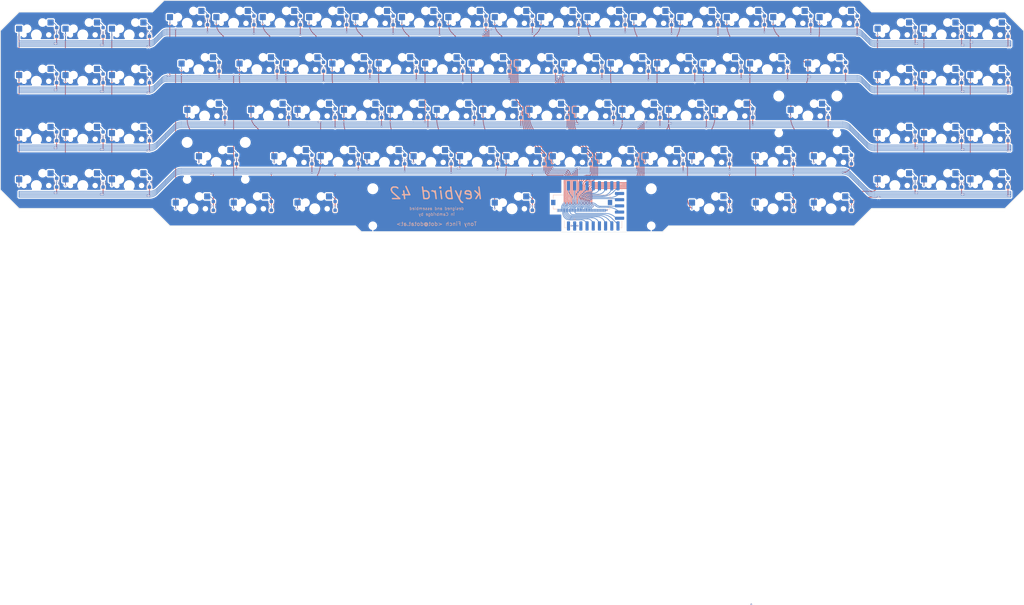
<source format=kicad_pcb>
(kicad_pcb (version 20221018) (generator pcbnew)
  (title_block (title "keybird42") (date "2023-12-12") (rev "0.1"))
  (layers (0 "F.Cu" signal) (31 "B.Cu" signal) (34 "B.Paste" user) (35 "F.Paste" user) (36 "B.SilkS" user "B.Silkscreen") (37 "F.SilkS" user "F.Silkscreen") (38 "B.Mask" user) (39 "F.Mask" user) (44 "Edge.Cuts" user))
  (net 0 "")
  (net 1 "/ROW11")
  (net 2 "Net-(D111-A)")
  (net 3 "Net-(D112-A)")
  (net 4 "Net-(D113-A)")
  (net 5 "Net-(D114-A)")
  (net 6 "Net-(D115-A)")
  (net 7 "Net-(D116-A)")
  (net 8 "Net-(D117-A)")
  (net 9 "/ROW12")
  (net 10 "Net-(D121-A)")
  (net 11 "Net-(D122-A)")
  (net 12 "Net-(D123-A)")
  (net 13 "Net-(D124-A)")
  (net 14 "Net-(D125-A)")
  (net 15 "Net-(D126-A)")
  (net 16 "Net-(D127-A)")
  (net 17 "/ROW13")
  (net 18 "Net-(D131-A)")
  (net 19 "Net-(D132-A)")
  (net 20 "Net-(D133-A)")
  (net 21 "Net-(D134-A)")
  (net 22 "Net-(D135-A)")
  (net 23 "Net-(D136-A)")
  (net 24 "Net-(D137-A)")
  (net 25 "/ROW21")
  (net 26 "Net-(D211-A)")
  (net 27 "Net-(D212-A)")
  (net 28 "Net-(D213-A)")
  (net 29 "Net-(D214-A)")
  (net 30 "Net-(D215-A)")
  (net 31 "Net-(D216-A)")
  (net 32 "Net-(D217-A)")
  (net 33 "/ROW22")
  (net 34 "Net-(D221-A)")
  (net 35 "Net-(D222-A)")
  (net 36 "Net-(D223-A)")
  (net 37 "Net-(D225-A)")
  (net 38 "Net-(D226-A)")
  (net 39 "Net-(D227-A)")
  (net 40 "/ROW23")
  (net 41 "Net-(D231-A)")
  (net 42 "Net-(D232-A)")
  (net 43 "Net-(D233-A)")
  (net 44 "Net-(D234-A)")
  (net 45 "Net-(D235-A)")
  (net 46 "Net-(D236-A)")
  (net 47 "Net-(D237-A)")
  (net 48 "/ROW31")
  (net 49 "Net-(D311-A)")
  (net 50 "Net-(D312-A)")
  (net 51 "Net-(D434-A)")
  (net 52 "Net-(D314-A)")
  (net 53 "Net-(D315-A)")
  (net 54 "Net-(D316-A)")
  (net 55 "Net-(D317-A)")
  (net 56 "/ROW32")
  (net 57 "Net-(D321-A)")
  (net 58 "Net-(D322-A)")
  (net 59 "Net-(D323-A)")
  (net 60 "Net-(D324-A)")
  (net 61 "Net-(D325-A)")
  (net 62 "Net-(D327-A)")
  (net 63 "/ROW33")
  (net 64 "Net-(D331-A)")
  (net 65 "Net-(D332-A)")
  (net 66 "Net-(D333-A)")
  (net 67 "Net-(D334-A)")
  (net 68 "Net-(D335-A)")
  (net 69 "Net-(D336-A)")
  (net 70 "Net-(D337-A)")
  (net 71 "/ROW41")
  (net 72 "Net-(D411-A)")
  (net 73 "Net-(D412-A)")
  (net 74 "Net-(D413-A)")
  (net 75 "Net-(D414-A)")
  (net 76 "Net-(D415-A)")
  (net 77 "Net-(D416-A)")
  (net 78 "Net-(D417-A)")
  (net 79 "/ROW42")
  (net 80 "Net-(D421-A)")
  (net 81 "Net-(D423-A)")
  (net 82 "Net-(D424-A)")
  (net 83 "Net-(D425-A)")
  (net 84 "Net-(D426-A)")
  (net 85 "Net-(D427-A)")
  (net 86 "/ROW43")
  (net 87 "Net-(D431-A)")
  (net 88 "Net-(D432-A)")
  (net 89 "Net-(D433-A)")
  (net 90 "Net-(D436-A)")
  (net 91 "Net-(D437-A)")
  (net 92 "/ROW50")
  (net 93 "Net-(D501-A)")
  (net 94 "Net-(D502-A)")
  (net 95 "Net-(D503-A)")
  (net 96 "Net-(D504-A)")
  (net 97 "Net-(D505-A)")
  (net 98 "Net-(D506-A)")
  (net 99 "Net-(D507-A)")
  (net 100 "/COL1")
  (net 101 "/COL2")
  (net 102 "/COL3")
  (net 103 "/COL4")
  (net 104 "/COL5")
  (net 105 "/COL6")
  (net 106 "/COL7")
  (net 108 "GND")
  (footprint "keybird42:D_SOD-123_HandSolder_Back" (layer "F.Cu") (at 232.17207 65.48443)
    (fp_text reference "D324" hide)
    (fp_text value "1N4148W" hide)
  )
  (footprint "keybird42:D_SOD-123_HandSolder_Back" (layer "F.Cu") (at 236.934375 103.584375)
    (fp_text reference "D504" hide)
    (fp_text value "1N4148W" hide)
  )
  (footprint "keybird42:D_SOD-123_HandSolder_Back" (layer "F.Cu") (at 255.984279 27.384375)
    (fp_text reference "D134" hide)
    (fp_text value "1N4148W" hide)
  )
  (footprint "keybird42:SW_Hotswap_Kailh_MX" (layer "F.Cu") (at 171.45 28.575)
    (fp_text reference "SW123" hide)
    (fp_text value "SW_MX" hide)
  )
  (footprint "keybird42:SW_Hotswap_Kailh_MX" (layer "F.Cu") (at 102.39375 66.675)
    (fp_text reference "SW312" hide)
    (fp_text value "SW_MX" hide)
  )
  (footprint "keybird42:SW_Hotswap_Kailh_MX" (layer "F.Cu") (at 333.375 47.625)
    (fp_text reference "SW226" hide)
    (fp_text value "SW_MX" hide)
  )
  (footprint "keybird42:D_SOD-123_HandSolder_Back" (layer "F.Cu") (at 265.509291 46.434375)
    (fp_text reference "D215" hide)
    (fp_text value "1N4148W" hide)
  )
  (footprint "keybird42:SW_Hotswap_Kailh_MX" (layer "F.Cu") (at 280.9875 66.675)
    (fp_text reference "SW325" hide)
    (fp_text value "SW_MX" hide)
  )
  (footprint "keybird42:SW_Hotswap_Kailh_MX" (layer "F.Cu") (at 350.044044 66.675056)
    (fp_text reference "SW336" hide)
    (fp_text value "SW_MX" hide)
  )
  (footprint "keybird42:SW_Hotswap_Kailh_MX" (layer "F.Cu") (at 123.825 47.625)
    (fp_text reference "SW222" hide)
    (fp_text value "SW_MX" hide)
  )
  (footprint "keybird42:D_SOD-123_HandSolder_Back" (layer "F.Cu") (at 413.146503 94.059347)
    (fp_text reference "D427" hide)
    (fp_text value "1N4148W" hide)
  )
  (footprint "keybird42:D_SOD-123_HandSolder_Back" (layer "F.Cu") (at 308.372134 65.48443)
    (fp_text reference "D335" hide)
    (fp_text value "1N4148W" hide)
  )
  (footprint "keybird42:SW_Hotswap_Kailh_MX" (layer "F.Cu") (at 147.6375 66.675)
    (fp_text reference "SW332" hide)
    (fp_text value "SW_MX" hide)
  )
  (footprint "keybird42:D_SOD-123_HandSolder_Back" (layer "F.Cu") (at 241.696845 84.534347)
    (fp_text reference "D424" hide)
    (fp_text value "1N4148W" hide)
  )
  (footprint "keybird42:SW_Hotswap_Kailh_MX" (layer "F.Cu") (at 133.35 28.575)
    (fp_text reference "SW132" hide)
    (fp_text value "SW_MX" hide)
  )
  (footprint "PCM_Mounting_Keyboard_Stabilizer:Stabilizer_Cherry_MX_7.00u" (layer "F.Cu") (at 228.600192 104.775088 180)
    (fp_text reference "REF**" hide)
    (fp_text value "Stabilizer_Cherry_MX_7.00u" hide)
  )
  (footprint "keybird42:SW_Hotswap_Kailh_MX" (layer "F.Cu") (at 404.8125 52.3875)
    (fp_text reference "SW227" hide)
    (fp_text value "SW_MX" hide)
  )
  (footprint "keybird42:D_SOD-123_HandSolder_Back" (layer "F.Cu") (at 115.490383 84.534347)
    (fp_text reference "D412" hide)
    (fp_text value "1N4148W" hide)
  )
  (footprint "keybird42:D_SOD-123_HandSolder_Back" (layer "F.Cu") (at 367.903125 103.584375)
    (fp_text reference "D507" hide)
    (fp_text value "1N4148W" hide)
  )
  (footprint "keybird42:D_SOD-123_HandSolder_Back" (layer "F.Cu") (at 222.647062 84.534446)
    (fp_text reference "D414" hide)
    (fp_text value "1N4148W" hide)
  )
  (footprint "keybird42:SW_Hotswap_Kailh_MX" (layer "F.Cu") (at 33.3375 95.25)
    (fp_text reference "SW411" hide)
    (fp_text value "SW_MX" hide)
  )
  (footprint "keybird42:SW_Hotswap_Kailh_MX" (layer "F.Cu") (at 404.8125 76.2)
    (fp_text reference "SW327" hide)
    (fp_text value "SW_MX" hide)
  )
  (footprint "keybird42:D_SOD-123_HandSolder_Back" (layer "F.Cu") (at 394.096843 75.009411)
    (fp_text reference "D317" hide)
    (fp_text value "1N4148W" hide)
  )
  (footprint "keybird42:D_SOD-123_HandSolder_Back" (layer "F.Cu") (at 432.196875 51.196891)
    (fp_text reference "D237" hide)
    (fp_text value "1N4148W" hide)
  )
  (footprint "keybird42:D_SOD-123_HandSolder_Back" (layer "F.Cu") (at 367.903434 84.534446)
    (fp_text reference "D436" hide)
    (fp_text value "1N4148W" hide)
  )
  (footprint "keybird42:D_SOD-123_HandSolder_Back" (layer "F.Cu") (at 60.721875 94.059411)
    (fp_text reference "D421" hide)
    (fp_text value "1N4148W" hide)
  )
  (footprint "keybird42:D_SOD-123_HandSolder_Back" (layer "F.Cu") (at 155.971875 103.584375)
    (fp_text reference "D503" hide)
    (fp_text value "1N4148W" hide)
  )
  (footprint "keybird42:SW_Hotswap_Kailh_MX" (layer "F.Cu") (at 152.4 28.575)
    (fp_text reference "SW113" hide)
    (fp_text value "SW_MX" hide)
  )
  (footprint "keybird42:SW_Hotswap_Kailh_MX" (layer "F.Cu") (at 157.1625 85.725)
    (fp_text reference "SW413" hide)
    (fp_text value "SW_MX" hide)
  )
  (footprint "keybird42:D_SOD-123_HandSolder_Back" (layer "F.Cu") (at 236.934263 27.384375)
    (fp_text reference "D124" hide)
    (fp_text value "1N4148W" hide)
  )
  (footprint "keybird42:SW_Hotswap_Kailh_MX" (layer "F.Cu") (at 361.950304 28.575024)
    (fp_text reference "SW136" hide)
    (fp_text value "SW_MX" hide)
  )
  (footprint "keybird42:SW_Hotswap_Kailh_MX" (layer "F.Cu") (at 128.5875 66.675)
    (fp_text reference "SW322" hide)
    (fp_text value "SW_MX" hide)
  )
  (footprint "keybird42:D_SOD-123_HandSolder_Back" (layer "F.Cu") (at 275.034295 27.384375)
    (fp_text reference "D115" hide)
    (fp_text value "1N4148W" hide)
  )
  (footprint "keybird42:D_SOD-123_HandSolder_Back" (layer "F.Cu") (at 358.378426 65.48443)
    (fp_text reference "D336" hide)
    (fp_text value "1N4148W" hide)
  )
  (footprint "keybird42:D_SOD-123_HandSolder_Back" (layer "F.Cu") (at 179.784071 27.384351)
    (fp_text reference "D123" hide)
    (fp_text value "1N4148W" hide)
  )
  (footprint "keybird42:D_SOD-123_HandSolder_Back" (layer "F.Cu") (at 341.709075 46.434335)
    (fp_text reference "D226" hide)
    (fp_text value "1N4148W" hide)
  )
  (footprint "keybird42:D_SOD-123_HandSolder_Back" (layer "F.Cu") (at 303.609323 46.434375)
    (fp_text reference "D235" hide)
    (fp_text value "1N4148W" hide)
  )
  (footprint "keybird42:SW_Hotswap_Kailh_MX" (layer "F.Cu") (at 247.650208 28.575024)
    (fp_text reference "SW134" hide)
    (fp_text value "SW_MX" hide)
  )
  (footprint "keybird42:SW_Hotswap_Kailh_MX" (layer "F.Cu") (at 52.3875 76.2)
    (fp_text reference "SW321" hide)
    (fp_text value "SW_MX" hide)
  )
  (footprint "keybird42:SW_Hotswap_Kailh_MX" (layer "F.Cu") (at 195.2625 85.725)
    (fp_text reference "SW433" hide)
    (fp_text value "SW_MX" hide)
  )
  (footprint "keybird42:D_SOD-123_HandSolder_Back" (layer "F.Cu") (at 317.896875 103.584375)
    (fp_text reference "D505" hide)
    (fp_text value "1N4148W" hide)
  )
  (footprint "keybird42:D_SOD-123_HandSolder_Back" (layer "F.Cu") (at 289.321875 65.484375)
    (fp_text reference "D325" hide)
    (fp_text value "1N4148W" hide)
  )
  (footprint "keybird42:D_SOD-123_HandSolder_Back" (layer "F.Cu") (at 298.846633 84.534347)
    (fp_text reference "D425" hide)
    (fp_text value "1N4148W" hide)
  )
  (footprint "keybird42:SW_Hotswap_Kailh_MX" (layer "F.Cu") (at 342.9 28.575)
    (fp_text reference "SW126" hide)
    (fp_text value "SW_MX" hide)
  )
  (footprint "keybird42:D_SOD-123_HandSolder_Back" (layer "F.Cu") (at 175.021875 65.484375)
    (fp_text reference "D323" hide)
    (fp_text value "1N4148W" hide)
  )
  (footprint "keybird42:D_SOD-123_HandSolder_Back" (layer "F.Cu") (at 213.121875 65.484375)
    (fp_text reference "D314" hide)
    (fp_text value "1N4148W" hide)
  )
  (footprint "keybird42:D_SOD-123_HandSolder_Back" (layer "F.Cu") (at 79.771875 75.009411)
    (fp_text reference "D331" hide)
    (fp_text value "1N4148W" hide)
  )
  (footprint "keybird42:SW_Hotswap_Kailh_MX" (layer "F.Cu") (at 147.6375 104.775)
    (fp_text reference "SW503" hide)
    (fp_text value "SW_MX" hide)
  )
  (footprint "keybird42:SW_Hotswap_Kailh_MX" (layer "F.Cu") (at 242.887704 66.675056)
    (fp_text reference "SW334" hide)
    (fp_text value "SW_MX" hide)
  )
  (footprint "keybird42:SW_Hotswap_Kailh_MX" (layer "F.Cu") (at 180.975 47.625)
    (fp_text reference "SW223" hide)
    (fp_text value "SW_MX" hide)
  )
  (footprint "keybird42:D_SOD-123_HandSolder_Back" (layer "F.Cu") (at 251.222079 65.484431)
    (fp_text reference "D334" hide)
    (fp_text value "1N4148W" hide)
  )
  (footprint "keybird42:SW_Hotswap_Kailh_MX" (layer "F.Cu") (at 319.087768 66.675056)
    (fp_text reference "SW316" hide)
    (fp_text value "SW_MX" hide)
  )
  (footprint "keybird42:D_SOD-123_HandSolder_Back" (layer "F.Cu") (at 432.197238 75.009438)
    (fp_text reference "D337" hide)
    (fp_text value "1N4148W" hide)
  )
  (footprint "keybird42:SW_Hotswap_Kailh_MX" (layer "F.Cu") (at 33.3375 76.2)
    (fp_text reference "SW311" hide)
    (fp_text value "SW_MX" hide)
  )
  (footprint "keybird42:D_SOD-123_HandSolder_Back" (layer "F.Cu") (at 351.234071 27.384351)
    (fp_text reference "D126" hide)
    (fp_text value "1N4148W" hide)
  )
  (footprint "keybird42:SW_Hotswap_Kailh_MX" (layer "F.Cu") (at 52.3875 52.3875)
    (fp_text reference "SW221" hide)
    (fp_text value "SW_MX" hide)
  )
  (footprint "keybird42:SW_Hotswap_Kailh_MX" (layer "F.Cu") (at 209.55 28.575)
    (fp_text reference "SW114" hide)
    (fp_text value "SW_MX" hide)
  )
  (footprint "keybird42:D_SOD-123_HandSolder_Back" (layer "F.Cu") (at 194.071875 65.484375)
    (fp_text reference "D333" hide)
    (fp_text value "1N4148W" hide)
  )
  (footprint "keybird42:D_SOD-123_HandSolder_Back" (layer "F.Cu") (at 41.671875 94.059411)
    (fp_text reference "D411" hide)
    (fp_text value "1N4148W" hide)
  )
  (footprint "keybird42:D_SOD-123_HandSolder_Back" (layer "F.Cu") (at 227.409075 46.434335)
    (fp_text reference "D214" hide)
    (fp_text value "1N4148W" hide)
  )
  (footprint "keybird42:SW_Hotswap_Kailh_MX" (layer "F.Cu") (at 138.1125 85.725)
    (fp_text reference "SW432" hide)
    (fp_text value "SW_MX" hide)
  )
  (footprint "keybird42:D_SOD-123_HandSolder_Back" (layer "F.Cu") (at 60.721875 51.196875)
    (fp_text reference "D221" hide)
    (fp_text value "1N4148W" hide)
  )
  (footprint "keybird42:D_SOD-123_HandSolder_Back" (layer "F.Cu") (at 146.446633 84.534347)
    (fp_text reference "D432" hide)
    (fp_text value "1N4148W" hide)
  )
  (footprint "keybird42:D_SOD-123_HandSolder_Back" (layer "F.Cu") (at 279.796861 84.534347)
    (fp_text reference "D415" hide)
    (fp_text value "1N4148W" hide)
  )
  (footprint "keybird42:SW_Hotswap_Kailh_MX" (layer "F.Cu") (at 121.44375 104.775)
    (fp_text reference "SW502" hide)
    (fp_text value "SW_MX" hide)
  )
  (footprint "keybird42:SW_Hotswap_Kailh_MX" (layer "F.Cu") (at 107.15625 85.725)
    (fp_text reference "SW412" hide)
    (fp_text value "SW_MX" hide)
  )
  (footprint "keybird42:SW_Hotswap_Kailh_MX" (layer "F.Cu") (at 314.325264 47.62504)
    (fp_text reference "SW216" hide)
    (fp_text value "SW_MX" hide)
  )
  (footprint "keybird42:SW_Hotswap_Kailh_MX" (layer "F.Cu") (at 304.800256 28.575024)
    (fp_text reference "SW135" hide)
    (fp_text value "SW_MX" hide)
  )
  (footprint "keybird42:SW_Hotswap_Kailh_MX" (layer "F.Cu") (at 204.7875 66.675)
    (fp_text reference "SW314" hide)
    (fp_text value "SW_MX" hide)
  )
  (footprint "keybird42:D_SOD-123_HandSolder_Back" (layer "F.Cu") (at 108.346575 46.434335)
    (fp_text reference "D212" hide)
    (fp_text value "1N4148W" hide)
  )
  (footprint "keybird42:D_SOD-123_HandSolder_Back" (layer "F.Cu") (at 313.134327 27.384375)
    (fp_text reference "D135" hide)
    (fp_text value "1N4148W" hide)
  )
  (footprint "keybird42:SW_Hotswap_Kailh_MX" (layer "F.Cu") (at 214.31268 85.725072)
    (fp_text reference "SW414" hide)
    (fp_text value "SW_MX" hide)
  )
  (footprint "keybird42:D_SOD-123_HandSolder_Back" (layer "F.Cu") (at 317.896893 84.534347)
    (fp_text reference "D416" hide)
    (fp_text value "1N4148W" hide)
  )
  (footprint "keybird42:D_SOD-123_HandSolder_Back" (layer "F.Cu") (at 208.359075 46.434335)
    (fp_text reference "D233" hide)
    (fp_text value "1N4148W" hide)
  )
  (footprint "keybird42:SW_Hotswap_Kailh_MX" (layer "F.Cu") (at 228.6 104.775)
    (fp_text reference "SW504" hide)
    (fp_text value "SW_MX" hide)
  )
  (footprint "keybird42:D_SOD-123_HandSolder_Back" (layer "F.Cu") (at 60.721875 75.009411)
    (fp_text reference "D321" hide)
    (fp_text value "1N4148W" hide)
  )
  (footprint "keybird42:D_SOD-123_HandSolder_Back" (layer "F.Cu") (at 155.971875 65.484375)
    (fp_text reference "D332" hide)
    (fp_text value "1N4148W" hide)
  )
  (footprint "keybird42:D_SOD-123_HandSolder_Back" (layer "F.Cu") (at 322.659339 46.434375)
    (fp_text reference "D216" hide)
    (fp_text value "1N4148W" hide)
  )
  (footprint "keybird42:D_SOD-123_HandSolder_Back" (layer "F.Cu") (at 198.834071 27.384351)
    (fp_text reference "D133" hide)
    (fp_text value "1N4148W" hide)
  )
  (footprint "keybird42:SW_Hotswap_Kailh_MX" (layer "F.Cu") (at 142.875 47.625)
    (fp_text reference "SW232" hide)
    (fp_text value "SW_MX" hide)
  )
  (footprint "keybird42:D_SOD-123_HandSolder_Back" (layer "F.Cu") (at 370.284375 27.384375)
    (fp_text reference "D136" hide)
    (fp_text value "1N4148W" hide)
  )
  (footprint "keybird42:SW_Hotswap_Kailh_MX" (layer "F.Cu") (at 233.362712 85.725)
    (fp_text reference "SW424" hide)
    (fp_text value "SW_MX" hide)
  )
  (footprint "keybird42:SW_Hotswap_Kailh_MX" (layer "F.Cu") (at 161.925 47.625)
    (fp_text reference "SW213" hide)
    (fp_text value "SW_MX" hide)
  )
  (footprint "keybird42:D_SOD-123_HandSolder_Back" (layer "F.Cu") (at 110.728125 65.484375)
    (fp_text reference "D312" hide)
    (fp_text value "1N4148W" hide)
  )
  (footprint "keybird42:SW_Hotswap_Kailh_MX" (layer "F.Cu") (at 95.25 28.575)
    (fp_text reference "SW112" hide)
    (fp_text value "SW_MX" hide)
  )
  (footprint "keybird42:D_SOD-123_HandSolder_Back" (layer "F.Cu") (at 79.771875 94.059411)
    (fp_text reference "D431" hide)
    (fp_text value "1N4148W" hide)
  )
  (footprint "keybird42:D_SOD-123_HandSolder_Back" (layer "F.Cu") (at 170.259075 46.434335)
    (fp_text reference "D213" hide)
    (fp_text value "1N4148W" hide)
  )
  (footprint "keybird42:D_SOD-123_HandSolder_Back" (layer "F.Cu") (at 246.459075 46.434335)
    (fp_text reference "D234" hide)
    (fp_text value "1N4148W" hide)
  )
  (footprint "keybird42:D_SOD-123_HandSolder_Back" (layer "F.Cu") (at 79.771875 51.196875)
    (fp_text reference "D231" hide)
    (fp_text value "1N4148W" hide)
  )
  (footprint "keybird42:D_SOD-123_HandSolder_Back" (layer "F.Cu") (at 413.146519 51.196847)
    (fp_text reference "D227" hide)
    (fp_text value "1N4148W" hide)
  )
  (footprint "keybird42:SW_Hotswap_Kailh_MX" (layer "F.Cu") (at 423.862856 76.200064)
    (fp_text reference "SW337" hide)
    (fp_text value "SW_MX" hide)
  )
  (footprint "keybird42:SW_Hotswap_Kailh_MX" (layer "F.Cu") (at 335.75625 104.775)
    (fp_text reference "SW506" hide)
    (fp_text value "SW_MX" hide)
  )
  (footprint "keybird42:SW_Hotswap_Kailh_MX" (layer "F.Cu") (at 357.1878 47.62504)
    (fp_text reference "SW236" hide)
    (fp_text value "SW_MX" hide)
  )
  (footprint "keybird42:SW_Hotswap_Kailh_MX" (layer "F.Cu") (at 276.225 47.625)
    (fp_text reference "SW225" hide)
    (fp_text value "SW_MX" hide)
  )
  (footprint "keybird42:D_SOD-123_HandSolder_Back" (layer "F.Cu") (at 184.546633 84.534347)
    (fp_text reference "D423" hide)
    (fp_text value "1N4148W" hide)
  )
  (footprint "keybird42:SW_Hotswap_Kailh_MX" (layer "F.Cu") (at 176.2125 85.725)
    (fp_text reference "SW423" hide)
    (fp_text value "SW_MX" hide)
  )
  (footprint "keybird42:D_SOD-123_HandSolder_Back" (layer "F.Cu") (at 413.146519 32.146847)
    (fp_text reference "D127" hide)
    (fp_text value "1N4148W" hide)
  )
  (footprint "keybird42:SW_Hotswap_Kailh_MX" (layer "F.Cu") (at 271.462728 85.725)
    (fp_text reference "SW415" hide)
    (fp_text value "SW_MX" hide)
  )
  (footprint "keybird42:D_SOD-123_HandSolder_Back" (layer "F.Cu") (at 284.559075 46.434335)
    (fp_text reference "D225" hide)
    (fp_text value "1N4148W" hide)
  )
  (footprint "keybird42:D_SOD-123_HandSolder_Back" (layer "F.Cu") (at 129.778125 103.584375)
    (fp_text reference "D502" hide)
    (fp_text value "1N4148W" hide)
  )
  (footprint "keybird42:SW_Hotswap_Kailh_MX" (layer "F.Cu") (at 190.5 28.575)
    (fp_text reference "SW133" hide)
    (fp_text value "SW_MX" hide)
  )
  (footprint "keybird42:D_SOD-123_HandSolder_Back" (layer "F.Cu") (at 41.671875 75.009411)
    (fp_text reference "D311" hide)
    (fp_text value "1N4148W" hide)
  )
  (footprint "keybird42:SW_Hotswap_Kailh_MX" (layer "F.Cu") (at 266.700224 28.575024)
    (fp_text reference "SW115" hide)
    (fp_text value "SW_MX" hide)
  )
  (footprint "keybird42:D_SOD-123_HandSolder_Back" (layer "F.Cu") (at 60.721875 32.146875)
    (fp_text reference "D121" hide)
    (fp_text value "1N4148W" hide)
  )
  (footprint "keybird42:SW_Hotswap_Kailh_MX" (layer "F.Cu") (at 97.63125 104.775)
    (fp_text reference "SW501" hide)
    (fp_text value "SW_MX" hide)
  )
  (footprint "keybird42:SW_Hotswap_Kailh_MX" (layer "F.Cu") (at 385.762824 76.200064)
    (fp_text reference "SW317" hide)
    (fp_text value "SW_MX" hide)
  )
  (footprint "keybird42:SW_Hotswap_Kailh_MX" (layer "F.Cu") (at 300.037752 66.675056)
    (fp_text reference "SW335" hide)
    (fp_text value "SW_MX" hide)
  )
  (footprint "keybird42:SW_Hotswap_Kailh_MX" (layer "F.Cu") (at 323.850272 28.575024)
    (fp_text reference "SW116" hide)
    (fp_text value "SW_MX" hide)
  )
  (footprint "keybird42:SW_Hotswap_Kailh_MX" (layer "F.Cu") (at 359.56875 104.775)
    (fp_text reference "SW507" hide)
    (fp_text value "SW_MX" hide)
  )
  (footprint "keybird42:SW_Hotswap_Kailh_MX" (layer "F.Cu") (at 404.8125 33.3375)
    (fp_text reference "SW127" hide)
    (fp_text value "SW_MX" hide)
  )
  (footprint "keybird42:D_SOD-123_HandSolder_Back" (layer "F.Cu") (at 394.096843 32.146847)
    (fp_text reference "D117" hide)
    (fp_text value "1N4148W" hide)
  )
  (footprint "keybird42:D_SOD-123_HandSolder_Back" (layer "F.Cu") (at 151.209075 46.434335)
    (fp_text reference "D232" hide)
    (fp_text value "1N4148W" hide)
  )
  (footprint "keybird42:SW_Hotswap_Kailh_MX" (layer "F.Cu") (at 71.4375 52.3875)
    (fp_text reference "SW231" hide)
    (fp_text value "SW_MX" hide)
  )
  (footprint "keybird42:D_SOD-123_HandSolder_Back" (layer "F.Cu") (at 394.096843 51.196847)
    (fp_text reference "D217" hide)
    (fp_text value "1N4148W" hide)
  )
  (footprint "keybird42:SW_Hotswap_Kailh_MX" (layer "F.Cu") (at 52.3875 95.25)
    (fp_text reference "SW421" hide)
    (fp_text value "SW_MX" hide)
  )
  (footprint "keybird42:SW_Hotswap_Kailh_MX" (layer "F.Cu") (at 219.075 47.625)
    (fp_text reference "SW214" hide)
    (fp_text value "SW_MX" hide)
  )
  (footprint "keybird42:SW_Hotswap_Kailh_MX" (layer "F.Cu") (at 309.5625 104.775)
    (fp_text reference "SW505" hide)
    (fp_text value "SW_MX" hide)
  )
  (footprint "keybird42:D_SOD-123_HandSolder_Back" (layer "F.Cu") (at 41.67191 51.196918)
    (fp_text reference "D211" hide)
    (fp_text value "1N4148W" hide)
  )
  (footprint "keybird42:SW_Hotswap_Kailh_MX" (layer "F.Cu") (at 385.762824 95.25)
    (fp_text reference "SW417" hide)
    (fp_text value "SW_MX" hide)
  )
  (footprint "keybird42:D_SOD-123_HandSolder_Back" (layer "F.Cu") (at 160.734071 27.384351)
    (fp_text reference "D113" hide)
    (fp_text value "1N4148W" hide)
  )
  (footprint "keybird42:SW_Hotswap_Kailh_MX" (layer "F.Cu") (at 285.75 28.575)
    (fp_text reference "SW125" hide)
    (fp_text value "SW_MX" hide)
  )
  (footprint "keybird42:SW_Hotswap_Kailh_MX" (layer "F.Cu") (at 423.862856 95.25008)
    (fp_text reference "SW437" hide)
    (fp_text value "SW_MX" hide)
  )
  (footprint "keybird42:SW_Hotswap_Kailh_MX" (layer "F.Cu") (at 33.3375 33.3375)
    (fp_text reference "SW111" hide)
    (fp_text value "SW_MX" hide)
  )
  (footprint "keybird42:D_SOD-123_HandSolder_Back" (layer "F.Cu") (at 189.309075 46.434335)
    (fp_text reference "D223" hide)
    (fp_text value "1N4148W" hide)
  )
  (footprint "keybird42:SW_Hotswap_Kailh_MX" (layer "F.Cu") (at 385.762824 52.3875)
    (fp_text reference "SW217" hide)
    (fp_text value "SW_MX" hide)
  )
  (footprint "keybird42:SW_Hotswap_Kailh_MX" (layer "F.Cu") (at 52.3875 33.3375)
    (fp_text reference "SW121" hide)
    (fp_text value "SW_MX" hide)
  )
  (footprint "keybird42:D_SOD-123_HandSolder_Back" (layer "F.Cu") (at 344.090383 84.534347)
    (fp_text reference "D426" hide)
    (fp_text value "1N4148W" hide)
  )
  (footprint "keybird42:D_SOD-123_HandSolder_Back" (layer "F.Cu") (at 260.746845 84.534347)
    (fp_text reference "D434" hide)
    (fp_text value "1N4148W" hide)
  )
  (footprint "keybird42:D_SOD-123_HandSolder_Back" (layer "F.Cu") (at 432.197238 94.059454)
    (fp_text reference "D437" hide)
    (fp_text value "1N4148W" hide)
  )
  (footprint "keybird42:SW_Hotswap_Kailh_MX" (layer "F.Cu") (at 309.56276 85.725)
    (fp_text reference "SW416" hide)
    (fp_text value "SW_MX" hide)
  )
  (footprint "keybird42:D_SOD-123_HandSolder_Back" (layer "F.Cu") (at 344.090625 103.584375)
    (fp_text reference "D506" hide)
    (fp_text value "1N4148W" hide)
  )
  (footprint "keybird42:D_SOD-123_HandSolder_Back" (layer "F.Cu") (at 365.521875 46.434375)
    (fp_text reference "D236" hide)
    (fp_text value "1N4148W" hide)
  )
  (footprint "keybird42:D_SOD-123_HandSolder_Back" (layer "F.Cu") (at 41.671875 32.146875)
    (fp_text reference "D111" hide)
    (fp_text value "1N4148W" hide)
  )
  (footprint "keybird42:D_SOD-123_HandSolder_Back" (layer "F.Cu") (at 103.584071 27.384351)
    (fp_text reference "D112" hide)
    (fp_text value "1N4148W" hide)
  )
  (footprint "keybird42:D_SOD-123_HandSolder_Back" (layer "F.Cu") (at 141.684071 27.384351)
    (fp_text reference "D132" hide)
    (fp_text value "1N4148W" hide)
  )
  (footprint "keybird42:SW_Hotswap_Kailh_MX" (layer "F.Cu") (at 100.0125 47.625)
    (fp_text reference "SW212" hide)
    (fp_text value "SW_MX" hide)
  )
  (footprint "keybird42:SW_Hotswap_Kailh_MX" (layer "F.Cu") (at 238.125 47.625)
    (fp_text reference "SW234" hide)
    (fp_text value "SW_MX" hide)
  )
  (footprint "PCM_Mounting_Keyboard_Stabilizer:Stabilizer_Cherry_MX_2.00u" (layer "F.Cu") (at 107.15634 85.725072 180)
    (fp_text reference "REF**" hide)
    (fp_text value "Stabilizer_Cherry_MX_2.00u" hide)
  )
  (footprint "keybird42:SW_Hotswap_Kailh_MX" (layer "F.Cu") (at 385.762824 33.3375)
    (fp_text reference "SW117" hide)
    (fp_text value "SW_MX" hide)
  )
  (footprint "keybird42:D_SOD-123_HandSolder_Back" (layer "F.Cu") (at 327.422143 65.484431)
    (fp_text reference "D316" hide)
    (fp_text value "1N4148W" hide)
  )
  (footprint "keybird42:D_SOD-123_HandSolder_Back" (layer "F.Cu") (at 79.771875 32.146875)
    (fp_text reference "D131" hide)
    (fp_text value "1N4148W" hide)
  )
  (footprint "keybird42:SW_Hotswap_Kailh_MX" (layer "F.Cu") (at 423.862856 33.337528)
    (fp_text reference "SW137" hide)
    (fp_text value "SW_MX" hide)
  )
  (footprint "keybird42:SW_Hotswap_Kailh_MX" (layer "F.Cu") (at 200.025 47.625)
    (fp_text reference "SW233" hide)
    (fp_text value "SW_MX" hide)
  )
  (footprint "keybird42:SW_Hotswap_Kailh_MX" (layer "F.Cu") (at 33.3375 52.3875)
    (fp_text reference "SW211" hide)
    (fp_text value "SW_MX" hide)
  )
  (footprint "keybird42:D_SOD-123_HandSolder_Back" (layer "F.Cu") (at 203.596633 84.534347)
    (fp_text reference "D433" hide)
    (fp_text value "1N4148W" hide)
  )
  (footprint "keybird42:D_SOD-123_HandSolder_Back" (layer "F.Cu") (at 105.965625 103.584375)
    (fp_text reference "D501" hide)
    (fp_text value "1N4148W" hide)
  )
  (footprint "keybird42:SW_Hotswap_Kailh_MX" (layer "F.Cu") (at 261.93772 66.675056)
    (fp_text reference "SW315" hide)
    (fp_text value "SW_MX" hide)
  )
  (footprint "keybird42:SW_Hotswap_Kailh_MX" (layer "F.Cu") (at 290.5125 85.725)
    (fp_text reference "SW425" hide)
    (fp_text value "SW_MX" hide)
  )
  (footprint "keybird42:D_SOD-123_HandSolder_Back" (layer "F.Cu") (at 432.196875 32.146875)
    (fp_text reference "D137" hide)
    (fp_text value "1N4148W" hide)
  )
  (footprint "keybird42:D_SOD-123_HandSolder_Back" (layer "F.Cu") (at 136.921875 65.484375)
    (fp_text reference "D322" hide)
    (fp_text value "1N4148W" hide)
  )
  (footprint "keybird42:SW_Hotswap_Kailh_MX" (layer "F.Cu") (at 185.7375 66.675)
    (fp_text reference "SW333" hide)
    (fp_text value "SW_MX" hide)
  )
  (footprint "keybird42:SW_Hotswap_Kailh_MX" (layer "F.Cu") (at 295.275248 47.62504)
    (fp_text reference "SW235" hide)
    (fp_text value "SW_MX" hide)
  )
  (footprint "keybird42:SW_Hotswap_Kailh_MX" (layer "F.Cu") (at 166.6875 66.675)
    (fp_text reference "SW323" hide)
    (fp_text value "SW_MX" hide)
  )
  (footprint "keybird42:SW_Hotswap_Kailh_MX" (layer "F.Cu") (at 114.3 28.575)
    (fp_text reference "SW122" hide)
    (fp_text value "SW_MX" hide)
  )
  (footprint "keybird42:D_SOD-123_HandSolder_Back" (layer "F.Cu") (at 332.184343 27.384375)
    (fp_text reference "D116" hide)
    (fp_text value "1N4148W" hide)
  )
  (footprint "keybird42:SW_Hotswap_Kailh_MX" (layer "F.Cu") (at 359.569052 85.725072)
    (fp_text reference "SW436" hide)
    (fp_text value "SW_MX" hide)
  )
  (footprint "keybird42:SW_Hotswap_Kailh_MX" (layer "F.Cu") (at 404.8125 95.25)
    (fp_text reference "SW427" hide)
    (fp_text value "SW_MX" hide)
  )
  (footprint "keybird42:SW_Hotswap_Kailh_MX" (layer "F.Cu") (at 71.4375 76.2)
    (fp_text reference "SW331" hide)
    (fp_text value "SW_MX" hide)
  )
  (footprint "keybird42:SW_Hotswap_Kailh_MX" (layer "F.Cu") (at 423.862856 52.387544)
    (fp_text reference "SW237" hide)
    (fp_text value "SW_MX" hide)
  )
  (footprint "keybird42:SW_Hotswap_Kailh_MX" (layer "F.Cu") (at 252.412712 85.725)
    (fp_text reference "SW434" hide)
    (fp_text value "SW_MX" hide)
  )
  (footprint "keybird42:SW_Hotswap_Kailh_MX" (layer "F.Cu") (at 335.75625 85.725)
    (fp_text reference "SW426" hide)
    (fp_text value "SW_MX" hide)
  )
  (footprint "keybird42:SW_Hotswap_Kailh_MX" (layer "F.Cu") (at 257.175216 47.62504)
    (fp_text reference "SW215" hide)
    (fp_text value "SW_MX" hide)
  )
  (footprint "keybird42:SW_Hotswap_Kailh_MX" (layer "F.Cu") (at 71.4375 95.25)
    (fp_text reference "SW431" hide)
    (fp_text value "SW_MX" hide)
  )
  (footprint "keybird42:D_SOD-123_HandSolder_Back" (layer "F.Cu") (at 294.084071 27.384351)
    (fp_text reference "D125" hide)
    (fp_text value "1N4148W" hide)
  )
  (footprint "keybird42:D_SOD-123_HandSolder_Back" (layer "F.Cu") (at 132.159075 46.434335)
    (fp_text reference "D222" hide)
    (fp_text value "1N4148W" hide)
  )
  (footprint "keybird42:D_SOD-123_HandSolder_Back" (layer "F.Cu") (at 394.096487 94.059347)
    (fp_text reference "D417" hide)
    (fp_text value "1N4148W" hide)
  )
  (footprint "keybird42:SW_Hotswap_Kailh_MX" (layer "F.Cu") (at 228.600192 28.575024)
    (fp_text reference "SW124" hide)
    (fp_text value "SW_MX" hide)
  )
  (footprint "keybird42:D_SOD-123_HandSolder_Back" (layer "F.Cu") (at 413.146519 75.009347)
    (fp_text reference "D327" hide)
    (fp_text value "1N4148W" hide)
  )
  (footprint "keybird42:D_SOD-123_HandSolder_Back" (layer "F.Cu") (at 270.272095 65.484431)
    (fp_text reference "D315" hide)
    (fp_text value "1N4148W" hide)
  )
  (footprint "keybird42:D_SOD-123_HandSolder_Back" (layer "F.Cu") (at 122.634071 27.384351)
    (fp_text reference "D122" hide)
    (fp_text value "1N4148W" hide)
  )
  (footprint "PCM_Mounting_Keyboard_Stabilizer:Stabilizer_Cherry_MX_2.00u" (layer "F.Cu") (at 350.044044 66.675056 180)
    (fp_text reference "REF**" hide)
    (fp_text value "Stabilizer_Cherry_MX_2.00u" hide)
  )
  (footprint "keybird42:SW_Hotswap_Kailh_MX" (layer "F.Cu") (at 71.4375 33.3375)
    (fp_text reference "SW131" hide)
    (fp_text value "SW_MX" hide)
  )
  (footprint "keybird42:D_SOD-123_HandSolder_Back" (layer "F.Cu") (at 165.496633 84.534347)
    (fp_text reference "D413" hide)
    (fp_text value "1N4148W" hide)
  )
  (footprint "keybird42:SW_Hotswap_Kailh_MX" (layer "F.Cu") (at 223.837688 66.675056)
    (fp_text reference "SW324" hide)
    (fp_text value "SW_MX" hide)
  )
  (footprint "keybird42:RP2040-Tiny" (layer "F.Cu") (at 261.9375 103.584462)
    (fp_text reference "U1" hide)
    (fp_text value "RP2040-Tiny" hide)
  )
  (footprint "keybird42:D_SOD-123_HandSolder_Back" (layer "F.Cu") (at 217.884071 27.384351)
    (fp_text reference "D114" hide)
    (fp_text value "1N4148W" hide)
  )
  (footprint "Connector_FFC-FPC:Hirose_FH12-40S-0.5SH_1x40-1MP_P0.50mm_Horizontal" (layer "B.Cu") (at 257.174784 103.584462)
    (fp_text reference "J1" hide)
    (fp_text value "IObird FPC" hide)
  )
  (gr_line (start 164.30625 111.91875) (end 166.6875 114.3) (stroke (width 0.1)) (layer "Edge.Cuts"))
  (gr_line (start 431.006612 23.81252) (end 376.2375 23.8125) (stroke (width 0.1)) (layer "Edge.Cuts"))
  (gr_line (start 431.006612 104.775) (end 438.745681 97.036019) (stroke (width 0.1)) (layer "Edge.Cuts"))
  (gr_line (start 292.89375 111.91875) (end 369.09375 111.91875) (stroke (width 0.1)) (layer "Edge.Cuts"))
  (gr_line (start 438.745681 97.036019) (end 438.745681 31.551589) (stroke (width 0.1)) (layer "Edge.Cuts"))
  (gr_line (start 26.193772 23.81252) (end 18.454703 31.551589) (stroke (width 0.1)) (layer "Edge.Cuts"))
  (gr_line (start 371.475 19.05) (end 85.725 19.05) (stroke (width 0.1)) (layer "Edge.Cuts"))
  (gr_line (start 80.9625 104.775) (end 88.10625 111.91875) (stroke (width 0.1)) (layer "Edge.Cuts"))
  (gr_line (start 290.5125 114.3) (end 292.89375 111.91875) (stroke (width 0.1)) (layer "Edge.Cuts"))
  (gr_line (start 80.9625 23.8125) (end 26.193772 23.81252) (stroke (width 0.1)) (layer "Edge.Cuts"))
  (gr_line (start 376.2375 23.8125) (end 371.475 19.05) (stroke (width 0.1)) (layer "Edge.Cuts"))
  (gr_line (start 376.2375 104.775) (end 431.006612 104.775) (stroke (width 0.1)) (layer "Edge.Cuts"))
  (gr_line (start 26.193772 104.775088) (end 80.9625 104.775) (stroke (width 0.1)) (layer "Edge.Cuts"))
  (gr_line (start 369.09375 111.91875) (end 376.2375 104.775) (stroke (width 0.1)) (layer "Edge.Cuts"))
  (gr_line (start 431.006612 23.81252) (end 438.745681 31.551589) (stroke (width 0.1)) (layer "Edge.Cuts"))
  (gr_line (start 85.725 19.05) (end 80.9625 23.8125) (stroke (width 0.1)) (layer "Edge.Cuts"))
  (gr_line (start 88.10625 111.91875) (end 164.30625 111.91875) (stroke (width 0.1)) (layer "Edge.Cuts"))
  (gr_line (start 26.193772 104.775088) (end 18.454703 97.036019) (stroke (width 0.1)) (layer "Edge.Cuts"))
  (gr_line (start 18.454703 31.551589) (end 18.454703 97.036019) (stroke (width 0.1)) (layer "Edge.Cuts"))
  (gr_line (start 166.6875 114.3) (end 290.5125 114.3) (stroke (width 0.1)) (layer "Edge.Cuts"))
  (gr_text "JLCJLCJLCJLC" (at 255.388848 100.607728) (layer "B.SilkS") (effects (font (size 1 1) (thickness 0.1)) (justify mirror)))
  (gr_text "designed and assembled" (at 197.643916 105.370401) (layer "B.SilkS") (effects (font (size 1.190625 1.190625) (thickness 0.148828)) (justify bottom mirror)))
  (gr_text "Tony Finch <dot@dotat.at>" (at 197.643916 111.918844) (layer "B.SilkS") (effects (font (size 1.5875 1.5875) (thickness 0.198438)) (justify bottom mirror)))
  (gr_text "in Cambridge by" (at 197.643916 107.751653) (layer "B.SilkS") (effects (font (size 1.190625 1.190625) (thickness 0.148828)) (justify bottom mirror)))
  (gr_text "keybird 42" (at 197.643916 101.20321) (layer "B.SilkS") (effects (font (size 4.7625 4.7625) (thickness 0.595313) italic) (justify bottom mirror)))
  (via (at 326.826837 267.295537) (size 0.635) (drill 0.381) (layers "F.Cu" "B.Cu") (net 0))
  (segment (start 239.315826 77.986003) (end 241.799218 80.469395) (width 0.254) (layer "F.Cu") (net 1))
  (segment (start 217.884558 26.789085) (end 217.884558 32.146902) (width 0.254) (layer "F.Cu") (net 1))
  (segment (start 243.483017 88.998735) (end 243.482608 88.999144) (width 0.254) (layer "F.Cu") (net 1))
  (segment (start 275.034606 26.789085) (end 275.034606 32.146902) (width 0.254) (layer "F.Cu") (net 1))
  (segment (start 332.184654 26.789085) (end 332.184654 32.146902) (width 0.254) (layer "F.Cu") (net 1))
  (segment (start 251.222096 91.047299) (end 251.222096 102.368311) (width 0.254) (layer "F.Cu") (net 1))
  (segment (start 244.28778 89.890506) (end 248.83881 89.890506) (width 0.254) (layer "F.Cu") (net 1))
  (segment (start 221.696912 39.290658) (end 225.623627 39.290658) (width 0.254) (layer "F.Cu") (net 1))
  (segment (start 251.221664 91.046867) (end 251.222096 91.047299) (width 0.254) (layer "F.Cu") (net 1))
  (segment (start 103.584462 26.789085) (end 103.584462 32.146902) (width 0.254) (layer "F.Cu") (net 1))
  (segment (start 160.73451 26.789085) (end 160.73451 32.146902) (width 0.254) (layer "F.Cu") (net 1))
  (segment (start 41.67191 31.551589) (end 41.67191 36.909406) (width 0.254) (layer "F.Cu") (net 1))
  (segment (start 394.097206 31.551589) (end 394.097206 36.909406) (width 0.254) (layer "F.Cu") (net 1))
  (segment (start 238.167508 76.837684) (end 239.315826 77.986003) (width 0.254) (layer "F.Cu") (net 1))
  (segment (start 229.195505 42.862536) (end 229.195505 53.187137) (width 0.254) (layer "F.Cu") (net 1))
  (segment (start 217.884558 32.146902) (end 217.884558 35.478304) (width 0.254) (layer "F.Cu") (net 1))
  (segment (start 233.958009 64.684837) (end 233.958009 66.675056) (width 0.254) (layer "F.Cu") (net 1))
  (segment (start 248.83881 89.890506) (end 250.065303 89.890506) (width 0.254) (layer "F.Cu") (net 1))
  (segment (start 243.483017 84.534446) (end 243.483017 88.998735) (width 0.254) (layer "F.Cu") (net 1))
  (via (at 41.67191 36.909406) (size 0.635) (drill 0.381) (layers "F.Cu" "B.Cu") (net 1))
  (via (at 332.184654 26.789085) (size 0.635) (drill 0.381) (layers "F.Cu" "B.Cu") (net 1))
  (via (at 275.034606 32.146902) (size 0.635) (drill 0.381) (layers "F.Cu" "B.Cu") (net 1))
  (via (at 332.184654 32.146902) (size 0.635) (drill 0.381) (layers "F.Cu" "B.Cu") (net 1))
  (via (at 394.097206 36.909406) (size 0.635) (drill 0.381) (layers "F.Cu" "B.Cu") (net 1))
  (via (at 103.584462 32.146902) (size 0.635) (drill 0.381) (layers "F.Cu" "B.Cu") (net 1))
  (via (at 217.884558 32.146902) (size 0.635) (drill 0.381) (layers "F.Cu" "B.Cu") (net 1))
  (via (at 251.222096 102.393664) (size 0.635) (drill 0.381) (layers "F.Cu" "B.Cu") (net 1))
  (via (at 103.584462 26.789085) (size 0.635) (drill 0.381) (layers "F.Cu" "B.Cu") (net 1))
  (via (at 160.73451 26.789085) (size 0.635) (drill 0.381) (layers "F.Cu" "B.Cu") (net 1))
  (via (at 160.73451 32.146902) (size 0.635) (drill 0.381) (layers "F.Cu" "B.Cu") (net 1))
  (via (at 41.67191 31.551589) (size 0.635) (drill 0.381) (layers "F.Cu" "B.Cu") (net 1))
  (via (at 394.097206 31.551589) (size 0.635) (drill 0.381) (layers "F.Cu" "B.Cu") (net 1))
  (via (at 217.884558 26.789085) (size 0.635) (drill 0.381) (layers "F.Cu" "B.Cu") (net 1))
  (via (at 275.034606 26.789085) (size 0.635) (drill 0.381) (layers "F.Cu" "B.Cu") (net 1))
  (arc (start 231.576757 58.935987) (mid 233.339142 61.573581) (end 233.958009 64.684837) (width 0.254) (layer "F.Cu") (net 1))
  (arc (start 225.623627 39.290658) (mid 228.149326 40.336837) (end 229.195505 42.862536) (width 0.254) (layer "F.Cu") (net 1))
  (arc (start 233.958009 66.675056) (mid 235.052022 72.175031) (end 238.167508 76.837684) (width 0.254) (layer "F.Cu") (net 1))
  (arc (start 217.884558 35.478304) (mid 219.001171 38.174045) (end 221.696912 39.290658) (width 0.254) (layer "F.Cu") (net 1))
  (arc (start 243.482608 88.999144) (mid 243.713906 89.598864) (end 244.28778 89.890506) (width 0.254) (layer "F.Cu") (net 1))
  (arc (start 250.065303 89.890506) (mid 250.882983 90.229195) (end 251.221664 91.046867) (width 0.254) (layer "F.Cu") (net 1))
  (arc (start 241.799218 80.469395) (mid 243.045416 82.334457) (end 243.483017 84.534446) (width 0.254) (layer "F.Cu") (net 1))
  (arc (start 229.195505 53.187137) (mid 229.814372 56.298392) (end 231.576757 58.935987) (width 0.254) (layer "F.Cu") (net 1))
  (segment (start 373.856564 34.528154) (end 375.395916 36.067506) (width 0.254) (layer "B.Cu") (net 1))
  (segment (start 372.317211 32.988802) (end 373.856564 34.528154) (width 0.254) (layer "B.Cu") (net 1))
  (segment (start 275.034295 29.184375) (end 275.034295 26.789396) (width 0.254) (layer "B.Cu") (net 1))
  (segment (start 370.284686 32.146902) (end 332.184654 32.146902) (width 0.254) (layer "B.Cu") (net 1))
  (segment (start 332.184654 32.146902) (end 217.884558 32.146902) (width 0.254) (layer "B.Cu") (net 1))
  (segment (start 217.884071 29.184351) (end 217.884071 26.789572) (width 0.254) (layer "B.Cu") (net 1))
  (segment (start 41.67191 31.551589) (end 41.671875 31.551624) (width 0.254) (layer "B.Cu") (net 1))
  (segment (start 81.804467 36.067506) (end 83.34382 34.528154) (width 0.254) (layer "B.Cu") (net 1))
  (segment (start 103.584071 27.384789) (end 103.584071 29.184351) (width 0.254) (layer "B.Cu") (net 1))
  (segment (start 83.34382 34.528154) (end 84.883172 32.988802) (width 0.254) (layer "B.Cu") (net 1))
  (segment (start 160.734071 29.184351) (end 160.734071 26.789524) (width 0.254) (layer "B.Cu") (net 1))
  (segment (start 160.73451 32.146902) (end 103.584462 32.146902) (width 0.254) (layer "B.Cu") (net 1))
  (segment (start 250.425216 105.408935) (end 250.425216 104.764168) (width 0.254) (layer "B.Cu") (net 1))
  (segment (start 251.222096 102.968926) (end 251.222096 102.368311) (width 0.254) (layer "B.Cu") (net 1))
  (segment (start 264.4775 111.839462) (end 264.4775 111.541806) (width 0.254) (layer "B.Cu") (net 1))
  (segment (start 217.884558 32.146902) (end 160.73451 32.146902) (width 0.254) (layer "B.Cu") (net 1))
  (segment (start 377.428442 36.909406) (end 394.097206 36.909406) (width 0.254) (layer "B.Cu") (net 1))
  (segment (start 250.424784 106.167654) (end 250.424784 105.434462) (width 0.254) (layer "B.Cu") (net 1))
  (segment (start 103.584462 27.381055) (end 103.582544 27.382973) (width 0.254) (layer "B.Cu") (net 1))
  (segment (start 103.584462 26.789085) (end 103.584462 27.381055) (width 0.254) (layer "B.Cu") (net 1))
  (segment (start 261.431306 108.495612) (end 252.752742 108.495612) (width 0.254) (layer "B.Cu") (net 1))
  (segment (start 394.096843 33.946847) (end 394.096843 31.551952) (width 0.254) (layer "B.Cu") (net 1))
  (segment (start 41.671875 31.551624) (end 41.671875 33.946875) (width 0.254) (layer "B.Cu") (net 1))
  (segment (start 103.584462 32.146902) (end 86.915698 32.146902) (width 0.254) (layer "B.Cu") (net 1))
  (segment (start 79.771942 36.909406) (end 41.67191 36.909406) (width 0.254) (layer "B.Cu") (net 1))
  (segment (start 332.184343 29.184375) (end 332.184343 26.789396) (width 0.254) (layer "B.Cu") (net 1))
  (segment (start 250.92444 103.558935) (end 251.015372 103.468002) (width 0.254) (layer "B.Cu") (net 1))
  (arc (start 251.015372 103.468002) (mid 251.16837 103.239024) (end 251.222096 102.968926) (width 0.254) (layer "B.Cu") (net 1))
  (arc (start 250.425216 104.764168) (mid 250.55496 104.111901) (end 250.92444 103.558935) (width 0.254) (layer "B.Cu") (net 1))
  (arc (start 160.734071 26.789524) (mid 160.7342 26.789214) (end 160.73451 26.789085) (width 0.254) (layer "B.Cu") (net 1))
  (arc (start 103.582544 27.382973) (mid 103.584103 27.384637) (end 103.584071 27.384789) (width 0.254) (layer "B.Cu") (net 1))
  (arc (start 394.096843 31.551952) (mid 394.096949 31.551695) (end 394.097206 31.551589) (width 0.254) (layer "B.Cu") (net 1))
  (arc (start 332.184343 26.789396) (mid 332.184434 26.789176) (end 332.184654 26.789085) (width 0.254) (layer "B.Cu") (net 1))
  (arc (start 217.884071 26.789572) (mid 217.884214 26.789228) (end 217.884558 26.789085) (width 0.254) (layer "B.Cu") (net 1))
  (arc (start 84.883172 32.988802) (mid 85.815702 32.365705) (end 86.915698 32.146902) (width 0.254) (layer "B.Cu") (net 1))
  (arc (start 79.771942 36.909406) (mid 80.871937 36.690603) (end 81.804467 36.067506) (width 0.254) (layer "B.Cu") (net 1))
  (arc (start 275.034295 26.789396) (mid 275.034386 26.789176) (end 275.034606 26.789085) (width 0.254) (layer "B.Cu") (net 1))
  (arc (start 370.284686 32.146902) (mid 371.384681 32.365705) (end 372.317211 32.988802) (width 0.254) (layer "B.Cu") (net 1))
  (arc (start 375.395916 36.067506) (mid 376.328446 36.690603) (end 377.428442 36.909406) (width 0.254) (layer "B.Cu") (net 1))
  (arc (start 264.4775 111.541806) (mid 263.58529 109.387822) (end 261.431306 108.495612) (width 0.254) (layer "B.Cu") (net 1))
  (arc (start 252.752742 108.495612) (mid 251.106627 107.813769) (end 250.424784 106.167654) (width 0.254) (layer "B.Cu") (net 1))
  (segment (start 39.5825 28.2575) (end 39.1795 28.2575) (width 0.254) (layer "B.Cu") (net 2))
  (arc (start 41.671875 30.346875) (mid 41.059911 28.869464) (end 39.5825 28.2575) (width 0.254) (layer "B.Cu") (net 2))
  (segment (start 101.092 23.495) (end 101.49472 23.495) (width 0.254) (layer "B.Cu") (net 3))
  (arc (start 101.49472 23.495) (mid 102.972114 24.106957) (end 103.584071 25.584351) (width 0.254) (layer "B.Cu") (net 3))
  (segment (start 158.242 23.495) (end 158.64472 23.495) (width 0.254) (layer "B.Cu") (net 4))
  (arc (start 158.64472 23.495) (mid 160.122114 24.106957) (end 160.734071 25.584351) (width 0.254) (layer "B.Cu") (net 4))
  (segment (start 215.392 23.495) (end 215.79472 23.495) (width 0.254) (layer "B.Cu") (net 5))
  (arc (start 215.79472 23.495) (mid 217.272114 24.106957) (end 217.884071 25.584351) (width 0.254) (layer "B.Cu") (net 5))
  (segment (start 272.542224 23.495024) (end 272.944944 23.495024) (width 0.254) (layer "B.Cu") (net 6))
  (arc (start 272.944944 23.495024) (mid 274.422338 24.106981) (end 275.034295 25.584375) (width 0.254) (layer "B.Cu") (net 6))
  (segment (start 329.692272 23.495024) (end 330.094992 23.495024) (width 0.254) (layer "B.Cu") (net 7))
  (arc (start 330.094992 23.495024) (mid 331.572386 24.106981) (end 332.184343 25.584375) (width 0.254) (layer "B.Cu") (net 7))
  (segment (start 391.604824 28.2575) (end 392.007496 28.2575) (width 0.254) (layer "B.Cu") (net 8))
  (arc (start 392.007496 28.2575) (mid 393.484887 28.869456) (end 394.096843 30.346847) (width 0.254) (layer "B.Cu") (net 8))
  (segment (start 238.1252 77.986003) (end 241.624854 81.485657) (width 0.254) (layer "F.Cu") (net 9))
  (segment (start 60.721926 32.146902) (end 60.721926 37.504719) (width 0.254) (layer "F.Cu") (net 9))
  (segment (start 250.626352 102.963191) (end 250.626784 102.963623) (width 0.254) (layer "F.Cu") (net 9))
  (segment (start 242.887704 84.534446) (end 242.887704 89.297208) (width 0.254) (layer "F.Cu") (net 9))
  (segment (start 351.23467 27.384398) (end 351.23467 32.742215) (width 0.254) (layer "F.Cu") (net 9))
  (segment (start 122.634478 27.384398) (end 122.634478 32.742215) (width 0.254) (layer "F.Cu") (net 9))
  (segment (start 221.781333 39.885971) (end 225.623627 39.885971) (width 0.254) (layer "F.Cu") (net 9))
  (segment (start 237.993144 77.853948) (end 238.1252 77.986003) (width 0.254) (layer "F.Cu") (net 9))
  (segment (start 236.934574 27.384398) (end 236.934574 32.742215) (width 0.254) (layer "F.Cu") (net 9))
  (segment (start 413.147222 32.146902) (end 413.147222 37.504719) (width 0.254) (layer "F.Cu") (net 9))
  (segment (start 179.784526 27.384398) (end 179.784526 32.742215) (width 0.254) (layer "F.Cu") (net 9))
  (segment (start 243.973955 90.485521) (end 249.707017 90.485521) (width 0.254) (layer "F.Cu") (net 9))
  (segment (start 250.626352 91.404856) (end 250.626352 102.963191) (width 0.254) (layer "F.Cu") (net 9))
  (segment (start 233.362696 65.28015) (end 233.362696 66.675056) (width 0.254) (layer "F.Cu") (net 9))
  (segment (start 294.084622 27.384398) (end 294.084622 32.742215) (width 0.254) (layer "F.Cu") (net 9))
  (segment (start 228.600192 42.862536) (end 228.600192 53.78245) (width 0.254) (layer "F.Cu") (net 9))
  (segment (start 217.289245 32.742215) (end 217.289245 35.393883) (width 0.254) (layer "F.Cu") (net 9))
  (via (at 351.23467 32.742215) (size 0.635) (drill 0.381) (layers "F.Cu" "B.Cu") (net 9))
  (via (at 122.634478 32.742215) (size 0.635) (drill 0.381) (layers "F.Cu" "B.Cu") (net 9))
  (via (at 294.084622 27.384398) (size 0.635) (drill 0.381) (layers "F.Cu" "B.Cu") (net 9))
  (via (at 217.289245 32.742215) (size 0.635) (drill 0.381) (layers "F.Cu" "B.Cu") (net 9))
  (via (at 413.147222 32.146902) (size 0.635) (drill 0.381) (layers "F.Cu" "B.Cu") (net 9))
  (via (at 60.721926 32.146902) (size 0.635) (drill 0.381) (layers "F.Cu" "B.Cu") (net 9))
  (via (at 236.934574 32.742215) (size 0.635) (drill 0.381) (layers "F.Cu" "B.Cu") (net 9))
  (via (at 413.147222 37.504719) (size 0.635) (drill 0.381) (layers "F.Cu" "B.Cu") (net 9))
  (via (at 179.784526 32.742215) (size 0.635) (drill 0.381) (layers "F.Cu" "B.Cu") (net 9))
  (via (at 179.784526 27.384398) (size 0.635) (drill 0.381) (layers "F.Cu" "B.Cu") (net 9))
  (via (at 294.084622 32.742215) (size 0.635) (drill 0.381) (layers "F.Cu" "B.Cu") (net 9))
  (via (at 236.934574 27.384398) (size 0.635) (drill 0.381) (layers "F.Cu" "B.Cu") (net 9))
  (via (at 351.23467 27.384398) (size 0.635) (drill 0.381) (layers "F.Cu" "B.Cu") (net 9))
  (via (at 60.721926 37.504719) (size 0.635) (drill 0.381) (layers "F.Cu" "B.Cu") (net 9))
  (via (at 122.634478 27.384398) (size 0.635) (drill 0.381) (layers "F.Cu" "B.Cu") (net 9))
  (via (at 250.626784 102.988976) (size 0.635) (drill 0.381) (layers "F.Cu" "B.Cu") (net 9))
  (arc (start 241.624854 81.485657) (mid 242.559523 82.884443) (end 242.887704 84.534446) (width 0.254) (layer "F.Cu") (net 9))
  (arc (start 242.887704 89.297208) (mid 243.200762 90.10167) (end 243.973955 90.485521) (width 0.254) (layer "F.Cu") (net 9))
  (arc (start 249.707017 90.485521) (mid 250.35709 90.754791) (end 250.626352 91.404856) (width 0.254) (layer "F.Cu") (net 9))
  (arc (start 217.289245 35.393883) (mid 218.604947 38.570269) (end 221.781333 39.885971) (width 0.254) (layer "F.Cu") (net 9))
  (arc (start 233.362696 66.675056) (mid 234.56611 72.725028) (end 237.993144 77.853948) (width 0.254) (layer "F.Cu") (net 9))
  (arc (start 225.623627 39.885971) (mid 227.728376 40.757787) (end 228.600192 42.862536) (width 0.254) (layer "F.Cu") (net 9))
  (arc (start 230.981444 59.5313) (mid 232.743829 62.168894) (end 233.362696 65.28015) (width 0.254) (layer "F.Cu") (net 9))
  (arc (start 228.600192 53.78245) (mid 229.219059 56.893705) (end 230.981444 59.5313) (width 0.254) (layer "F.Cu") (net 9))
  (segment (start 236.934574 32.742215) (end 217.289245 32.742215) (width 0.254) (layer "B.Cu") (net 9))
  (segment (start 179.784071 29.184351) (end 179.784071 27.384853) (width 0.254) (layer "B.Cu") (net 9))
  (segment (start 351.23467 32.742215) (end 294.084622 32.742215) (width 0.254) (layer "B.Cu") (net 9))
  (segment (start 249.925216 105.408935) (end 249.925216 104.657303) (width 0.254) (layer "B.Cu") (net 9))
  (segment (start 261.9375 111.839462) (end 261.9375 111.324348) (width 0.254) (layer "B.Cu") (net 9))
  (segment (start 377.428442 37.504719) (end 413.147222 37.504719) (width 0.254) (layer "B.Cu") (net 9))
  (segment (start 294.084071 29.184351) (end 294.084071 27.384949) (width 0.254) (layer "B.Cu") (net 9))
  (segment (start 79.771942 37.504719) (end 60.721926 37.504719) (width 0.254) (layer "B.Cu") (net 9))
  (segment (start 83.34382 35.123467) (end 84.883172 33.584115) (width 0.254) (layer "B.Cu") (net 9))
  (segment (start 122.634478 29.183944) (end 122.634478 27.384398) (width 0.254) (layer "B.Cu") (net 9))
  (segment (start 217.289245 32.742215) (end 179.784526 32.742215) (width 0.254) (layer "B.Cu") (net 9))
  (segment (start 259.555248 108.942096) (end 252.507562 108.942096) (width 0.254) (layer "B.Cu") (net 9))
  (segment (start 122.634478 32.742215) (end 86.915698 32.742215) (width 0.254) (layer "B.Cu") (net 9))
  (segment (start 351.234071 29.184351) (end 351.234071 27.384997) (width 0.254) (layer "B.Cu") (net 9))
  (segment (start 370.284686 32.742215) (end 351.23467 32.742215) (width 0.254) (layer "B.Cu") (net 9))
  (segment (start 236.934263 29.184375) (end 236.934263 27.384709) (width 0.254) (layer "B.Cu") (net 9))
  (segment (start 372.317211 33.584115) (end 373.856564 35.123467) (width 0.254) (layer "B.Cu") (net 9))
  (segment (start 60.721875 33.946875) (end 60.721875 32.146953) (width 0.254) (layer "B.Cu") (net 9))
  (segment (start 373.856564 35.123467) (end 375.395916 36.662819) (width 0.254) (layer "B.Cu") (net 9))
  (segment (start 413.146519 33.946847) (end 413.146519 32.147605) (width 0.254) (layer "B.Cu") (net 9))
  (segment (start 294.084622 32.742215) (end 236.934574 32.742215) (width 0.254) (layer "B.Cu") (net 9))
  (segment (start 249.924784 106.359318) (end 249.924784 105.434462) (width 0.254) (layer "B.Cu") (net 9))
  (segment (start 179.784526 32.742215) (end 122.634478 32.742215) (width 0.254) (layer "B.Cu") (net 9))
  (segment (start 81.804467 36.662819) (end 83.34382 35.123467) (width 0.254) (layer "B.Cu") (net 9))
  (arc (start 351.234071 27.384997) (mid 351.234246 27.384573) (end 351.23467 27.384398) (width 0.254) (layer "B.Cu") (net 9))
  (arc (start 261.9375 111.324348) (mid 261.239755 109.639841) (end 259.555248 108.942096) (width 0.254) (layer "B.Cu") (net 9))
  (arc (start 413.146519 32.147605) (mid 413.146725 32.147108) (end 413.147222 32.146902) (width 0.254) (layer "B.Cu") (net 9))
  (arc (start 236.934263 27.384709) (mid 236.934354 27.384489) (end 236.934574 27.384398) (width 0.254) (layer "B.Cu") (net 9))
  (arc (start 252.507562 108.942096) (mid 250.681262 108.185618) (end 249.924784 106.359318) (width 0.254) (layer "B.Cu") (net 9))
  (arc (start 60.721875 32.146953) (mid 60.72189 32.146917) (end 60.721926 32.146902) (width 0.254) (layer "B.Cu") (net 9))
  (arc (start 249.925216 104.657303) (mid 250.052837 104.015709) (end 250.416309 103.471754) (width 0.254) (layer "B.Cu") (net 9))
  (arc (start 122.634071 29.184351) (mid 122.634359 29.184232) (end 122.634478 29.183944) (width 0.254) (layer "B.Cu") (net 9))
  (arc (start 79.771942 37.504719) (mid 80.871937 37.285916) (end 81.804467 36.662819) (width 0.254) (layer "B.Cu") (net 9))
  (arc (start 84.883172 33.584115) (mid 85.815702 32.961018) (end 86.915698 32.742215) (width 0.254) (layer "B.Cu") (net 9))
  (arc (start 375.395916 36.662819) (mid 376.328446 37.285916) (end 377.428442 37.504719) (width 0.254) (layer "B.Cu") (net 9))
  (arc (start 294.084071 27.384949) (mid 294.084232 27.384559) (end 294.084622 27.384398) (width 0.254) (layer "B.Cu") (net 9))
  (arc (start 370.284686 32.742215) (mid 371.384681 32.961018) (end 372.317211 33.584115) (width 0.254) (layer "B.Cu") (net 9))
  (arc (start 179.784071 27.384853) (mid 179.784204 27.384531) (end 179.784526 27.384398) (width 0.254) (layer "B.Cu") (net 9))
  (arc (start 250.416309 103.471754) (mid 250.572081 103.238649) (end 250.626784 102.963623) (width 0.254) (layer "B.Cu") (net 9))
  (segment (start 58.6325 28.2575) (end 58.2295 28.2575) (width 0.254) (layer "B.Cu") (net 10))
  (arc (start 60.721875 30.346875) (mid 60.109911 28.869464) (end 58.6325 28.2575) (width 0.254) (layer "B.Cu") (net 10))
  (segment (start 120.142 23.495) (end 120.54472 23.495) (width 0.254) (layer "B.Cu") (net 11))
  (arc (start 120.54472 23.495) (mid 122.022114 24.106957) (end 122.634071 25.584351) (width 0.254) (layer "B.Cu") (net 11))
  (segment (start 177.292 23.495) (end 177.69472 23.495) (width 0.254) (layer "B.Cu") (net 12))
  (arc (start 177.69472 23.495) (mid 179.172114 24.106957) (end 179.784071 25.584351) (width 0.254) (layer "B.Cu") (net 12))
  (segment (start 234.442192 23.495024) (end 234.844912 23.495024) (width 0.254) (layer "B.Cu") (net 13))
  (arc (start 234.844912 23.495024) (mid 236.322306 24.106981) (end 236.934263 25.584375) (width 0.254) (layer "B.Cu") (net 13))
  (segment (start 291.592 23.495) (end 291.99472 23.495) (width 0.254) (layer "B.Cu") (net 14))
  (arc (start 291.99472 23.495) (mid 293.472114 24.106957) (end 294.084071 25.584351) (width 0.254) (layer "B.Cu") (net 14))
  (segment (start 348.742 23.495) (end 349.14472 23.495) (width 0.254) (layer "B.Cu") (net 15))
  (arc (start 349.14472 23.495) (mid 350.622114 24.106957) (end 351.234071 25.584351) (width 0.254) (layer "B.Cu") (net 15))
  (segment (start 410.6545 28.2575) (end 411.057172 28.2575) (width 0.254) (layer "B.Cu") (net 16))
  (arc (start 411.057172 28.2575) (mid 412.534563 28.869456) (end 413.146519 30.346847) (width 0.254) (layer "B.Cu") (net 16))
  (segment (start 141.684494 27.979711) (end 141.684494 33.337528) (width 0.254) (layer "F.Cu") (net 17))
  (segment (start 228.004879 42.862536) (end 228.004879 54.377763) (width 0.254) (layer "F.Cu") (net 17))
  (segment (start 250.03104 91.678048) (end 250.03104 102.367879) (width 0.254) (layer "F.Cu") (net 17))
  (segment (start 255.98459 27.979711) (end 255.98459 33.337528) (width 0.254) (layer "F.Cu") (net 17))
  (segment (start 370.284686 27.979711) (end 370.284686 33.337528) (width 0.254) (layer "F.Cu") (net 17))
  (segment (start 79.771942 32.742215) (end 79.771942 38.100032) (width 0.254) (layer "F.Cu") (net 17))
  (segment (start 237.529887 78.581316) (end 241.450491 82.50192) (width 0.254) (layer "F.Cu") (net 17))
  (segment (start 250.03104 102.367879) (end 250.031472 102.368311) (width 0.254) (layer "F.Cu") (net 17))
  (segment (start 216.693932 33.337528) (end 216.693932 35.318275) (width 0.254) (layer "F.Cu") (net 17))
  (segment (start 243.780275 91.082736) (end 249.435728 91.082736) (width 0.254) (layer "F.Cu") (net 17))
  (segment (start 432.197238 32.742215) (end 432.197238 38.100032) (width 0.254) (layer "F.Cu") (net 17))
  (segment (start 232.767383 65.875463) (end 232.767383 67.083615) (width 0.254) (layer "F.Cu") (net 17))
  (segment (start 313.134638 27.979711) (end 313.134638 33.337528) (width 0.254) (layer "F.Cu") (net 17))
  (segment (start 221.856941 40.481284) (end 225.623627 40.481284) (width 0.254) (layer "F.Cu") (net 17))
  (segment (start 198.834542 27.979711) (end 198.834542 33.337528) (width 0.254) (layer "F.Cu") (net 17))
  (segment (start 242.292391 84.534446) (end 242.292391 89.594456) (width 0.254) (layer "F.Cu") (net 17))
  (via (at 79.771942 38.100032) (size 0.635) (drill 0.381) (layers "F.Cu" "B.Cu") (net 17))
  (via (at 141.684494 27.979711) (size 0.635) (drill 0.381) (layers "F.Cu" "B.Cu") (net 17))
  (via (at 432.197238 32.742215) (size 0.635) (drill 0.381) (layers "F.Cu" "B.Cu") (net 17))
  (via (at 198.834542 33.337528) (size 0.635) (drill 0.381) (layers "F.Cu" "B.Cu") (net 17))
  (via (at 141.684494 33.337528) (size 0.635) (drill 0.381) (layers "F.Cu" "B.Cu") (net 17))
  (via (at 313.134638 27.979711) (size 0.635) (drill 0.381) (layers "F.Cu" "B.Cu") (net 17))
  (via (at 370.284686 33.337528) (size 0.635) (drill 0.381) (layers "F.Cu" "B.Cu") (net 17))
  (via (at 255.98459 27.979711) (size 0.635) (drill 0.381) (layers "F.Cu" "B.Cu") (net 17))
  (via (at 250.03104 102.393664) (size 0.635) (drill 0.381) (layers "F.Cu" "B.Cu") (net 17))
  (via (at 79.771942 32.742215) (size 0.635) (drill 0.381) (layers "F.Cu" "B.Cu") (net 17))
  (via (at 432.197238 38.100032) (size 0.635) (drill 0.381) (layers "F.Cu" "B.Cu") (net 17))
  (via (at 370.284686 27.979711) (size 0.635) (drill 0.381) (layers "F.Cu" "B.Cu") (net 17))
  (via (at 255.98459 33.337528) (size 0.635) (drill 0.381) (layers "F.Cu" "B.Cu") (net 17))
  (via (at 198.834542 27.979711) (size 0.635) (drill 0.381) (layers "F.Cu" "B.Cu") (net 17))
  (via (at 313.134638 33.337528) (size 0.635) (drill 0.381) (layers "F.Cu" "B.Cu") (net 17))
  (via (at 216.693932 33.337528) (size 0.635) (drill 0.381) (layers "F.Cu" "B.Cu") (net 17))
  (arc (start 232.767383 67.083615) (mid 234.005117 73.306126) (end 237.529887 78.581316) (width 0.254) (layer "F.Cu") (net 17))
  (arc (start 228.004879 54.377763) (mid 228.623746 57.489018) (end 230.386131 60.126613) (width 0.254) (layer "F.Cu") (net 17))
  (arc (start 241.450491 82.50192) (mid 242.073581 83.434452) (end 242.292391 84.534446) (width 0.254) (layer "F.Cu") (net 17))
  (arc (start 249.435728 91.082736) (mid 249.856613 91.257141) (end 250.03104 91.678048) (width 0.254) (layer "F.Cu") (net 17))
  (arc (start 242.292391 89.594456) (mid 242.728024 90.646845) (end 243.780275 91.082736) (width 0.254) (layer "F.Cu") (net 17))
  (arc (start 225.623627 40.481284) (mid 227.307426 41.178737) (end 228.004879 42.862536) (width 0.254) (layer "F.Cu") (net 17))
  (arc (start 216.693932 35.318275) (mid 218.206142 38.969074) (end 221.856941 40.481284) (width 0.254) (layer "F.Cu") (net 17))
  (arc (start 230.386131 60.126613) (mid 232.148516 62.764207) (end 232.767383 65.875463) (width 0.254) (layer "F.Cu") (net 17))
  (segment (start 259.3975 111.839462) (end 259.3975 111.541806) (width 0.254) (layer "B.Cu") (net 17))
  (segment (start 141.684494 27.979711) (end 141.684071 27.980134) (width 0.254) (layer "B.Cu") (net 17))
  (segment (start 249.424784 106.477947) (end 249.424784 105.434462) (width 0.254) (layer "B.Cu") (net 17))
  (segment (start 198.834071 29.184351) (end 198.834071 27.980182) (width 0.254) (layer "B.Cu") (net 17))
  (segment (start 373.856564 35.71878) (end 375.395916 37.258132) (width 0.254) (layer "B.Cu") (net 17))
  (segment (start 141.684494 33.337528) (end 86.915698 33.337528) (width 0.254) (layer "B.Cu") (net 17))
  (segment (start 255.98459 33.337528) (end 216.693932 33.337528) (width 0.254) (layer "B.Cu") (net 17))
  (segment (start 249.425216 105.408935) (end 249.425216 104.303858) (width 0.254) (layer "B.Cu") (net 17))
  (segment (start 81.804467 37.258132) (end 83.34382 35.71878) (width 0.254) (layer "B.Cu") (net 17))
  (segment (start 370.284375 29.184375) (end 370.284375 27.980022) (width 0.254) (layer "B.Cu") (net 17))
  (segment (start 250.029345 102.395359) (end 250.03104 102.393664) (width 0.254) (layer "B.Cu") (net 17))
  (segment (start 370.284686 33.337528) (end 313.134638 33.337528) (width 0.254) (layer "B.Cu") (net 17))
  (segment (start 377.428442 38.100032) (end 432.197238 38.100032) (width 0.254) (layer "B.Cu") (net 17))
  (segment (start 141.684071 27.980134) (end 141.684071 29.184351) (width 0.254) (layer "B.Cu") (net 17))
  (segment (start 313.134327 29.184375) (end 313.134327 27.980022) (width 0.254) (layer "B.Cu") (net 17))
  (segment (start 432.196875 33.946875) (end 432.196875 32.742578) (width 0.254) (layer "B.Cu") (net 17))
  (segment (start 79.771875 32.742282) (end 79.771875 33.946875) (width 0.254) (layer "B.Cu") (net 17))
  (segment (start 255.984279 29.184375) (end 255.984279 27.980022) (width 0.254) (layer "B.Cu") (net 17))
  (segment (start 198.834542 33.337528) (end 141.684494 33.337528) (width 0.254) (layer "B.Cu") (net 17))
  (segment (start 83.34382 35.71878) (end 84.883172 34.179428) (width 0.254) (layer "B.Cu") (net 17))
  (segment (start 372.317211 34.179428) (end 373.856564 35.71878) (width 0.254) (layer "B.Cu") (net 17))
  (segment (start 313.134638 33.337528) (end 255.98459 33.337528) (width 0.254) (layer "B.Cu") (net 17))
  (segment (start 257.2385 109.382806) (end 252.329643 109.382806) (width 0.254) (layer "B.Cu") (net 17))
  (segment (start 216.693932 33.337528) (end 198.834542 33.337528) (width 0.254) (layer "B.Cu") (net 17))
  (segment (start 250.029345 102.940213) (end 250.029345 102.395359) (width 0.254) (layer "B.Cu") (net 17))
  (segment (start 79.771942 32.742215) (end 79.771875 32.742282) (width 0.254) (layer "B.Cu") (net 17))
  (arc (start 198.834071 27.980182) (mid 198.834209 27.979849) (end 198.834542 27.979711) (width 0.254) (layer "B.Cu") (net 17))
  (arc (start 79.771942 38.100032) (mid 80.871937 37.881229) (end 81.804467 37.258132) (width 0.254) (layer "B.Cu") (net 17))
  (arc (start 249.733816 103.558935) (mid 249.933906 103.274839) (end 250.029345 102.940213) (width 0.254) (layer "B.Cu") (net 17))
  (arc (start 249.425216 104.303858) (mid 249.505404 103.900737) (end 249.733816 103.558935) (width 0.254) (layer "B.Cu") (net 17))
  (arc (start 259.3975 111.541806) (mid 258.765144 110.015162) (end 257.2385 109.382806) (width 0.254) (layer "B.Cu") (net 17))
  (arc (start 255.984279 27.980022) (mid 255.98437 27.979802) (end 255.98459 27.979711) (width 0.254) (layer "B.Cu") (net 17))
  (arc (start 252.329643 109.382806) (mid 250.275598 108.531992) (end 249.424784 106.477947) (width 0.254) (layer "B.Cu") (net 17))
  (arc (start 370.284375 27.980022) (mid 370.284466 27.979802) (end 370.284686 27.979711) (width 0.254) (layer "B.Cu") (net 17))
  (arc (start 313.134327 27.980022) (mid 313.134418 27.979802) (end 313.134638 27.979711) (width 0.254) (layer "B.Cu") (net 17))
  (arc (start 84.883172 34.179428) (mid 85.815702 33.556331) (end 86.915698 33.337528) (width 0.254) (layer "B.Cu") (net 17))
  (arc (start 375.395916 37.258132) (mid 376.328446 37.881229) (end 377.428442 38.100032) (width 0.254) (layer "B.Cu") (net 17))
  (arc (start 432.196875 32.742578) (mid 432.196981 32.742321) (end 432.197238 32.742215) (width 0.254) (layer "B.Cu") (net 17))
  (arc (start 370.284686 33.337528) (mid 371.384681 33.556331) (end 372.317211 34.179428) (width 0.254) (layer "B.Cu") (net 17))
  (segment (start 77.6825 28.2575) (end 77.2795 28.2575) (width 0.254) (layer "B.Cu") (net 18))
  (segment (start 79.771875 30.346875) (end 79.368875 30.346875) (width 0.254) (layer "B.Cu") (net 18))
  (arc (start 79.771875 30.346875) (mid 79.159911 28.869464) (end 77.6825 28.2575) (width 0.254) (layer "B.Cu") (net 18))
  (segment (start 139.192 23.495) (end 139.59472 23.495) (width 0.254) (layer "B.Cu") (net 19))
  (arc (start 139.59472 23.495) (mid 141.072114 24.106957) (end 141.684071 25.584351) (width 0.254) (layer "B.Cu") (net 19))
  (segment (start 196.342 23.495) (end 196.74472 23.495) (width 0.254) (layer "B.Cu") (net 20))
  (arc (start 196.74472 23.495) (mid 198.222114 24.106957) (end 198.834071 25.584351) (width 0.254) (layer "B.Cu") (net 20))
  (segment (start 253.492208 23.495024) (end 253.894928 23.495024) (width 0.254) (layer "B.Cu") (net 21))
  (arc (start 253.894928 23.495024) (mid 255.372322 24.106981) (end 255.984279 25.584375) (width 0.254) (layer "B.Cu") (net 21))
  (segment (start 310.642256 23.495024) (end 311.044976 23.495024) (width 0.254) (layer "B.Cu") (net 22))
  (arc (start 311.044976 23.495024) (mid 312.52237 24.106981) (end 313.134327 25.584375) (width 0.254) (layer "B.Cu") (net 22))
  (segment (start 367.792304 23.495024) (end 368.195024 23.495024) (width 0.254) (layer "B.Cu") (net 23))
  (arc (start 368.195024 23.495024) (mid 369.672418 24.106981) (end 370.284375 25.584375) (width 0.254) (layer "B.Cu") (net 23))
  (segment (start 429.704856 28.257528) (end 430.107528 28.257528) (width 0.254) (layer "B.Cu") (net 24))
  (arc (start 430.107528 28.257528) (mid 431.584919 28.869484) (end 432.196875 30.346875) (width 0.254) (layer "B.Cu") (net 24))
  (segment (start 253.008025 62.652312) (end 253.008025 69.651621) (width 0.254) (layer "F.Cu") (net 25))
  (segment (start 259.855783 92.27131) (end 260.434793 92.27131) (width 0.254) (layer "F.Cu") (net 25))
  (segment (start 250.175907 57.294495) (end 251.222086 58.340674) (width 0.254) (layer "F.Cu") (net 25))
  (segment (start 262.533067 90.02822) (end 262.533067 85.129725) (width 0.254) (layer "F.Cu") (net 25))
  (segment (start 322.659646 45.839101) (end 322.659646 51.196918) (width 0.254) (layer "F.Cu") (net 25))
  (segment (start 257.175216 102.368311) (end 257.174784 102.367879) (width 0.254) (layer "F.Cu") (net 25))
  (segment (start 255.533724 75.749198) (end 260.849233 81.064707) (width 0.254) (layer "F.Cu") (net 25))
  (segment (start 257.174784 102.367879) (end 257.174784 94.952309) (width 0.254) (layer "F.Cu") (net 25))
  (segment (start 170.259518 45.839101) (end 170.259518 51.196918) (width 0.254) (layer "F.Cu") (net 25))
  (segment (start 41.67191 50.601605) (end 41.67191 55.959422) (width 0.254) (layer "F.Cu") (net 25))
  (segment (start 265.509598 45.839101) (end 265.509598 51.196918) (width 0.254) (layer "F.Cu") (net 25))
  (segment (start 227.409566 45.839101) (end 227.409566 51.196918) (width 0.254) (layer "F.Cu") (net 25))
  (segment (start 394.097206 50.601605) (end 394.097206 55.959422) (width 0.254) (layer "F.Cu") (net 25))
  (segment (start 108.346966 45.839101) (end 108.346966 51.196918) (width 0.254) (layer "F.Cu") (net 25))
  (via (at 227.409566 45.839101) (size 0.635) (drill 0.381) (layers "F.Cu" "B.Cu") (net 25))
  (via (at 265.509598 45.839101) (size 0.635) (drill 0.381) (layers "F.Cu" "B.Cu") (net 25))
  (via (at 170.259518 51.196918) (size 0.635) (drill 0.381) (layers "F.Cu" "B.Cu") (net 25))
  (via (at 265.509598 51.196918) (size 0.635) (drill 0.381) (layers "F.Cu" "B.Cu") (net 25))
  (via (at 227.409566 51.196918) (size 0.635) (drill 0.381) (layers "F.Cu" "B.Cu") (net 25))
  (via (at 108.346966 45.839101) (size 0.635) (drill 0.381) (layers "F.Cu" "B.Cu") (net 25))
  (via (at 257.175216 102.393664) (size 0.635) (drill 0.381) (layers "F.Cu" "B.Cu") (net 25))
  (via (at 41.67191 50.601605) (size 0.635) (drill 0.381) (layers "F.Cu" "B.Cu") (net 25))
  (via (at 394.097206 50.601605) (size 0.635) (drill 0.381) (layers "F.Cu" "B.Cu") (net 25))
  (via (at 108.346966 51.196918) (size 0.635) (drill 0.381) (layers "F.Cu" "B.Cu") (net 25))
  (via (at 322.659646 45.839101) (size 0.635) (drill 0.381) (layers "F.Cu" "B.Cu") (net 25))
  (via (at 247.650208 51.196918) (size 0.635) (drill 0.381) (layers "F.Cu" "B.Cu") (net 25))
  (via (at 41.67191 55.959422) (size 0.635) (drill 0.381) (layers "F.Cu" "B.Cu") (net 25))
  (via (at 394.097206 55.959422) (size 0.635) (drill 0.381) (layers "F.Cu" "B.Cu") (net 25))
  (via (at 170.259518 45.839101) (size 0.635) (drill 0.381) (layers "F.Cu" "B.Cu") (net 25))
  (via (at 322.659646 51.196918) (size 0.635) (drill 0.381) (layers "F.Cu" "B.Cu") (net 25))
  (arc (start 257.174784 94.952309) (mid 257.960045 93.056563) (end 259.855783 92.27131) (width 0.254) (layer "F.Cu") (net 25))
  (arc (start 251.222086 58.340674) (mid 252.54386 60.318874) (end 253.008025 62.652312) (width 0.254) (layer "F.Cu") (net 25))
  (arc (start 260.434793 92.27131) (mid 261.926523 91.563065) (end 262.533067 90.02822) (width 0.254) (layer "F.Cu") (net 25))
  (arc (start 247.650208 51.196918) (mid 248.306616 54.496903) (end 250.175907 57.294495) (width 0.254) (layer "F.Cu") (net 25))
  (arc (start 253.008025 69.651621) (mid 253.664433 72.951606) (end 255.533724 75.749198) (width 0.254) (layer "F.Cu") (net 25))
  (arc (start 260.849233 81.064707) (mid 262.095428 82.929768) (end 262.533033 85.129759) (width 0.254) (layer "F.Cu") (net 25))
  (segment (start 373.856564 53.57817) (end 375.395916 55.117522) (width 0.254) (layer "B.Cu") (net 25))
  (segment (start 265.509598 51.196918) (end 247.650208 51.196918) (width 0.254) (layer "B.Cu") (net 25))
  (segment (start 81.804467 55.117522) (end 83.34382 53.57817) (width 0.254) (layer "B.Cu") (net 25))
  (segment (start 227.409075 48.234335) (end 227.409075 45.839592) (width 0.254) (layer "B.Cu") (net 25))
  (segment (start 264.4775 96.043192) (end 264.4775 95.329462) (width 0.254) (layer "B.Cu") (net 25))
  (segment (start 108.346966 46.43106) (end 108.345019 46.433007) (width 0.254) (layer "B.Cu") (net 25))
  (segment (start 170.259518 51.196918) (end 108.346966 51.196918) (width 0.254) (layer "B.Cu") (net 25))
  (segment (start 257.175216 101.959052) (end 257.175216 102.368311) (width 0.254) (layer "B.Cu") (net 25))
  (segment (start 170.259075 48.234335) (end 170.259075 45.839544) (width 0.254) (layer "B.Cu") (net 25))
  (segment (start 265.509598 48.234068) (end 265.509598 45.839101) (width 0.254) (layer "B.Cu") (net 25))
  (segment (start 256.425216 105.408935) (end 256.425216 104.948646) (width 0.254) (layer "B.Cu") (net 25))
  (segment (start 322.659646 51.196918) (end 265.509598 51.196918) (width 0.254) (layer "B.Cu") (net 25))
  (segment (start 83.34382 53.57817) (end 84.883172 52.038818) (width 0.254) (layer "B.Cu") (net 25))
  (segment (start 262.145373 98.375319) (end 260.758949 98.375319) (width 0.254) (layer "B.Cu") (net 25))
  (segment (start 227.409566 51.196918) (end 170.259518 51.196918) (width 0.254) (layer "B.Cu") (net 25))
  (segment (start 322.659339 48.234375) (end 322.659339 45.839408) (width 0.254) (layer "B.Cu") (net 25))
  (segment (start 257.175216 103.137986) (end 257.175216 102.368311) (width 0.254) (layer "B.Cu") (net 25))
  (segment (start 370.284686 51.196918) (end 322.659646 51.196918) (width 0.254) (layer "B.Cu") (net 25))
  (segment (start 394.096843 52.996847) (end 394.096843 50.601968) (width 0.254) (layer "B.Cu") (net 25))
  (segment (start 108.346966 45.839101) (end 108.346966 46.43106) (width 0.254) (layer "B.Cu") (net 25))
  (segment (start 264.4775 95.329462) (end 264.477504 95.59667) (width 0.254) (layer "B.Cu") (net 25))
  (segment (start 79.771942 55.959422) (end 41.67191 55.959422) (width 0.254) (layer "B.Cu") (net 25))
  (segment (start 108.346575 46.434805) (end 108.346575 48.234335) (width 0.254) (layer "B.Cu") (net 25))
  (segment (start 41.67191 52.996918) (end 41.67191 50.601605) (width 0.254) (layer "B.Cu") (net 25))
  (segment (start 377.428442 55.959422) (end 394.097206 55.959422) (width 0.254) (layer "B.Cu") (net 25))
  (segment (start 108.346966 51.196918) (end 86.915698 51.196918) (width 0.254) (layer "B.Cu") (net 25))
  (segment (start 247.650208 51.196918) (end 227.409566 51.196918) (width 0.254) (layer "B.Cu") (net 25))
  (segment (start 372.317211 52.038818) (end 373.856564 53.57817) (width 0.254) (layer "B.Cu") (net 25))
  (arc (start 256.425216 104.948646) (mid 256.542776 104.357631) (end 256.87756 103.856591) (width 0.254) (layer "B.Cu") (net 25))
  (arc (start 322.659339 45.839408) (mid 322.659429 45.839191) (end 322.659646 45.839101) (width 0.254) (layer "B.Cu") (net 25))
  (arc (start 256.87756 103.856591) (mid 257.097858 103.526893) (end 257.175216 103.137986) (width 0.254) (layer "B.Cu") (net 25))
  (arc (start 375.395916 55.117522) (mid 376.328446 55.740619) (end 377.428442 55.959422) (width 0.254) (layer "B.Cu") (net 25))
  (arc (start 370.284686 51.196918) (mid 371.384681 51.415721) (end 372.317211 52.038818) (width 0.254) (layer "B.Cu") (net 25))
  (arc (start 262.145373 98.375319) (mid 263.794436 97.692255) (end 264.4775 96.043192) (width 0.254) (layer "B.Cu") (net 25))
  (arc (start 265.509291 48.234375) (mid 265.509508 48.234285) (end 265.509598 48.234068) (width 0.254) (layer "B.Cu") (net 25))
  (arc (start 394.096843 50.601968) (mid 394.096949 50.601711) (end 394.097206 50.601605) (width 0.254) (layer "B.Cu") (net 25))
  (arc (start 227.409075 45.839592) (mid 227.409219 45.839245) (end 227.409566 45.839101) (width 0.254) (layer "B.Cu") (net 25))
  (arc (start 260.758949 98.375319) (mid 258.224867 99.42497) (end 257.175216 101.959052) (width 0.254) (layer "B.Cu") (net 25))
  (arc (start 170.259075 45.839544) (mid 170.259205 45.839231) (end 170.259518 45.839101) (width 0.254) (layer "B.Cu") (net 25))
  (arc (start 108.345019 46.433007) (mid 108.346603 46.43465) (end 108.346575 46.434805) (width 0.254) (layer "B.Cu") (net 25))
  (arc (start 84.883172 52.038818) (mid 85.815702 51.415721) (end 86.915698 51.196918) (width 0.254) (layer "B.Cu") (net 25))
  (arc (start 79.771942 55.959422) (mid 80.871937 55.740619) (end 81.804467 55.117522) (width 0.254) (layer "B.Cu") (net 25))
  (segment (start 39.1795 47.3075) (end 39.582492 47.3075) (width 0.254) (layer "B.Cu") (net 26))
  (arc (start 39.582492 47.3075) (mid 41.059934 47.919476) (end 41.67191 49.396918) (width 0.254) (layer "B.Cu") (net 26))
  (segment (start 105.8545 42.545) (end 106.25724 42.545) (width 0.254) (layer "B.Cu") (net 27))
  (arc (start 106.25724 42.545) (mid 107.734623 43.156952) (end 108.346575 44.634335) (width 0.254) (layer "B.Cu") (net 27))
  (segment (start 167.767 42.545) (end 168.16974 42.545) (width 0.254) (layer "B.Cu") (net 28))
  (arc (start 168.16974 42.545) (mid 169.647123 43.156952) (end 170.259075 44.634335) (width 0.254) (layer "B.Cu") (net 28))
  (segment (start 224.917 42.545) (end 225.31974 42.545) (width 0.254) (layer "B.Cu") (net 29))
  (arc (start 225.31974 42.545) (mid 226.797123 43.156952) (end 227.409075 44.634335) (width 0.254) (layer "B.Cu") (net 29))
  (segment (start 263.017216 42.54504) (end 263.419956 42.54504) (width 0.254) (layer "B.Cu") (net 30))
  (arc (start 263.419956 42.54504) (mid 264.897339 43.156992) (end 265.509291 44.634375) (width 0.254) (layer "B.Cu") (net 30))
  (segment (start 320.167264 42.54504) (end 320.570004 42.54504) (width 0.254) (layer "B.Cu") (net 31))
  (arc (start 320.570004 42.54504) (mid 322.047387 43.156992) (end 322.659339 44.634375) (width 0.254) (layer "B.Cu") (net 31))
  (segment (start 391.604824 47.3075) (end 392.007496 47.3075) (width 0.254) (layer "B.Cu") (net 32))
  (arc (start 392.007496 47.3075) (mid 393.484887 47.919456) (end 394.096843 49.396847) (width 0.254) (layer "B.Cu") (net 32))
  (segment (start 413.147222 51.196918) (end 413.147222 56.554735) (width 0.254) (layer "F.Cu") (net 33))
  (segment (start 256.579472 102.963191) (end 256.579904 102.963623) (width 0.254) (layer "F.Cu") (net 33))
  (segment (start 261.93772 85.129759) (end 261.93772 90.106897) (width 0.254) (layer "F.Cu") (net 33))
  (segment (start 260.368358 91.676259) (end 259.557821 91.676259) (width 0.254) (layer "F.Cu") (net 33))
  (segment (start 189.309534 46.434414) (end 189.309534 51.792231) (width 0.254) (layer "F.Cu") (net 33))
  (segment (start 256.579472 94.654608) (end 256.579472 102.963191) (width 0.254) (layer "F.Cu") (net 33))
  (segment (start 60.721926 51.196918) (end 60.721926 56.554735) (width 0.254) (layer "F.Cu") (net 33))
  (segment (start 252.412712 63.247625) (end 252.412712 69.651621) (width 0.254) (layer "F.Cu") (net 33))
  (segment (start 249.580594 57.889808) (end 250.626773 58.935987) (width 0.254) (layer "F.Cu") (net 33))
  (segment (start 341.709662 46.434414) (end 341.709662 51.792231) (width 0.254) (layer "F.Cu") (net 33))
  (segment (start 255.359361 76.765461) (end 260.67487 82.08097) (width 0.254) (layer "F.Cu") (net 33))
  (segment (start 284.559614 46.434414) (end 284.559614 51.792231) (width 0.254) (layer "F.Cu") (net 33))
  (segment (start 132.159486 46.434414) (end 132.159486 51.792231) (width 0.254) (layer "F.Cu") (net 33))
  (segment (start 259.557821 91.676259) (end 259.556032 91.678048) (width 0.254) (layer "F.Cu") (net 33))
  (via (at 413.147222 51.196918) (size 0.635) (drill 0.381) (layers "F.Cu" "B.Cu") (net 33))
  (via (at 189.309534 46.434414) (size 0.635) (drill 0.381) (layers "F.Cu" "B.Cu") (net 33))
  (via (at 284.559614 51.792231) (size 0.635) (drill 0.381) (layers "F.Cu" "B.Cu") (net 33))
  (via (at 341.709662 46.434414) (size 0.635) (drill 0.381) (layers "F.Cu" "B.Cu") (net 33))
  (via (at 60.721926 56.554735) (size 0.635) (drill 0.381) (layers "F.Cu" "B.Cu") (net 33))
  (via (at 247.054895 51.792231) (size 0.635) (drill 0.381) (layers "F.Cu" "B.Cu") (net 33))
  (via (at 132.159486 51.792231) (size 0.635) (drill 0.381) (layers "F.Cu" "B.Cu") (net 33))
  (via (at 341.709662 51.792231) (size 0.635) (drill 0.381) (layers "F.Cu" "B.Cu") (net 33))
  (via (at 413.147222 56.554735) (size 0.635) (drill 0.381) (layers "F.Cu" "B.Cu") (net 33))
  (via (at 132.159486 46.434414) (size 0.635) (drill 0.381) (layers "F.Cu" "B.Cu") (net 33))
  (via (at 256.579904 102.988976) (size 0.635) (drill 0.381) (layers "F.Cu" "B.Cu") (net 33))
  (via (at 189.309534 51.792231) (size 0.635) (drill 0.381) (layers "F.Cu" "B.Cu") (net 33))
  (via (at 284.559614 46.434414) (size 0.635) (drill 0.381) (layers "F.Cu" "B.Cu") (net 33))
  (via (at 60.721926 51.196918) (size 0.635) (drill 0.381) (layers "F.Cu" "B.Cu") (net 33))
  (arc (start 261.93772 90.106897) (mid 261.478065 91.216604) (end 260.368358 91.676259) (width 0.254) (layer "F.Cu") (net 33))
  (arc (start 259.557821 91.676259) (mid 259.557297 91.677524) (end 259.556032 91.678048) (width 0.254) (layer "F.Cu") (net 33))
  (arc (start 250.626773 58.935987) (mid 251.948548 60.914192) (end 252.412712 63.247625) (width 0.254) (layer "F.Cu") (net 33))
  (arc (start 247.054895 51.792231) (mid 247.711303 55.092216) (end 249.580594 57.889808) (width 0.254) (layer "F.Cu") (net 33))
  (arc (start 260.67487 82.08097) (mid 261.609515 83.479766) (end 261.93772 85.129759) (width 0.254) (layer "F.Cu") (net 33))
  (arc (start 252.412712 69.651621) (mid 253.178521 73.501603) (end 255.359361 76.765461) (width 0.254) (layer "F.Cu") (net 33))
  (arc (start 259.556032 91.678048) (mid 257.451268 92.549851) (end 256.579472 94.654608) (width 0.254) (layer "F.Cu") (net 33))
  (segment (start 373.856564 54.173483) (end 375.395916 55.712835) (width 0.254) (layer "B.Cu") (net 33))
  (segment (start 247.054895 51.792231) (end 189.309534 51.792231) (width 0.254) (layer "B.Cu") (net 33))
  (segment (start 372.317211 52.634131) (end 373.856564 54.173483) (width 0.254) (layer "B.Cu") (net 33))
  (segment (start 81.804467 55.712835) (end 83.939133 53.57817) (width 0.254) (layer "B.Cu") (net 33))
  (segment (start 370.284686 51.792231) (end 341.709662 51.792231) (width 0.254) (layer "B.Cu") (net 33))
  (segment (start 79.771942 56.554735) (end 60.721926 56.554735) (width 0.254) (layer "B.Cu") (net 33))
  (segment (start 132.159075 48.234335) (end 132.159075 46.434825) (width 0.254) (layer "B.Cu") (net 33))
  (segment (start 284.559614 51.792231) (end 247.054895 51.792231) (width 0.254) (layer "B.Cu") (net 33))
  (segment (start 256.579904 102.963623) (end 256.578165 102.966707) (width 0.254) (layer "B.Cu") (net 33))
  (segment (start 189.309534 48.233876) (end 189.309534 46.434414) (width 0.254) (layer "B.Cu") (net 33))
  (segment (start 189.309534 51.792231) (end 132.159486 51.792231) (width 0.254) (layer "B.Cu") (net 33))
  (segment (start 341.709075 48.234335) (end 341.709075 46.435001) (width 0.254) (layer "B.Cu") (net 33))
  (segment (start 284.559075 48.234335) (end 284.559075 46.434953) (width 0.254) (layer "B.Cu") (net 33))
  (segment (start 132.159486 51.792231) (end 86.915698 51.792231) (width 0.254) (layer "B.Cu") (net 33))
  (segment (start 256.578165 102.966707) (end 256.57622 102.964368) (width 0.254) (layer "B.Cu") (net 33))
  (segment (start 377.428442 56.554735) (end 413.147222 56.554735) (width 0.254) (layer "B.Cu") (net 33))
  (segment (start 413.146519 52.996847) (end 413.146519 51.197621) (width 0.254) (layer "B.Cu") (net 33))
  (segment (start 256.57622 102.964368) (end 256.579493 102.963212) (width 0.254) (layer "B.Cu") (net 33))
  (segment (start 256.579904 101.997695) (end 256.579904 102.963623) (width 0.254) (layer "B.Cu") (net 33))
  (segment (start 256.579904 103.137986) (end 256.579904 102.963623) (width 0.254) (layer "B.Cu") (net 33))
  (segment (start 341.709662 51.792231) (end 284.559614 51.792231) (width 0.254) (layer "B.Cu") (net 33))
  (segment (start 255.925216 105.408935) (end 255.925216 104.718542) (width 0.254) (layer "B.Cu") (net 33))
  (segment (start 83.939133 53.57817) (end 84.883172 52.634131) (width 0.254) (layer "B.Cu") (net 33))
  (segment (start 60.721875 52.996875) (end 60.721875 51.196969) (width 0.254) (layer "B.Cu") (net 33))
  (arc (start 256.579472 101.997263) (mid 256.579777 101.99739) (end 256.579904 101.997695) (width 0.254) (layer "B.Cu") (net 33))
  (arc (start 284.559075 46.434953) (mid 284.559233 46.434572) (end 284.559614 46.434414) (width 0.254) (layer "B.Cu") (net 33))
  (arc (start 255.925216 104.718542) (mid 256.018006 104.252057) (end 256.282248 103.856591) (width 0.254) (layer "B.Cu") (net 33))
  (arc (start 60.721875 51.196969) (mid 60.72189 51.196933) (end 60.721926 51.196918) (width 0.254) (layer "B.Cu") (net 33))
  (arc (start 370.284686 51.792231) (mid 371.384681 52.011034) (end 372.317211 52.634131) (width 0.254) (layer "B.Cu") (net 33))
  (arc (start 261.9375 95.329462) (mid 261.937344 95.329526) (end 261.93728 95.329682) (width 0.254) (layer "B.Cu") (net 33))
  (arc (start 260.647908 97.928824) (mid 257.771089 99.120441) (end 256.579472 101.997263) (width 0.254) (layer "B.Cu") (net 33))
  (arc (start 79.771942 56.554735) (mid 80.871937 56.335932) (end 81.804467 55.712835) (width 0.254) (layer "B.Cu") (net 33))
  (arc (start 84.883172 52.634131) (mid 85.815702 52.011034) (end 86.915698 51.792231) (width 0.254) (layer "B.Cu") (net 33))
  (arc (start 413.146519 51.197621) (mid 413.146725 51.197124) (end 413.147222 51.196918) (width 0.254) (layer "B.Cu") (net 33))
  (arc (start 189.309075 48.234335) (mid 189.3094 48.234201) (end 189.309534 48.233876) (width 0.254) (layer "B.Cu") (net 33))
  (arc (start 261.93728 96.639451) (mid 261.559616 97.55119) (end 260.647908 97.928824) (width 0.254) (layer "B.Cu") (net 33))
  (arc (start 132.159075 46.434825) (mid 132.159195 46.434534) (end 132.159486 46.434414) (width 0.254) (layer "B.Cu") (net 33))
  (arc (start 375.395916 55.712835) (mid 376.328446 56.335932) (end 377.428442 56.554735) (width 0.254) (layer "B.Cu") (net 33))
  (arc (start 341.709075 46.435001) (mid 341.709247 46.434586) (end 341.709662 46.434414) (width 0.254) (layer "B.Cu") (net 33))
  (arc (start 256.282248 103.856591) (mid 256.502546 103.526893) (end 256.579904 103.137986) (width 0.254) (layer "B.Cu") (net 33))
  (segment (start 58.6325 47.3075) (end 58.2295 47.3075) (width 0.254) (layer "B.Cu") (net 34))
  (arc (start 60.721875 49.396875) (mid 60.109911 47.919464) (end 58.6325 47.3075) (width 0.254) (layer "B.Cu") (net 34))
  (segment (start 129.667 42.545) (end 130.06974 42.545) (width 0.254) (layer "B.Cu") (net 35))
  (arc (start 130.06974 42.545) (mid 131.547123 43.156952) (end 132.159075 44.634335) (width 0.254) (layer "B.Cu") (net 35))
  (segment (start 186.817 42.545) (end 187.21974 42.545) (width 0.254) (layer "B.Cu") (net 36))
  (arc (start 187.21974 42.545) (mid 188.697123 43.156952) (end 189.309075 44.634335) (width 0.254) (layer "B.Cu") (net 36))
  (segment (start 282.067 42.545) (end 282.46974 42.545) (width 0.254) (layer "B.Cu") (net 37))
  (arc (start 282.46974 42.545) (mid 283.947123 43.156952) (end 284.559075 44.634335) (width 0.254) (layer "B.Cu") (net 37))
  (segment (start 339.61974 42.545) (end 339.217 42.545) (width 0.254) (layer "B.Cu") (net 38))
  (arc (start 341.709075 44.634335) (mid 341.097123 43.156952) (end 339.61974 42.545) (width 0.254) (layer "B.Cu") (net 38))
  (segment (start 410.6545 47.3075) (end 411.057172 47.3075) (width 0.254) (layer "B.Cu") (net 39))
  (arc (start 411.057172 47.3075) (mid 412.534563 47.919456) (end 413.146519 49.396847) (width 0.254) (layer "B.Cu") (net 39))
  (segment (start 246.459582 47.029727) (end 246.459582 52.387544) (width 0.254) (layer "F.Cu") (net 40))
  (segment (start 256.579903 79.176629) (end 260.500507 83.097233) (width 0.254) (layer "F.Cu") (net 40))
  (segment (start 79.771875 51.792231) (end 79.771942 51.792298) (width 0.254) (layer "F.Cu") (net 40))
  (segment (start 255.98416 94.356952) (end 255.98416 102.367879) (width 0.254) (layer "F.Cu") (net 40))
  (segment (start 151.209502 47.029727) (end 151.209502 52.387544) (width 0.254) (layer "F.Cu") (net 40))
  (segment (start 208.35955 47.029727) (end 208.35955 52.387544) (width 0.254) (layer "F.Cu") (net 40))
  (segment (start 255.98416 102.367879) (end 255.984592 102.368311) (width 0.254) (layer "F.Cu") (net 40))
  (segment (start 261.342407 85.129807) (end 261.342407 90.042877) (width 0.254) (layer "F.Cu") (net 40))
  (segment (start 365.522182 47.029727) (end 365.522182 52.387544) (width 0.254) (layer "F.Cu") (net 40))
  (segment (start 260.302395 91.082889) (end 259.258529 91.082889) (width 0.254) (layer "F.Cu") (net 40))
  (segment (start 248.985281 58.485121) (end 250.03146 59.5313) (width 0.254) (layer "F.Cu") (net 40))
  (segment (start 259.258529 91.082889) (end 259.258376 91.082736) (width 0.254) (layer "F.Cu") (net 40))
  (segment (start 251.817399 63.842938) (end 251.817399 69.651621) (width 0.254) (layer "F.Cu") (net 40))
  (segment (start 79.771942 51.792298) (end 79.771942 57.150048) (width 0.254) (layer "F.Cu") (net 40))
  (segment (start 432.197238 51.792231) (end 432.197238 57.150048) (width 0.254) (layer "F.Cu") (net 40))
  (segment (start 255.184998 77.781724) (end 256.579903 79.176629) (width 0.254) (layer "F.Cu") (net 40))
  (segment (start 303.60963 47.029727) (end 303.60963 52.387544) (width 0.254) (layer "F.Cu") (net 40))
  (via (at 208.35955 52.387544) (size 0.635) (drill 0.381) (layers "F.Cu" "B.Cu") (net 40))
  (via (at 303.60963 47.029727) (size 0.635) (drill 0.381) (layers "F.Cu" "B.Cu") (net 40))
  (via (at 432.197238 57.150048) (size 0.635) (drill 0.381) (layers "F.Cu" "B.Cu") (net 40))
  (via (at 303.60963 52.387544) (size 0.635) (drill 0.381) (layers "F.Cu" "B.Cu") (net 40))
  (via (at 365.522182 47.029727) (size 0.635) (drill 0.381) (layers "F.Cu" "B.Cu") (net 40))
  (via (at 246.459582 47.029727) (size 0.635) (drill 0.381) (layers "F.Cu" "B.Cu") (net 40))
  (via (at 365.522182 52.387544) (size 0.635) (drill 0.381) (layers "F.Cu" "B.Cu") (net 40))
  (via (at 208.35955 47.029727) (size 0.635) (drill 0.381) (layers "F.Cu" "B.Cu") (net 40))
  (via (at 151.209502 52.387544) (size 0.635) (drill 0.381) (layers "F.Cu" "B.Cu") (net 40))
  (via (at 79.771942 57.150048) (size 0.635) (drill 0.381) (layers "F.Cu" "B.Cu") (net 40))
  (via (at 246.459582 52.387544) (size 0.635) (drill 0.381) (layers "F.Cu" "B.Cu") (net 40))
  (via (at 151.209502 47.029727) (size 0.635) (drill 0.381) (layers "F.Cu" "B.Cu") (net 40))
  (via (at 79.771875 51.792231) (size 0.635) (drill 0.381) (layers "F.Cu" "B.Cu") (net 40))
  (via (at 255.984592 102.393664) (size 0.635) (drill 0.381) (layers "F.Cu" "B.Cu") (net 40))
  (via (at 432.197238 51.792231) (size 0.635) (drill 0.381) (layers "F.Cu" "B.Cu") (net 40))
  (arc (start 261.342407 90.042877) (mid 261.037795 90.778277) (end 260.302395 91.082889) (width 0.254) (layer "F.Cu") (net 40))
  (arc (start 251.817399 69.651621) (mid 252.692609 74.051601) (end 255.184998 77.781724) (width 0.254) (layer "F.Cu") (net 40))
  (arc (start 259.258376 91.082736) (mid 256.943154 92.041737) (end 255.98416 94.356952) (width 0.254) (layer "F.Cu") (net 40))
  (arc (start 246.459582 52.387544) (mid 247.11599 55.687529) (end 248.985281 58.485121) (width 0.254) (layer "F.Cu") (net 40))
  (arc (start 250.03146 59.5313) (mid 251.353222 61.509505) (end 251.817399 63.842938) (width 0.254) (layer "F.Cu") (net 40))
  (arc (start 260.500507 83.097233) (mid 261.123604 84.029763) (end 261.342407 85.129759) (width 0.254) (layer "F.Cu") (net 40))
  (segment (start 255.984592 101.203472) (end 255.98416 101.20304) (width 0.254) (layer "B.Cu") (net 40))
  (segment (start 303.609323 48.234375) (end 303.609323 47.030034) (width 0.254) (layer "B.Cu") (net 40))
  (segment (start 372.317211 53.229444) (end 373.856564 54.768796) (width 0.254) (layer "B.Cu") (net 40))
  (segment (start 208.35955 52.387544) (end 151.209502 52.387544) (width 0.254) (layer "B.Cu") (net 40))
  (segment (start 365.522182 52.387544) (end 370.284686 52.387544) (width 0.254) (layer "B.Cu") (net 40))
  (segment (start 79.771875 51.792231) (end 79.771276 51.791632) (width 0.254) (layer "B.Cu") (net 40))
  (segment (start 151.209502 52.387544) (end 86.915698 52.387544) (width 0.254) (layer "B.Cu") (net 40))
  (segment (start 432.196875 52.996891) (end 432.196875 51.792594) (width 0.254) (layer "B.Cu") (net 40))
  (segment (start 255.984592 103.137986) (end 255.984592 102.368311) (width 0.254) (layer "B.Cu") (net 40))
  (segment (start 259.3975 95.329462) (end 259.3975 95.770902) (width 0.254) (layer "B.Cu") (net 40))
  (segment (start 83.939133 54.173483) (end 84.883172 53.229444) (width 0.254) (layer "B.Cu") (net 40))
  (segment (start 81.804467 56.308148) (end 83.939133 54.173483) (width 0.254) (layer "B.Cu") (net 40))
  (segment (start 365.522182 52.387544) (end 303.60963 52.387544) (width 0.254) (layer "B.Cu") (net 40))
  (segment (start 151.209075 47.030154) (end 151.209075 48.234335) (width 0.254) (layer "B.Cu") (net 40))
  (segment (start 255.984592 102.368311) (end 255.984592 101.203472) (width 0.254) (layer "B.Cu") (net 40))
  (segment (start 259.3975 96.30142) (end 259.3975 95.329462) (width 0.254) (layer "B.Cu") (net 40))
  (segment (start 377.428442 57.150048) (end 432.197238 57.150048) (width 0.254) (layer "B.Cu") (net 40))
  (segment (start 151.209502 47.029727) (end 151.209075 47.030154) (width 0.254) (layer "B.Cu") (net 40))
  (segment (start 365.521875 48.234375) (end 365.521875 47.030034) (width 0.254) (layer "B.Cu") (net 40))
  (segment (start 303.60963 52.387544) (end 246.459582 52.387544) (width 0.254) (layer "B.Cu") (net 40))
  (segment (start 373.856564 54.768796) (end 375.395916 56.308148) (width 0.254) (layer "B.Cu") (net 40))
  (segment (start 258.811892 97.184684) (end 256.826059 99.170517) (width 0.254) (layer "B.Cu") (net 40))
  (segment (start 246.459075 48.234335) (end 246.459075 47.030234) (width 0.254) (layer "B.Cu") (net 40))
  (segment (start 255.425216 105.408935) (end 255.425216 104.488425) (width 0.254) (layer "B.Cu") (net 40))
  (segment (start 79.771875 51.792231) (end 79.771875 52.996875) (width 0.254) (layer "B.Cu") (net 40))
  (segment (start 246.459582 52.387544) (end 208.35955 52.387544) (width 0.254) (layer "B.Cu") (net 40))
  (segment (start 208.359075 48.234335) (end 208.359075 47.030202) (width 0.254) (layer "B.Cu") (net 40))
  (arc (start 246.459075 47.030234) (mid 246.459223 47.029875) (end 246.459582 47.029727) (width 0.254) (layer "B.Cu") (net 40))
  (arc (start 255.425216 104.488425) (mid 255.49323 104.14649) (end 255.686936 103.856591) (width 0.254) (layer "B.Cu") (net 40))
  (arc (start 365.521875 47.030034) (mid 365.521965 47.029817) (end 365.522182 47.029727) (width 0.254) (layer "B.Cu") (net 40))
  (arc (start 370.284686 52.387544) (mid 371.384681 52.606347) (end 372.317211 53.229444) (width 0.254) (layer "B.Cu") (net 40))
  (arc (start 84.883172 53.229444) (mid 85.815702 52.606347) (end 86.915698 52.387544) (width 0.254) (layer "B.Cu") (net 40))
  (arc (start 432.196875 51.792594) (mid 432.196981 51.792337) (end 432.197238 51.792231) (width 0.254) (layer "B.Cu") (net 40))
  (arc (start 256.826059 99.170517) (mid 256.202962 100.103046) (end 255.98416 101.20304) (width 0.254) (layer "B.Cu") (net 40))
  (arc (start 303.609323 47.030034) (mid 303.609413 47.029817) (end 303.60963 47.029727) (width 0.254) (layer "B.Cu") (net 40))
  (arc (start 208.359075 47.030202) (mid 208.359214 47.029866) (end 208.35955 47.029727) (width 0.254) (layer "B.Cu") (net 40))
  (arc (start 375.395916 56.308148) (mid 376.328446 56.931245) (end 377.428442 57.150048) (width 0.254) (layer "B.Cu") (net 40))
  (arc (start 79.771942 57.150048) (mid 80.871937 56.931245) (end 81.804467 56.308148) (width 0.254) (layer "B.Cu") (net 40))
  (arc (start 255.686936 103.856591) (mid 255.907234 103.526893) (end 255.984592 103.137986) (width 0.254) (layer "B.Cu") (net 40))
  (arc (start 259.3975 95.770902) (mid 259.245306 96.536035) (end 258.811892 97.184684) (width 0.254) (layer "B.Cu") (net 40))
  (segment (start 77.6825 47.3075) (end 77.2795 47.3075) (width 0.254) (layer "B.Cu") (net 41))
  (arc (start 79.771875 49.396875) (mid 79.159911 47.919464) (end 77.6825 47.3075) (width 0.254) (layer "B.Cu") (net 41))
  (segment (start 148.717 42.545) (end 149.11974 42.545) (width 0.254) (layer "B.Cu") (net 42))
  (arc (start 149.11974 42.545) (mid 150.597123 43.156952) (end 151.209075 44.634335) (width 0.254) (layer "B.Cu") (net 42))
  (segment (start 205.867 42.545) (end 206.26974 42.545) (width 0.254) (layer "B.Cu") (net 43))
  (arc (start 206.26974 42.545) (mid 207.747123 43.156952) (end 208.359075 44.634335) (width 0.254) (layer "B.Cu") (net 43))
  (segment (start 243.967 42.545) (end 244.36974 42.545) (width 0.254) (layer "B.Cu") (net 44))
  (arc (start 244.36974 42.545) (mid 245.847123 43.156952) (end 246.459075 44.634335) (width 0.254) (layer "B.Cu") (net 44))
  (segment (start 301.117248 42.54504) (end 301.519988 42.54504) (width 0.254) (layer "B.Cu") (net 45))
  (arc (start 301.519988 42.54504) (mid 302.997371 43.156992) (end 303.609323 44.634375) (width 0.254) (layer "B.Cu") (net 45))
  (segment (start 363.43254 42.54504) (end 363.0298 42.54504) (width 0.254) (layer "B.Cu") (net 46))
  (arc (start 365.521875 44.634375) (mid 364.909923 43.156992) (end 363.43254 42.54504) (width 0.254) (layer "B.Cu") (net 46))
  (segment (start 429.704856 47.307544) (end 430.107528 47.307544) (width 0.254) (layer "B.Cu") (net 47))
  (arc (start 430.107528 47.307544) (mid 431.584919 47.9195) (end 432.196875 49.396891) (width 0.254) (layer "B.Cu") (net 47))
  (segment (start 261.342128 95.25008) (end 275.887179 95.25008) (width 0.254) (layer "F.Cu") (net 48))
  (segment (start 281.583049 89.55421) (end 281.583049 70.246934) (width 0.254) (layer "F.Cu") (net 48))
  (segment (start 213.122054 64.889117) (end 213.122054 70.246934) (width 0.254) (layer "F.Cu") (net 48))
  (segment (start 261.321922 95.24992) (end 261.341968 95.24992) (width 0.254) (layer "F.Cu") (net 48))
  (segment (start 327.42215 64.889117) (end 327.42215 70.246934) (width 0.254) (layer "F.Cu") (net 48))
  (segment (start 261.341968 95.24992) (end 261.342128 95.25008) (width 0.254) (layer "F.Cu") (net 48))
  (segment (start 110.728218 64.889117) (end 110.728218 70.246934) (width 0.254) (layer "F.Cu") (net 48))
  (segment (start 270.272102 64.889117) (end 270.272102 70.246934) (width 0.254) (layer "F.Cu") (net 48))
  (segment (start 41.67191 74.414125) (end 41.67191 79.771942) (width 0.254) (layer "F.Cu") (net 48))
  (segment (start 260.151776 102.963623) (end 260.151776 96.420066) (width 0.254) (layer "F.Cu") (net 48))
  (segment (start 394.097206 74.414125) (end 394.097206 79.771942) (width 0.254) (layer "F.Cu") (net 48))
  (via (at 270.272102 70.246934) (size 0.635) (drill 0.381) (layers "F.Cu" "B.Cu") (net 48))
  (via (at 110.728218 64.889117) (size 0.635) (drill 0.381) (layers "F.Cu" "B.Cu") (net 48))
  (via (at 213.122054 70.246934) (size 0.635) (drill 0.381) (layers "F.Cu" "B.Cu") (net 48))
  (via (at 41.67191 79.771942) (size 0.635) (drill 0.381) (layers "F.Cu" "B.Cu") (net 48))
  (via (at 270.272102 64.889117) (size 0.635) (drill 0.381) (layers "F.Cu" "B.Cu") (net 48))
  (via (at 394.097206 79.771942) (size 0.635) (drill 0.381) (layers "F.Cu" "B.Cu") (net 48))
  (via (at 281.583049 70.246934) (size 0.635) (drill 0.381) (layers "F.Cu" "B.Cu") (net 48))
  (via (at 394.097206 74.414125) (size 0.635) (drill 0.381) (layers "F.Cu" "B.Cu") (net 48))
  (via (at 260.151776 102.988976) (size 0.635) (drill 0.381) (layers "F.Cu" "B.Cu") (net 48))
  (via (at 41.67191 74.414125) (size 0.635) (drill 0.381) (layers "F.Cu" "B.Cu") (net 48))
  (via (at 327.42215 64.889117) (size 0.635) (drill 0.381) (layers "F.Cu" "B.Cu") (net 48))
  (via (at 327.42215 70.246934) (size 0.635) (drill 0.381) (layers "F.Cu" "B.Cu") (net 48))
  (via (at 110.728218 70.246934) (size 0.635) (drill 0.381) (layers "F.Cu" "B.Cu") (net 48))
  (via (at 213.122054 64.889117) (size 0.635) (drill 0.381) (layers "F.Cu" "B.Cu") (net 48))
  (arc (start 275.887179 95.25008) (mid 279.914767 93.581798) (end 281.583049 89.55421) (width 0.254) (layer "F.Cu") (net 48))
  (arc (start 260.151776 96.420066) (mid 260.494478 95.592638) (end 261.321922 95.24992) (width 0.254) (layer "F.Cu") (net 48))
  (segment (start 110.728125 67.284375) (end 110.728125 64.889341) (width 0.254) (layer "B.Cu") (net 48))
  (segment (start 260.151776 102.963623) (end 260.151776 102.448397) (width 0.254) (layer "B.Cu") (net 48))
  (segment (start 364.331556 70.246934) (end 327.42215 70.246934) (width 0.254) (layer "B.Cu") (net 48))
  (segment (start 370.879999 75.009438) (end 374.379653 78.509092) (width 0.254) (layer "B.Cu") (net 48))
  (segment (start 41.671875 74.41416) (end 41.67191 74.414125) (width 0.254) (layer "B.Cu") (net 48))
  (segment (start 213.122054 70.246934) (end 110.728218 70.246934) (width 0.254) (layer "B.Cu") (net 48))
  (segment (start 213.121875 67.284375) (end 213.121875 64.889296) (width 0.254) (layer "B.Cu") (net 48))
  (segment (start 41.671875 76.809411) (end 41.671875 74.41416) (width 0.254) (layer "B.Cu") (net 48))
  (segment (start 327.42215 70.246934) (end 270.272102 70.246934) (width 0.254) (layer "B.Cu") (net 48))
  (segment (start 86.320385 75.009438) (end 89.820039 71.509784) (width 0.254) (layer "B.Cu") (net 48))
  (segment (start 82.82073 78.509092) (end 86.320385 75.009438) (width 0.254) (layer "B.Cu") (net 48))
  (segment (start 327.422143 67.284431) (end 327.422143 64.889124) (width 0.254) (layer "B.Cu") (net 48))
  (segment (start 260.151776 102.963623) (end 260.151776 102.8822) (width 0.254) (layer "B.Cu") (net 48))
  (segment (start 259.425216 105.408935) (end 259.425216 104.717692) (width 0.254) (layer "B.Cu") (net 48))
  (segment (start 367.380344 71.509784) (end 370.879999 75.009438) (width 0.254) (layer "B.Cu") (net 48))
  (segment (start 394.097206 79.771942) (end 377.428442 79.771942) (width 0.254) (layer "B.Cu") (net 48))
  (segment (start 110.728218 70.246934) (end 92.868828 70.246934) (width 0.254) (layer "B.Cu") (net 48))
  (segment (start 79.771942 79.771942) (end 41.67191 79.771942) (width 0.254) (layer "B.Cu") (net 48))
  (segment (start 394.096843 76.809411) (end 394.096843 74.414488) (width 0.254) (layer "B.Cu") (net 48))
  (segment (start 270.272102 70.246934) (end 213.122054 70.246934) (width 0.254) (layer "B.Cu") (net 48))
  (segment (start 270.272095 67.284431) (end 270.272095 64.889124) (width 0.254) (layer "B.Cu") (net 48))
  (segment (start 261.992445 100.607728) (end 272.295766 100.607728) (width 0.254) (layer "B.Cu") (net 48))
  (arc (start 110.728125 64.889341) (mid 110.728149 64.88922) (end 110.728218 64.889117) (width 0.254) (layer "B.Cu") (net 48))
  (arc (start 374.379653 78.509092) (mid 375.778449 79.443738) (end 377.428442 79.771942) (width 0.254) (layer "B.Cu") (net 48))
  (arc (start 272.295766 100.607728) (mid 272.604584 100.735644) (end 272.7325 101.044462) (width 0.254) (layer "B.Cu") (net 48))
  (arc (start 213.121875 64.889296) (mid 213.121927 64.889169) (end 213.122054 64.889117) (width 0.254) (layer "B.Cu") (net 48))
  (arc (start 327.422143 64.889124) (mid 327.422145 64.889119) (end 327.42215 64.889117) (width 0.254) (layer "B.Cu") (net 48))
  (arc (start 364.331556 70.246934) (mid 365.981548 70.575138) (end 367.380344 71.509784) (width 0.254) (layer "B.Cu") (net 48))
  (arc (start 260.151776 102.448397) (mid 260.690895 101.146847) (end 261.992445 100.607728) (width 0.254) (layer "B.Cu") (net 48))
  (arc (start 259.730827 103.979884) (mid 260.042375 103.51362) (end 260.151776 102.963623) (width 0.254) (layer "B.Cu") (net 48))
  (arc (start 79.771942 79.771942) (mid 81.421934 79.443738) (end 82.82073 78.509092) (width 0.254) (layer "B.Cu") (net 48))
  (arc (start 89.820039 71.509784) (mid 91.218835 70.575139) (end 92.868828 70.246934) (width 0.254) (layer "B.Cu") (net 48))
  (arc (start 394.096843 74.414488) (mid 394.096949 74.414231) (end 394.097206 74.414125) (width 0.254) (layer "B.Cu") (net 48))
  (arc (start 41.671875 74.41416) (mid 41.671885 74.414135) (end 41.67191 74.414125) (width 0.254) (layer "B.Cu") (net 48))
  (arc (start 270.272095 64.889124) (mid 270.272097 64.889119) (end 270.272102 64.889117) (width 0.254) (layer "B.Cu") (net 48))
  (arc (start 259.425216 104.717692) (mid 259.504641 104.318394) (end 259.730827 103.979884) (width 0.254) (layer "B.Cu") (net 48))
  (arc (start 260.151776 102.8822) (mid 260.151485 102.88208) (end 260.151365 102.881789) (width 0.254) (layer "B.Cu") (net 48))
  (segment (start 39.1795 71.12) (end 39.582464 71.12) (width 0.254) (layer "B.Cu") (net 49))
  (arc (start 39.582464 71.12) (mid 41.059901 71.731974) (end 41.671875 73.209411) (width 0.254) (layer "B.Cu") (net 49))
  (segment (start 108.23575 61.595) (end 108.63875 61.595) (width 0.254) (layer "B.Cu") (net 50))
  (arc (start 108.63875 61.595) (mid 110.116161 62.206964) (end 110.728125 63.684375) (width 0.254) (layer "B.Cu") (net 50))
  (segment (start 258.657498 80.645) (end 258.254712 80.645) (width 0.254) (layer "B.Cu") (net 51))
  (arc (start 260.746845 82.734347) (mid 260.134889 81.256956) (end 258.657498 80.645) (width 0.254) (layer "B.Cu") (net 51))
  (segment (start 210.6295 61.595) (end 211.0325 61.595) (width 0.254) (layer "B.Cu") (net 52))
  (arc (start 211.0325 61.595) (mid 212.509911 62.206964) (end 213.121875 63.684375) (width 0.254) (layer "B.Cu") (net 52))
  (segment (start 267.77972 61.595056) (end 268.18272 61.595056) (width 0.254) (layer "B.Cu") (net 53))
  (arc (start 268.18272 61.595056) (mid 269.660131 62.20702) (end 270.272095 63.684431) (width 0.254) (layer "B.Cu") (net 53))
  (segment (start 324.929768 61.595056) (end 325.332768 61.595056) (width 0.254) (layer "B.Cu") (net 54))
  (arc (start 325.332768 61.595056) (mid 326.810179 62.20702) (end 327.422143 63.684431) (width 0.254) (layer "B.Cu") (net 54))
  (segment (start 391.604824 71.120064) (end 392.007496 71.120064) (width 0.254) (layer "B.Cu") (net 55))
  (arc (start 392.007496 71.120064) (mid 393.484887 71.73202) (end 394.096843 73.209411) (width 0.254) (layer "B.Cu") (net 55))
  (segment (start 259.556464 102.368311) (end 259.556464 96.142774) (width 0.254) (layer "F.Cu") (net 56))
  (segment (start 280.987736 89.307519) (end 280.987736 70.842247) (width 0.254) (layer "F.Cu") (net 56))
  (segment (start 413.147222 75.009438) (end 413.147222 80.367255) (width 0.254) (layer "F.Cu") (net 56))
  (segment (start 136.92199 65.48443) (end 136.92199 70.842247) (width 0.254) (layer "F.Cu") (net 56))
  (segment (start 261.044471 94.654767) (end 275.640488 94.654767) (width 0.254) (layer "F.Cu") (net 56))
  (segment (start 175.022022 65.48443) (end 175.022022 70.842247) (width 0.254) (layer "F.Cu") (net 56))
  (segment (start 232.17207 65.48443) (end 232.17207 70.842247) (width 0.254) (layer "F.Cu") (net 56))
  (segment (start 289.322118 65.48443) (end 289.322118 70.842247) (width 0.254) (layer "F.Cu") (net 56))
  (segment (start 60.721926 75.009438) (end 60.721926 80.367255) (width 0.254) (layer "F.Cu") (net 56))
  (via (at 413.147222 80.367255) (size 0.635) (drill 0.381) (layers "F.Cu" "B.Cu") (net 56))
  (via (at 136.92199 65.48443) (size 0.635) (drill 0.381) (layers "F.Cu" "B.Cu") (net 56))
  (via (at 60.721926 75.009438) (size 0.635) (drill 0.381) (layers "F.Cu" "B.Cu") (net 56))
  (via (at 280.987736 70.842247) (size 0.635) (drill 0.381) (layers "F.Cu" "B.Cu") (net 56))
  (via (at 232.17207 65.48443) (size 0.635) (drill 0.381) (layers "F.Cu" "B.Cu") (net 56))
  (via (at 289.322118 70.842247) (size 0.635) (drill 0.381) (layers "F.Cu" "B.Cu") (net 56))
  (via (at 259.556032 102.393664) (size 0.635) (drill 0.381) (layers "F.Cu" "B.Cu") (net 56))
  (via (at 60.721926 80.367255) (size 0.635) (drill 0.381) (layers "F.Cu" "B.Cu") (net 56))
  (via (at 175.022022 65.48443) (size 0.635) (drill 0.381) (layers "F.Cu" "B.Cu") (net 56))
  (via (at 136.92199 70.842247) (size 0.635) (drill 0.381) (layers "F.Cu" "B.Cu") (net 56))
  (via (at 289.322118 65.48443) (size 0.635) (drill 0.381) (layers "F.Cu" "B.Cu") (net 56))
  (via (at 413.147222 75.009438) (size 0.635) (drill 0.381) (layers "F.Cu" "B.Cu") (net 56))
  (via (at 232.17207 70.842247) (size 0.635) (drill 0.381) (layers "F.Cu" "B.Cu") (net 56))
  (via (at 175.022022 70.842247) (size 0.635) (drill 0.381) (layers "F.Cu" "B.Cu") (net 56))
  (arc (start 259.556464 96.142774) (mid 259.992301 95.090603) (end 261.044471 94.654767) (width 0.254) (layer "F.Cu") (net 56))
  (arc (start 275.640488 94.654767) (mid 279.421563 93.088594) (end 280.987736 89.307519) (width 0.254) (layer "F.Cu") (net 56))
  (segment (start 86.320385 75.604751) (end 89.820039 72.105097) (width 0.254) (layer "B.Cu") (net 56))
  (segment (start 413.146519 76.809347) (end 413.146519 75.010141) (width 0.254) (layer "B.Cu") (net 56))
  (segment (start 136.921875 67.284375) (end 136.921875 65.484707) (width 0.254) (layer "B.Cu") (net 56))
  (segment (start 289.322118 70.842247) (end 232.17207 70.842247) (width 0.254) (layer "B.Cu") (net 56))
  (segment (start 259.596309 102.328466) (end 259.556464 102.368311) (width 0.254) (layer "B.Cu") (net 56))
  (segment (start 259.596309 101.937225) (end 259.596309 102.328466) (width 0.254) (layer "B.Cu") (net 56))
  (segment (start 413.147222 80.367255) (end 377.428442 80.367255) (width 0.254) (layer "B.Cu") (net 56))
  (segment (start 364.331556 70.842247) (end 289.322118 70.842247) (width 0.254) (layer "B.Cu") (net 56))
  (segment (start 175.021875 67.284375) (end 175.021875 65.484577) (width 0.254) (layer "B.Cu") (net 56))
  (segment (start 259.556053 102.3679) (end 259.556464 102.368311) (width 0.254) (layer "B.Cu") (net 56))
  (segment (start 175.022022 70.842247) (end 136.92199 70.842247) (width 0.254) (layer "B.Cu") (net 56))
  (segment (start 232.17207 70.842247) (end 175.022022 70.842247) (width 0.254) (layer "B.Cu") (net 56))
  (segment (start 79.771942 80.367255) (end 60.721926 80.367255) (width 0.254) (layer "B.Cu") (net 56))
  (segment (start 259.556464 102.368311) (end 259.554495 102.37028) (width 0.254) (layer "B.Cu") (net 56))
  (segment (start 268.732675 100.161244) (end 261.763531 100.161244) (width 0.254) (layer "B.Cu") (net 56))
  (segment (start 232.172063 67.284431) (end 232.172063 65.484437) (width 0.254) (layer "B.Cu") (net 56))
  (segment (start 259.554495 102.37028) (end 259.554495 103.237885) (width 0.254) (layer "B.Cu") (net 56))
  (segment (start 289.321875 67.284375) (end 289.321875 65.484673) (width 0.254) (layer "B.Cu") (net 56))
  (segment (start 136.92199 70.842247) (end 92.868828 70.842247) (width 0.254) (layer "B.Cu") (net 56))
  (segment (start 258.925216 104.661953) (end 258.925216 105.408935) (width 0.254) (layer "B.Cu") (net 56))
  (segment (start 82.82073 79.104405) (end 86.320385 75.604751) (width 0.254) (layer "B.Cu") (net 56))
  (segment (start 370.879999 75.604751) (end 374.379653 79.104405) (width 0.254) (layer "B.Cu") (net 56))
  (segment (start 367.380344 72.105097) (end 370.879999 75.604751) (width 0.254) (layer "B.Cu") (net 56))
  (segment (start 60.721875 76.809411) (end 60.721875 75.009489) (width 0.254) (layer "B.Cu") (net 56))
  (arc (start 261.763531 100.161244) (mid 260.363368 100.662215) (end 259.596309 101.937225) (width 0.254) (layer "B.Cu") (net 56))
  (arc (start 89.820039 72.105097) (mid 91.218835 71.170452) (end 92.868828 70.842247) (width 0.254) (layer "B.Cu") (net 56))
  (arc (start 364.331556 70.842247) (mid 365.981548 71.170451) (end 367.380344 72.105097) (width 0.254) (layer "B.Cu") (net 56))
  (arc (start 259.258808 103.856591) (mid 259.011914 104.226095) (end 258.925216 104.661953) (width 0.254) (layer "B.Cu") (net 56))
  (arc (start 232.172063 65.484437) (mid 232.172065 65.484432) (end 232.17207 65.48443) (width 0.254) (layer "B.Cu") (net 56))
  (arc (start 175.021875 65.484577) (mid 175.021918 65.484473) (end 175.022022 65.48443) (width 0.254) (layer "B.Cu") (net 56))
  (arc (start 374.379653 79.104405) (mid 375.778449 80.039051) (end 377.428442 80.367255) (width 0.254) (layer "B.Cu") (net 56))
  (arc (start 136.921875 65.484707) (mid 136.921905 65.484558) (end 136.92199 65.48443) (width 0.254) (layer "B.Cu") (net 56))
  (arc (start 259.554495 103.237885) (mid 259.458888 103.572492) (end 259.258808 103.856591) (width 0.254) (layer "B.Cu") (net 56))
  (arc (start 79.771942 80.367255) (mid 81.421934 80.039051) (end 82.82073 79.104405) (width 0.254) (layer "B.Cu") (net 56))
  (arc (start 413.146519 75.010141) (mid 413.146725 75.009644) (end 413.147222 75.009438) (width 0.254) (layer "B.Cu") (net 56))
  (arc (start 60.721875 75.009489) (mid 60.72189 75.009453) (end 60.721926 75.009438) (width 0.254) (layer "B.Cu") (net 56))
  (arc (start 289.321875 65.484673) (mid 289.321946 65.484501) (end 289.322118 65.48443) (width 0.254) (layer "B.Cu") (net 56))
  (arc (start 272.7325 98.504462) (mid 270.897364 99.730661) (end 268.732675 100.161244) (width 0.254) (layer "B.Cu") (net 56))
  (segment (start 58.632464 71.12) (end 58.2295 71.12) (width 0.254) (layer "B.Cu") (net 57))
  (arc (start 60.721875 73.209411) (mid 60.109901 71.731974) (end 58.632464 71.12) (width 0.254) (layer "B.Cu") (net 57))
  (segment (start 134.4295 61.595) (end 134.8325 61.595) (width 0.254) (layer "B.Cu") (net 58))
  (arc (start 134.8325 61.595) (mid 136.309911 62.206964) (end 136.921875 63.684375) (width 0.254) (layer "B.Cu") (net 58))
  (segment (start 172.5295 61.595) (end 172.9325 61.595) (width 0.254) (layer "B.Cu") (net 59))
  (arc (start 172.9325 61.595) (mid 174.409911 62.206964) (end 175.021875 63.684375) (width 0.254) (layer "B.Cu") (net 59))
  (segment (start 229.679688 61.595056) (end 230.082688 61.595056) (width 0.254) (layer "B.Cu") (net 60))
  (arc (start 230.082688 61.595056) (mid 231.560099 62.20702) (end 232.172063 63.684431) (width 0.254) (layer "B.Cu") (net 60))
  (segment (start 286.8295 61.595) (end 287.2325 61.595) (width 0.254) (layer "B.Cu") (net 61))
  (arc (start 287.2325 61.595) (mid 288.709911 62.206964) (end 289.321875 63.684375) (width 0.254) (layer "B.Cu") (net 61))
  (segment (start 410.6545 71.12) (end 411.057172 71.12) (width 0.254) (layer "B.Cu") (net 62))
  (arc (start 411.057172 71.12) (mid 412.534563 71.731956) (end 413.146519 73.209347) (width 0.254) (layer "B.Cu") (net 62))
  (segment (start 280.392423 71.43756) (end 280.392423 88.975813) (width 0.254) (layer "F.Cu") (net 63))
  (segment (start 275.308782 94.059454) (end 260.746814 94.059454) (width 0.254) (layer "F.Cu") (net 63))
  (segment (start 308.372134 66.079743) (end 308.372134 71.43756) (width 0.254) (layer "F.Cu") (net 63))
  (segment (start 432.197238 75.604751) (end 432.197238 80.962568) (width 0.254) (layer "F.Cu") (net 63))
  (segment (start 79.771942 75.604751) (end 79.771942 80.962568) (width 0.254) (layer "F.Cu") (net 63))
  (segment (start 194.072038 66.079743) (end 194.072038 71.43756) (width 0.254) (layer "F.Cu") (net 63))
  (segment (start 155.972006 66.079743) (end 155.972006 71.43756) (width 0.254) (layer "F.Cu") (net 63))
  (segment (start 358.378426 66.079743) (end 358.378426 71.43756) (width 0.254) (layer "F.Cu") (net 63))
  (segment (start 258.961152 102.963623) (end 258.961152 95.845116) (width 0.254) (layer "F.Cu") (net 63))
  (segment (start 251.222086 66.079743) (end 251.222086 71.43756) (width 0.254) (layer "F.Cu") (net 63))
  (via (at 251.222086 71.43756) (size 0.635) (drill 0.381) (layers "F.Cu" "B.Cu") (net 63))
  (via (at 155.972006 71.43756) (size 0.635) (drill 0.381) (layers "F.Cu" "B.Cu") (net 63))
  (via (at 155.972006 66.079743) (size 0.635) (drill 0.381) (layers "F.Cu" "B.Cu") (net 63))
  (via (at 258.961152 102.988976) (size 0.635) (drill 0.381) (layers "F.Cu" "B.Cu") (net 63))
  (via (at 308.372134 71.43756) (size 0.635) (drill 0.381) (layers "F.Cu" "B.Cu") (net 63))
  (via (at 194.072038 71.43756) (size 0.635) (drill 0.381) (layers "F.Cu" "B.Cu") (net 63))
  (via (at 432.197238 80.962568) (size 0.635) (drill 0.381) (layers "F.Cu" "B.Cu") (net 63))
  (via (at 432.197238 75.604751) (size 0.635) (drill 0.381) (layers "F.Cu" "B.Cu") (net 63))
  (via (at 79.771942 75.604751) (size 0.635) (drill 0.381) (layers "F.Cu" "B.Cu") (net 63))
  (via (at 280.392423 71.43756) (size 0.635) (drill 0.381) (layers "F.Cu" "B.Cu") (net 63))
  (via (at 358.378426 66.079743) (size 0.635) (drill 0.381) (layers "F.Cu" "B.Cu") (net 63))
  (via (at 79.771942 80.962568) (size 0.635) (drill 0.381) (layers "F.Cu" "B.Cu") (net 63))
  (via (at 251.222086 66.079743) (size 0.635) (drill 0.381) (layers "F.Cu" "B.Cu") (net 63))
  (via (at 358.378426 71.43756) (size 0.635) (drill 0.381) (layers "F.Cu" "B.Cu") (net 63))
  (via (at 308.372134 66.079743) (size 0.635) (drill 0.381) (layers "F.Cu" "B.Cu") (net 63))
  (via (at 194.072038 66.079743) (size 0.635) (drill 0.381) (layers "F.Cu" "B.Cu") (net 63))
  (arc (start 258.961152 95.845116) (mid 259.484157 94.582458) (end 260.746814 94.059454) (width 0.254) (layer "F.Cu") (net 63))
  (arc (start 275.308782 94.059454) (mid 278.903459 92.57049) (end 280.392423 88.975813) (width 0.254) (layer "F.Cu") (net 63))
  (segment (start 194.071875 67.284375) (end 194.071875 66.079906) (width 0.254) (layer "B.Cu") (net 63))
  (segment (start 358.378125 67.284375) (end 358.378125 66.080044) (width 0.254) (layer "B.Cu") (net 63))
  (segment (start 370.879999 76.200064) (end 374.379653 79.699718) (width 0.254) (layer "B.Cu") (net 63))
  (segment (start 251.222079 67.284431) (end 251.222079 66.07975) (width 0.254) (layer "B.Cu") (net 63))
  (segment (start 308.371907 67.284373) (end 308.371907 66.07997) (width 0.254) (layer "B.Cu") (net 63))
  (segment (start 270.258942 97.792702) (end 271.655783 96.395861) (width 0.254) (layer "B.Cu") (net 63))
  (segment (start 251.222086 71.43756) (end 194.072038 71.43756) (width 0.254) (layer "B.Cu") (net 63))
  (segment (start 258.425216 105.408935) (end 258.425216 104.431773) (width 0.254) (layer "B.Cu") (net 63))
  (segment (start 432.197238 80.962568) (end 377.428442 80.962568) (width 0.254) (layer "B.Cu") (net 63))
  (segment (start 82.82073 79.699718) (end 86.320385 76.200064) (width 0.254) (layer "B.Cu") (net 63))
  (segment (start 86.320385 76.200064) (end 89.820039 72.70041) (width 0.254) (layer "B.Cu") (net 63))
  (segment (start 79.771875 75.604818) (end 79.771875 76.809411) (width 0.254) (layer "B.Cu") (net 63))
  (segment (start 432.196815 76.795306) (end 432.196815 75.605174) (width 0.254) (layer "B.Cu") (net 63))
  (segment (start 155.971875 67.284375) (end 155.971875 66.080059) (width 0.254) (layer "B.Cu") (net 63))
  (segment (start 155.972006 71.43756) (end 92.868828 71.43756) (width 0.254) (layer "B.Cu") (net 63))
  (segment (start 364.331556 71.43756) (end 358.378426 71.43756) (width 0.254) (layer "B.Cu") (net 63))
  (segment (start 258.961152 102.963623) (end 258.961152 102.3169) (width 0.254) (layer "B.Cu") (net 63))
  (segment (start 261.563292 99.71476) (end 265.618683 99.71476) (width 0.254) (layer "B.Cu") (net 63))
  (segment (start 194.072038 71.43756) (end 155.972006 71.43756) (width 0.254) (layer "B.Cu") (net 63))
  (segment (start 258.961152 103.137986) (end 258.961152 102.963623) (width 0.254) (layer "B.Cu") (net 63))
  (segment (start 367.380344 72.70041) (end 370.879999 76.200064) (width 0.254) (layer "B.Cu") (net 63))
  (segment (start 358.378426 71.43756) (end 251.222086 71.43756) (width 0.254) (layer "B.Cu") (net 63))
  (segment (start 79.771942 75.604751) (end 79.771875 75.604818) (width 0.254) (layer "B.Cu") (net 63))
  (arc (start 258.425216 104.431773) (mid 258.487137 104.120498) (end 258.663496 103.856591) (width 0.254) (layer "B.Cu") (net 63))
  (arc (start 271.655783 96.395861) (mid 271.982702 95.906594) (end 272.0975 95.329462) (width 0.254) (layer "B.Cu") (net 63))
  (arc (start 308.371907 66.07997) (mid 308.371973 66.079809) (end 308.372134 66.079743) (width 0.254) (layer "B.Cu") (net 63))
  (arc (start 364.331556 71.43756) (mid 365.981548 71.765764) (end 367.380344 72.70041) (width 0.254) (layer "B.Cu") (net 63))
  (arc (start 89.820039 72.70041) (mid 91.218835 71.765765) (end 92.868828 71.43756) (width 0.254) (layer "B.Cu") (net 63))
  (arc (start 155.971875 66.080059) (mid 155.971909 66.079888) (end 155.972006 66.079743) (width 0.254) (layer "B.Cu") (net 63))
  (arc (start 374.379653 79.699718) (mid 375.778449 80.634364) (end 377.428442 80.962568) (width 0.254) (layer "B.Cu") (net 63))
  (arc (start 251.222079 66.07975) (mid 251.222081 66.079745) (end 251.222086 66.079743) (width 0.254) (layer "B.Cu") (net 63))
  (arc (start 432.196815 75.605174) (mid 432.196939 75.604875) (end 432.197238 75.604751) (width 0.254) (layer "B.Cu") (net 63))
  (arc (start 258.961152 102.3169) (mid 259.723301 100.476909) (end 261.563292 99.71476) (width 0.254) (layer "B.Cu") (net 63))
  (arc (start 258.663496 103.856591) (mid 258.883794 103.526893) (end 258.961152 103.137986) (width 0.254) (layer "B.Cu") (net 63))
  (arc (start 358.378125 66.080044) (mid 358.378213 66.079831) (end 358.378426 66.079743) (width 0.254) (layer "B.Cu") (net 63))
  (arc (start 194.071875 66.079906) (mid 194.071923 66.079791) (end 194.072038 66.079743) (width 0.254) (layer "B.Cu") (net 63))
  (arc (start 265.618683 99.71476) (mid 268.129973 99.215233) (end 270.258942 97.792702) (width 0.254) (layer "B.Cu") (net 63))
  (arc (start 79.771942 80.962568) (mid 81.421934 80.634364) (end 82.82073 79.699718) (width 0.254) (layer "B.Cu") (net 63))
  (segment (start 77.682464 71.12) (end 77.2795 71.12) (width 0.254) (layer "B.Cu") (net 64))
  (arc (start 79.771875 73.209411) (mid 79.159901 71.731974) (end 77.682464 71.12) (width 0.254) (layer "B.Cu") (net 64))
  (segment (start 153.4795 61.595) (end 153.8825 61.595) (width 0.254) (layer "B.Cu") (net 65))
  (arc (start 153.8825 61.595) (mid 155.359911 62.206964) (end 155.971875 63.684375) (width 0.254) (layer "B.Cu") (net 65))
  (segment (start 191.5795 61.595) (end 191.9825 61.595) (width 0.254) (layer "B.Cu") (net 66))
  (arc (start 191.9825 61.595) (mid 193.459911 62.206964) (end 194.071875 63.684375) (width 0.254) (layer "B.Cu") (net 66))
  (segment (start 248.729704 61.595056) (end 249.132704 61.595056) (width 0.254) (layer "B.Cu") (net 67))
  (arc (start 249.132704 61.595056) (mid 250.610115 62.20702) (end 251.222079 63.684431) (width 0.254) (layer "B.Cu") (net 67))
  (segment (start 305.879532 61.594998) (end 306.282532 61.594998) (width 0.254) (layer "B.Cu") (net 68))
  (arc (start 306.282532 61.594998) (mid 307.759943 62.206962) (end 308.371907 63.684373) (width 0.254) (layer "B.Cu") (net 68))
  (segment (start 355.88575 61.595) (end 356.28875 61.595) (width 0.254) (layer "B.Cu") (net 69))
  (arc (start 356.28875 61.595) (mid 357.766161 62.206964) (end 358.378125 63.684375) (width 0.254) (layer "B.Cu") (net 69))
  (segment (start 429.704796 71.105959) (end 430.107468 71.105959) (width 0.254) (layer "B.Cu") (net 70))
  (arc (start 430.107468 71.105959) (mid 431.584859 71.717915) (end 432.196815 73.195306) (width 0.254) (layer "B.Cu") (net 70))
  (segment (start 279.79711 83.939133) (end 279.79711 88.701637) (width 0.254) (layer "F.Cu") (net 71))
  (segment (start 254.793968 102.368311) (end 254.793536 102.367879) (width 0.254) (layer "F.Cu") (net 71))
  (segment (start 222.647062 83.939133) (end 222.647062 88.701637) (width 0.254) (layer "F.Cu") (net 71))
  (segment (start 41.67191 93.464141) (end 41.67191 98.226645) (width 0.254) (layer "F.Cu") (net 71))
  (segment (start 254.793536 102.367879) (end 254.793536 88.701637) (width 0.254) (layer "F.Cu") (net 71))
  (segment (start 165.497014 83.939133) (end 165.497014 88.701637) (width 0.254) (layer "F.Cu") (net 71))
  (segment (start 115.490722 83.939133) (end 115.490722 88.701637) (width 0.254) (layer "F.Cu") (net 71))
  (segment (start 317.897142 83.939133) (end 317.897142 88.701637) (width 0.254) (layer "F.Cu") (net 71))
  (segment (start 394.097206 93.464141) (end 394.097206 98.226645) (width 0.254) (layer "F.Cu") (net 71))
  (via (at 279.79711 83.939133) (size 0.635) (drill 0.381) (layers "F.Cu" "B.Cu") (net 71))
  (via (at 41.67191 98.226645) (size 0.635) (drill 0.381) (layers "F.Cu" "B.Cu") (net 71))
  (via (at 41.67191 93.464141) (size 0.635) (drill 0.381) (layers "F.Cu" "B.Cu") (net 71))
  (via (at 222.647062 83.939133) (size 0.635) (drill 0.381) (layers "F.Cu" "B.Cu") (net 71))
  (via (at 317.897142 83.939133) (size 0.635) (drill 0.381) (layers "F.Cu" "B.Cu") (net 71))
  (via (at 165.497014 88.701637) (size 0.635) (drill 0.381) (layers "F.Cu" "B.Cu") (net 71))
  (via (at 115.490722 83.939133) (size 0.635) (drill 0.381) (layers "F.Cu" "B.Cu") (net 71))
  (via (at 254.793536 102.393664) (size 0.635) (drill 0.381) (layers "F.Cu" "B.Cu") (net 71))
  (via (at 254.793536 88.701637) (size 0.635) (drill 0.381) (layers "F.Cu" "B.Cu") (net 71))
  (via (at 394.097206 93.464141) (size 0.635) (drill 0.381) (layers "F.Cu" "B.Cu") (net 71))
  (via (at 317.897142 88.701637) (size 0.635) (drill 0.381) (layers "F.Cu" "B.Cu") (net 71))
  (via (at 279.79711 88.701637) (size 0.635) (drill 0.381) (layers "F.Cu" "B.Cu") (net 71))
  (via (at 394.097206 98.226645) (size 0.635) (drill 0.381) (layers "F.Cu" "B.Cu") (net 71))
  (via (at 165.497014 83.939133) (size 0.635) (drill 0.381) (layers "F.Cu" "B.Cu") (net 71))
  (via (at 115.490722 88.701637) (size 0.635) (drill 0.381) (layers "F.Cu" "B.Cu") (net 71))
  (via (at 222.647062 88.701637) (size 0.635) (drill 0.381) (layers "F.Cu" "B.Cu") (net 71))
  (segment (start 364.331556 88.701637) (end 317.897142 88.701637) (width 0.254) (layer "B.Cu") (net 71))
  (segment (start 317.896893 86.334347) (end 317.896893 83.939382) (width 0.254) (layer "B.Cu") (net 71))
  (segment (start 165.497014 88.701637) (end 115.490722 88.701637) (width 0.254) (layer "B.Cu") (net 71))
  (segment (start 253.925216 105.408935) (end 253.925216 104.959724) (width 0.254) (layer "B.Cu") (net 71))
  (segment (start 394.096487 95.859347) (end 394.096487 93.46486) (width 0.254) (layer "B.Cu") (net 71))
  (segment (start 79.771942 98.226645) (end 41.67191 98.226645) (width 0.254) (layer "B.Cu") (net 71))
  (segment (start 254.793536 88.701637) (end 245.864269 88.701637) (width 0.254) (layer "B.Cu") (net 71))
  (segment (start 254.793968 102.862577) (end 254.793968 102.368311) (width 0.254) (layer "B.Cu") (net 71))
  (segment (start 115.490722 88.701637) (end 92.868828 88.701637) (width 0.254) (layer "B.Cu") (net 71))
  (segment (start 115.490383 86.334347) (end 115.490383 83.939951) (width 0.254) (layer "B.Cu") (net 71))
  (segment (start 222.647062 88.701637) (end 165.497014 88.701637) (width 0.254) (layer "B.Cu") (net 71))
  (segment (start 367.380344 89.964487) (end 370.879999 93.464141) (width 0.254) (layer "B.Cu") (net 71))
  (segment (start 279.796861 86.334347) (end 279.796861 83.939382) (width 0.254) (layer "B.Cu") (net 71))
  (segment (start 279.79711 88.701637) (end 254.793536 88.701637) (width 0.254) (layer "B.Cu") (net 71))
  (segment (start 82.82073 96.963795) (end 86.320385 93.464141) (width 0.254) (layer "B.Cu") (net 71))
  (segment (start 370.879999 93.464141) (end 374.379653 96.963795) (width 0.254) (layer "B.Cu") (net 71))
  (segment (start 86.320385 93.464141) (end 89.820039 89.964487) (width 0.254) (layer "B.Cu") (net 71))
  (segment (start 317.897142 88.701637) (end 279.79711 88.701637) (width 0.254) (layer "B.Cu") (net 71))
  (segment (start 41.67191 94.05369) (end 41.668918 94.056682) (width 0.254) (layer "B.Cu") (net 71))
  (segment (start 165.496633 86.334347) (end 165.496633 83.940052) (width 0.254) (layer "B.Cu") (net 71))
  (segment (start 394.097206 98.226645) (end 377.428442 98.226645) (width 0.254) (layer "B.Cu") (net 71))
  (segment (start 41.671875 94.059489) (end 41.671875 95.859411) (width 0.254) (layer "B.Cu") (net 71))
  (segment (start 222.646813 86.334419) (end 222.646813 83.939382) (width 0.254) (layer "B.Cu") (net 71))
  (segment (start 245.864269 88.701637) (end 222.647062 88.701637) (width 0.254) (layer "B.Cu") (net 71))
  (segment (start 255.847493 97.767836) (end 255.686504 97.928824) (width 0.254) (layer "B.Cu") (net 71))
  (segment (start 254.793968 100.083596) (end 254.793968 102.368311) (width 0.254) (layer "B.Cu") (net 71))
  (segment (start 41.67191 93.464141) (end 41.67191 94.05369) (width 0.254) (layer "B.Cu") (net 71))
  (arc (start 79.771942 98.226645) (mid 81.421934 97.898441) (end 82.82073 96.963795) (width 0.254) (layer "B.Cu") (net 71))
  (arc (start 317.896893 83.939382) (mid 317.896966 83.939206) (end 317.897142 83.939133) (width 0.254) (layer "B.Cu") (net 71))
  (arc (start 394.096487 93.46486) (mid 394.096698 93.464352) (end 394.097206 93.464141) (width 0.254) (layer "B.Cu") (net 71))
  (arc (start 253.925216 104.959724) (mid 254.022995 104.468166) (end 254.301447 104.051448) (width 0.254) (layer "B.Cu") (net 71))
  (arc (start 374.379653 96.963795) (mid 375.778449 97.898441) (end 377.428442 98.226645) (width 0.254) (layer "B.Cu") (net 71))
  (arc (start 165.496633 83.940052) (mid 165.496732 83.939555) (end 165.497014 83.939133) (width 0.254) (layer "B.Cu") (net 71))
  (arc (start 255.686504 97.928824) (mid 255.025931 98.917441) (end 254.793968 100.083596) (width 0.254) (layer "B.Cu") (net 71))
  (arc (start 364.331556 88.701637) (mid 365.981548 89.029841) (end 367.380344 89.964487) (width 0.254) (layer "B.Cu") (net 71))
  (arc (start 89.820039 89.964487) (mid 91.218835 89.029842) (end 92.868828 88.701637) (width 0.254) (layer "B.Cu") (net 71))
  (arc (start 115.490383 83.939951) (mid 115.490471 83.939509) (end 115.490722 83.939133) (width 0.254) (layer "B.Cu") (net 71))
  (arc (start 222.646813 83.939382) (mid 222.646886 83.939206) (end 222.647062 83.939133) (width 0.254) (layer "B.Cu") (net 71))
  (arc (start 279.796861 83.939382) (mid 279.796934 83.939206) (end 279.79711 83.939133) (width 0.254) (layer "B.Cu") (net 71))
  (arc (start 41.668918 94.056682) (mid 41.671877 94.059485) (end 41.671875 94.059489) (width 0.254) (layer "B.Cu") (net 71))
  (arc (start 256.8575 95.329462) (mid 256.595008 96.6491) (end 255.847493 97.767836) (width 0.254) (layer "B.Cu") (net 71))
  (arc (start 254.301447 104.051448) (mid 254.665992 103.505937) (end 254.793968 102.862577) (width 0.254) (layer "B.Cu") (net 71))
  (segment (start 39.582464 90.17) (end 39.1795 90.17) (width 0.254) (layer "B.Cu") (net 72))
  (arc (start 41.671875 92.259411) (mid 41.059901 90.781974) (end 39.582464 90.17) (width 0.254) (layer "B.Cu") (net 72))
  (segment (start 112.99825 80.645) (end 113.401036 80.645) (width 0.254) (layer "B.Cu") (net 73))
  (arc (start 113.401036 80.645) (mid 114.878427 81.256956) (end 115.490383 82.734347) (width 0.254) (layer "B.Cu") (net 73))
  (segment (start 163.0045 80.645) (end 163.407286 80.645) (width 0.254) (layer "B.Cu") (net 74))
  (arc (start 163.407286 80.645) (mid 164.884677 81.256956) (end 165.496633 82.734347) (width 0.254) (layer "B.Cu") (net 74))
  (segment (start 220.15468 80.645072) (end 220.557466 80.645072) (width 0.254) (layer "B.Cu") (net 75))
  (arc (start 220.557466 80.645072) (mid 222.034857 81.257028) (end 222.646813 82.734419) (width 0.254) (layer "B.Cu") (net 75))
  (segment (start 277.304728 80.645) (end 277.707514 80.645) (width 0.254) (layer "B.Cu") (net 76))
  (arc (start 277.707514 80.645) (mid 279.184905 81.256956) (end 279.796861 82.734347) (width 0.254) (layer "B.Cu") (net 76))
  (segment (start 315.40476 80.645) (end 315.807546 80.645) (width 0.254) (layer "B.Cu") (net 77))
  (arc (start 315.807546 80.645) (mid 317.284937 81.256956) (end 317.896893 82.734347) (width 0.254) (layer "B.Cu") (net 77))
  (segment (start 391.604824 90.17) (end 392.00714 90.17) (width 0.254) (layer "B.Cu") (net 78))
  (arc (start 392.00714 90.17) (mid 393.484531 90.781956) (end 394.096487 92.259347) (width 0.254) (layer "B.Cu") (net 78))
  (segment (start 184.54703 84.534446) (end 184.54703 89.29695) (width 0.254) (layer "F.Cu") (net 79))
  (segment (start 254.198656 102.963623) (end 254.198224 102.963191) (width 0.254) (layer "F.Cu") (net 79))
  (segment (start 344.090914 84.534446) (end 344.090914 89.29695) (width 0.254) (layer "F.Cu") (net 79))
  (segment (start 60.721926 94.059454) (end 60.721926 98.821958) (width 0.254) (layer "F.Cu") (net 79))
  (segment (start 298.847126 84.534446) (end 298.847126 89.29695) (width 0.254) (layer "F.Cu") (net 79))
  (segment (start 254.198224 102.963191) (end 254.198224 89.29695) (width 0.254) (layer "F.Cu") (net 79))
  (segment (start 241.697078 84.534446) (end 241.697078 89.29695) (width 0.254) (layer "F.Cu") (net 79))
  (segment (start 413.147222 94.059454) (end 413.147222 98.821958) (width 0.254) (layer "F.Cu") (net 79))
  (via (at 241.697078 89.29695) (size 0.635) (drill 0.381) (layers "F.Cu" "B.Cu") (net 79))
  (via (at 413.147222 94.059454) (size 0.635) (drill 0.381) (layers "F.Cu" "B.Cu") (net 79))
  (via (at 413.147222 98.821958) (size 0.635) (drill 0.381) (layers "F.Cu" "B.Cu") (net 79))
  (via (at 254.198224 89.29695) (size 0.635) (drill 0.381) (layers "F.Cu" "B.Cu") (net 79))
  (via (at 298.847126 89.29695) (size 0.635) (drill 0.381) (layers "F.Cu" "B.Cu") (net 79))
  (via (at 184.54703 84.534446) (size 0.635) (drill 0.381) (layers "F.Cu" "B.Cu") (net 79))
  (via (at 60.721926 98.821958) (size 0.635) (drill 0.381) (layers "F.Cu" "B.Cu") (net 79))
  (via (at 184.54703 89.29695) (size 0.635) (drill 0.381) (layers "F.Cu" "B.Cu") (net 79))
  (via (at 298.847126 84.534446) (size 0.635) (drill 0.381) (layers "F.Cu" "B.Cu") (net 79))
  (via (at 60.721926 94.059454) (size 0.635) (drill 0.381) (layers "F.Cu" "B.Cu") (net 79))
  (via (at 241.697078 84.534446) (size 0.635) (drill 0.381) (layers "F.Cu" "B.Cu") (net 79))
  (via (at 254.198656 102.988976) (size 0.635) (drill 0.381) (layers "F.Cu" "B.Cu") (net 79))
  (via (at 344.090914 84.534446) (size 0.635) (drill 0.381) (layers "F.Cu" "B.Cu") (net 79))
  (via (at 344.090914 89.29695) (size 0.635) (drill 0.381) (layers "F.Cu" "B.Cu") (net 79))
  (segment (start 82.82073 97.559108) (end 86.320385 94.059454) (width 0.254) (layer "B.Cu") (net 79))
  (segment (start 413.147222 98.821958) (end 377.428442 98.821958) (width 0.254) (layer "B.Cu") (net 79))
  (segment (start 79.771942 98.821958) (end 60.721926 98.821958) (width 0.254) (layer "B.Cu") (net 79))
  (segment (start 298.847126 89.29695) (end 254.198224 89.29695) (width 0.254) (layer "B.Cu") (net 79))
  (segment (start 241.696845 86.334347) (end 241.696845 84.534679) (width 0.254) (layer "B.Cu") (net 79))
  (segment (start 86.320385 94.059454) (end 89.820039 90.5598) (width 0.254) (layer "B.Cu") (net 79))
  (segment (start 344.090914 86.333816) (end 344.090914 84.534446) (width 0.254) (layer "B.Cu") (net 79))
  (segment (start 184.54703 89.29695) (end 92.868828 89.29695) (width 0.254) (layer "B.Cu") (net 79))
  (segment (start 246.459582 89.29695) (end 241.697078 89.29695) (width 0.254) (layer "B.Cu") (net 79))
  (segment (start 254.198224 89.29695) (end 246.459582 89.29695) (width 0.254) (layer "B.Cu") (net 79))
  (segment (start 298.846633 86.334347) (end 298.846633 84.534939) (width 0.254) (layer "B.Cu") (net 79))
  (segment (start 413.146503 95.859347) (end 413.146503 94.060173) (width 0.254) (layer "B.Cu") (net 79))
  (segment (start 253.425216 105.408935) (end 253.425216 104.902982) (width 0.254) (layer "B.Cu") (net 79))
  (segment (start 370.879999 94.059454) (end 367.380344 90.5598) (width 0.254) (layer "B.Cu") (net 79))
  (segment (start 374.379653 97.559108) (end 370.879999 94.059454) (width 0.254) (layer "B.Cu") (net 79))
  (segment (start 254.198656 95.448306) (end 254.198656 102.963623) (width 0.254) (layer "B.Cu") (net 79))
  (segment (start 254.3175 95.329462) (end 254.198656 95.448306) (width 0.254) (layer "B.Cu") (net 79))
  (segment (start 364.331556 89.29695) (end 344.090914 89.29695) (width 0.254) (layer "B.Cu") (net 79))
  (segment (start 60.721875 95.859411) (end 60.721875 94.059505) (width 0.254) (layer "B.Cu") (net 79))
  (segment (start 344.090914 89.29695) (end 298.847126 89.29695) (width 0.254) (layer "B.Cu") (net 79))
  (segment (start 184.546633 86.334347) (end 184.546633 84.534843) (width 0.254) (layer "B.Cu") (net 79))
  (segment (start 241.697078 89.29695) (end 184.54703 89.29695) (width 0.254) (layer "B.Cu") (net 79))
  (segment (start 254.198656 103.035757) (end 254.198656 102.963623) (width 0.254) (layer "B.Cu") (net 79))
  (arc (start 79.771942 98.821958) (mid 81.421934 98.493754) (end 82.82073 97.559108) (width 0.254) (layer "B.Cu") (net 79))
  (arc (start 60.721875 94.059505) (mid 60.72189 94.059469) (end 60.721926 94.059454) (width 0.254) (layer "B.Cu") (net 79))
  (arc (start 367.380344 90.5598) (mid 365.981548 89.625154) (end 364.331556 89.29695) (width 0.254) (layer "B.Cu") (net 79))
  (arc (start 253.828715 103.928873) (mid 254.102507 103.519119) (end 254.198656 103.035757) (width 0.254) (layer "B.Cu") (net 79))
  (arc (start 89.820039 90.5598) (mid 91.218835 89.625155) (end 92.868828 89.29695) (width 0.254) (layer "B.Cu") (net 79))
  (arc (start 184.546633 84.534843) (mid 184.546749 84.534562) (end 184.54703 84.534446) (width 0.254) (layer "B.Cu") (net 79))
  (arc (start 344.090383 86.334347) (mid 344.090758 86.334191) (end 344.090914 86.333816) (width 0.254) (layer "B.Cu") (net 79))
  (arc (start 377.428442 98.821958) (mid 375.778453 98.493736) (end 374.379653 97.559108) (width 0.254) (layer "B.Cu") (net 79))
  (arc (start 241.696845 84.534679) (mid 241.696913 84.534514) (end 241.697078 84.534446) (width 0.254) (layer "B.Cu") (net 79))
  (arc (start 298.846633 84.534939) (mid 298.846777 84.53459) (end 298.847126 84.534446) (width 0.254) (layer "B.Cu") (net 79))
  (arc (start 413.146503 94.060173) (mid 413.146714 94.059665) (end 413.147222 94.059454) (width 0.254) (layer "B.Cu") (net 79))
  (arc (start 253.425216 104.902982) (mid 253.530082 104.375796) (end 253.828715 103.928873) (width 0.254) (layer "B.Cu") (net 79))
  (segment (start 58.632464 90.17) (end 58.2295 90.17) (width 0.254) (layer "B.Cu") (net 80))
  (arc (start 60.721875 92.259411) (mid 60.109901 90.781974) (end 58.632464 90.17) (width 0.254) (layer "B.Cu") (net 80))
  (segment (start 182.0545 80.645) (end 182.457286 80.645) (width 0.254) (layer "B.Cu") (net 81))
  (arc (start 182.457286 80.645) (mid 183.934677 81.256956) (end 184.546633 82.734347) (width 0.254) (layer "B.Cu") (net 81))
  (segment (start 239.204712 80.645) (end 239.607498 80.645) (width 0.254) (layer "B.Cu") (net 82))
  (arc (start 239.607498 80.645) (mid 241.084889 81.256956) (end 241.696845 82.734347) (width 0.254) (layer "B.Cu") (net 82))
  (segment (start 296.3545 80.645) (end 296.757286 80.645) (width 0.254) (layer "B.Cu") (net 83))
  (arc (start 296.757286 80.645) (mid 298.234677 81.256956) (end 298.846633 82.734347) (width 0.254) (layer "B.Cu") (net 83))
  (segment (start 341.59825 80.645) (end 342.001036 80.645) (width 0.254) (layer "B.Cu") (net 84))
  (arc (start 342.001036 80.645) (mid 343.478427 81.256956) (end 344.090383 82.734347) (width 0.254) (layer "B.Cu") (net 84))
  (segment (start 410.6545 90.17) (end 411.057156 90.17) (width 0.254) (layer "B.Cu") (net 85))
  (arc (start 411.057156 90.17) (mid 412.534547 90.781956) (end 413.146503 92.259347) (width 0.254) (layer "B.Cu") (net 85))
  (segment (start 146.446998 84.534446) (end 146.446998 89.892263) (width 0.254) (layer "F.Cu") (net 86))
  (segment (start 367.903434 84.534446) (end 367.903434 86.320385) (width 0.254) (layer "F.Cu") (net 86))
  (segment (start 432.197238 94.654767) (end 432.197238 99.417271) (width 0.254) (layer "F.Cu") (net 86))
  (segment (start 253.602912 102.367879) (end 253.602912 89.892263) (width 0.254) (layer "F.Cu") (net 86))
  (segment (start 260.747094 85.129759) (end 260.747094 89.892263) (width 0.254) (layer "F.Cu") (net 86))
  (segment (start 79.771942 94.654767) (end 79.771942 99.417271) (width 0.254) (layer "F.Cu") (net 86))
  (segment (start 203.597046 85.129759) (end 203.597046 89.892263) (width 0.254) (layer "F.Cu") (net 86))
  (segment (start 253.603344 102.368311) (end 253.602912 102.367879) (width 0.254) (layer "F.Cu") (net 86))
  (via (at 260.747094 85.129759) (size 0.635) (drill 0.381) (layers "F.Cu" "B.Cu") (net 86))
  (via (at 367.903434 84.534446) (size 0.635) (drill 0.381) (layers "F.Cu" "B.Cu") (net 86))
  (via (at 203.597046 89.892263) (size 0.635) (drill 0.381) (layers "F.Cu" "B.Cu") (net 86))
  (via (at 79.771942 99.417271) (size 0.635) (drill 0.381) (layers "F.Cu" "B.Cu") (net 86))
  (via (at 253.602912 89.892263) (size 0.635) (drill 0.381) (layers "F.Cu" "B.Cu") (net 86))
  (via (at 79.771942 94.654767) (size 0.635) (drill 0.381) (layers "F.Cu" "B.Cu") (net 86))
  (via (at 432.197238 99.417271) (size 0.635) (drill 0.381) (layers "F.Cu" "B.Cu") (net 86))
  (via (at 432.197238 94.654767) (size 0.635) (drill 0.381) (layers "F.Cu" "B.Cu") (net 86))
  (via (at 146.446998 89.892263) (size 0.635) (drill 0.381) (layers "F.Cu" "B.Cu") (net 86))
  (via (at 203.597046 85.129759) (size 0.635) (drill 0.381) (layers "F.Cu" "B.Cu") (net 86))
  (via (at 146.446998 84.534446) (size 0.635) (drill 0.381) (layers "F.Cu" "B.Cu") (net 86))
  (via (at 253.603344 102.393664) (size 0.635) (drill 0.381) (layers "F.Cu" "B.Cu") (net 86))
  (via (at 260.747094 89.892263) (size 0.635) (drill 0.381) (layers "F.Cu" "B.Cu") (net 86))
  (via (at 364.331556 89.892263) (size 0.635) (drill 0.381) (layers "F.Cu" "B.Cu") (net 86))
  (arc (start 367.903434 86.320385) (mid 366.857255 88.846084) (end 364.331556 89.892263) (width 0.254) (layer "F.Cu") (net 86))
  (segment (start 247.054895 89.892263) (end 203.597046 89.892263) (width 0.254) (layer "B.Cu") (net 86))
  (segment (start 260.746845 86.334347) (end 260.746845 85.130008) (width 0.254) (layer "B.Cu") (net 86))
  (segment (start 82.82073 98.154421) (end 86.320385 94.654767) (width 0.254) (layer "B.Cu") (net 86))
  (segment (start 146.446998 89.892263) (end 92.868828 89.892263) (width 0.254) (layer "B.Cu") (net 86))
  (segment (start 79.771875 94.654834) (end 79.771875 95.859411) (width 0.254) (layer "B.Cu") (net 86))
  (segment (start 146.446633 86.334347) (end 146.446633 84.535327) (width 0.254) (layer "B.Cu") (net 86))
  (segment (start 367.903125 86.334375) (end 367.903125 84.534755) (width 0.254) (layer "B.Cu") (net 86))
  (segment (start 79.771942 94.654767) (end 79.768857 94.651682) (width 0.254) (layer "B.Cu") (net 86))
  (segment (start 253.602912 89.892263) (end 247.054895 89.892263) (width 0.254) (layer "B.Cu") (net 86))
  (segment (start 79.771875 95.859411) (end 79.771942 95.859344) (width 0.254) (layer "B.Cu") (net 86))
  (segment (start 377.428442 99.417271) (end 432.197238 99.417271) (width 0.254) (layer "B.Cu") (net 86))
  (segment (start 253.603344 101.276306) (end 253.603344 102.368311) (width 0.254) (layer "B.Cu") (net 86))
  (segment (start 432.197238 95.844603) (end 432.197238 94.654767) (width 0.254) (layer "B.Cu") (net 86))
  (segment (start 79.771942 94.654767) (end 79.771875 94.654834) (width 0.254) (layer "B.Cu") (net 86))
  (segment (start 260.747094 89.892263) (end 364.331556 89.892263) (width 0.254) (layer "B.Cu") (net 86))
  (segment (start 367.380344 91.155113) (end 370.879999 94.654767) (width 0.254) (layer "B.Cu") (net 86))
  (segment (start 86.320385 94.654767) (end 89.820039 91.155113) (width 0.254) (layer "B.Cu") (net 86))
  (segment (start 251.7775 95.329462) (end 251.7775 96.86833) (width 0.254) (layer "B.Cu") (net 86))
  (segment (start 203.597046 89.892263) (end 146.446998 89.892263) (width 0.254) (layer "B.Cu") (net 86))
  (segment (start 253.603344 103.138016) (end 253.603344 102.368311) (width 0.254) (layer "B.Cu") (net 86))
  (segment (start 370.879999 94.654767) (end 374.379653 98.154421) (width 0.254) (layer "B.Cu") (net 86))
  (segment (start 203.596633 86.334347) (end 203.596633 85.130172) (width 0.254) (layer "B.Cu") (net 86))
  (segment (start 260.747094 89.892263) (end 253.602912 89.892263) (width 0.254) (layer "B.Cu") (net 86))
  (segment (start 79.771942 95.859344) (end 79.771942 94.654767) (width 0.254) (layer "B.Cu") (net 86))
  (segment (start 252.925216 105.408935) (end 252.925216 104.775131) (width 0.254) (layer "B.Cu") (net 86))
  (arc (start 432.196519 95.845322) (mid 432.197027 95.845111) (end 432.197238 95.844603) (width 0.254) (layer "B.Cu") (net 86))
  (arc (start 79.771942 99.417271) (mid 81.421934 99.089067) (end 82.82073 98.154421) (width 0.254) (layer "B.Cu") (net 86))
  (arc (start 89.820039 91.155113) (mid 91.218835 90.220468) (end 92.868828 89.892263) (width 0.254) (layer "B.Cu") (net 86))
  (arc (start 252.709944 99.119448) (mid 253.371157 100.109022) (end 253.603344 101.276306) (width 0.254) (layer "B.Cu") (net 86))
  (arc (start 252.925216 104.775131) (mid 253.024097 104.278021) (end 253.305688 103.856591) (width 0.254) (layer "B.Cu") (net 86))
  (arc (start 203.596633 85.130172) (mid 203.596754 85.12988) (end 203.597046 85.129759) (width 0.254) (layer "B.Cu") (net 86))
  (arc (start 367.903125 84.534755) (mid 367.903216 84.534537) (end 367.903434 84.534446) (width 0.254) (layer "B.Cu") (net 86))
  (arc (start 364.331556 89.892263) (mid 365.981548 90.220467) (end 367.380344 91.155113) (width 0.254) (layer "B.Cu") (net 86))
  (arc (start 146.446633 84.535327) (mid 146.446728 84.534851) (end 146.446998 84.534446) (width 0.254) (layer "B.Cu") (net 86))
  (arc (start 253.305688 103.856591) (mid 253.525982 103.526917) (end 253.603344 103.138016) (width 0.254) (layer "B.Cu") (net 86))
  (arc (start 374.379653 98.154421) (mid 375.778449 99.089067) (end 377.428442 99.417271) (width 0.254) (layer "B.Cu") (net 86))
  (arc (start 251.7775 96.86833) (mid 252.019834 98.086626) (end 252.709944 99.119448) (width 0.254) (layer "B.Cu") (net 86))
  (arc (start 260.746845 85.130008) (mid 260.746918 85.129832) (end 260.747094 85.129759) (width 0.254) (layer "B.Cu") (net 86))
  (segment (start 77.682464 90.17) (end 77.2795 90.17) (width 0.254) (layer "B.Cu") (net 87))
  (arc (start 79.771875 92.259411) (mid 79.159901 90.781974) (end 77.682464 90.17) (width 0.254) (layer "B.Cu") (net 87))
  (segment (start 143.9545 80.645) (end 144.357286 80.645) (width 0.254) (layer "B.Cu") (net 88))
  (arc (start 144.357286 80.645) (mid 145.834677 81.256956) (end 146.446633 82.734347) (width 0.254) (layer "B.Cu") (net 88))
  (segment (start 201.1045 80.645) (end 201.507286 80.645) (width 0.254) (layer "B.Cu") (net 89))
  (arc (start 201.507286 80.645) (mid 202.984677 81.256956) (end 203.596633 82.734347) (width 0.254) (layer "B.Cu") (net 89))
  (segment (start 365.410992 80.645028) (end 365.813778 80.645028) (width 0.254) (layer "B.Cu") (net 90))
  (arc (start 365.813778 80.645028) (mid 367.291169 81.256984) (end 367.903125 82.734375) (width 0.254) (layer "B.Cu") (net 90))
  (segment (start 429.704796 90.155975) (end 430.107172 90.155975) (width 0.254) (layer "B.Cu") (net 91))
  (arc (start 430.107172 90.155975) (mid 431.584563 90.767931) (end 432.196519 92.245322) (width 0.254) (layer "B.Cu") (net 91))
  (segment (start 155.972006 103.584462) (end 155.972006 90.487576) (width 0.254) (layer "F.Cu") (net 92))
  (segment (start 105.965714 90.487576) (end 105.965714 103.584462) (width 0.254) (layer "F.Cu") (net 92))
  (segment (start 371.475312 100.012584) (end 378.619068 100.012584) (width 0.254) (layer "F.Cu") (net 92))
  (segment (start 344.090914 103.584462) (end 344.090914 90.487576) (width 0.254) (layer "F.Cu") (net 92))
  (segment (start 253.008032 102.963623) (end 253.0076 102.963191) (width 0.254) (layer "F.Cu") (net 92))
  (segment (start 317.897142 103.584462) (end 317.897142 90.487576) (width 0.254) (layer "F.Cu") (net 92))
  (segment (start 129.778234 103.584462) (end 129.778234 90.487576) (width 0.254) (layer "F.Cu") (net 92))
  (segment (start 236.934574 103.584462) (end 236.934574 90.487576) (width 0.254) (layer "F.Cu") (net 92))
  (segment (start 253.0076 102.963191) (end 253.0076 90.487576) (width 0.254) (layer "F.Cu") (net 92))
  (via (at 344.090914 103.584462) (size 0.635) (drill 0.381) (layers "F.Cu" "B.Cu") (net 92))
  (via (at 105.965714 90.487576) (size 0.635) (drill 0.381) (layers "F.Cu" "B.Cu") (net 92))
  (via (at 344.090914 90.487576) (size 0.635) (drill 0.381) (layers "F.Cu" "B.Cu") (net 92))
  (via (at 155.972006 103.584462) (size 0.635) (drill 0.381) (layers "F.Cu" "B.Cu") (net 92))
  (via (at 367.903434 103.584462) (size 0.635) (drill 0.381) (layers "F.Cu" "B.Cu") (net 92))
  (via (at 317.897142 90.487576) (size 0.635) (drill 0.381) (layers "F.Cu" "B.Cu") (net 92))
  (via (at 105.965714 103.584462) (size 0.635) (drill 0.381) (layers "F.Cu" "B.Cu") (net 92))
  (via (at 129.778234 90.487576) (size 0.635) (drill 0.381) (layers "F.Cu" "B.Cu") (net 92))
  (via (at 378.619068 100.012584) (size 0.635) (drill 0.381) (layers "F.Cu" "B.Cu") (net 92))
  (via (at 253.0076 90.487576) (size 0.635) (drill 0.381) (layers "F.Cu" "B.Cu") (net 92))
  (via (at 155.972006 90.487576) (size 0.635) (drill 0.381) (layers "F.Cu" "B.Cu") (net 92))
  (via (at 317.897142 103.584462) (size 0.635) (drill 0.381) (layers "F.Cu" "B.Cu") (net 92))
  (via (at 129.778234 103.584462) (size 0.635) (drill 0.381) (layers "F.Cu" "B.Cu") (net 92))
  (via (at 236.934574 103.584462) (size 0.635) (drill 0.381) (layers "F.Cu" "B.Cu") (net 92))
  (via (at 253.008032 102.988976) (size 0.635) (drill 0.381) (layers "F.Cu" "B.Cu") (net 92))
  (via (at 236.934574 90.487576) (size 0.635) (drill 0.381) (layers "F.Cu" "B.Cu") (net 92))
  (arc (start 367.903434 103.584462) (mid 368.949613 101.058763) (end 371.475312 100.012584) (width 0.254) (layer "F.Cu") (net 92))
  (segment (start 272.0975 111.839462) (end 272.0975 111.832961) (width 0.254) (layer "B.Cu") (net 92))
  (segment (start 367.903125 105.384375) (end 367.903125 103.584771) (width 0.254) (layer "B.Cu") (net 92))
  (segment (start 378.619068 100.012584) (end 377.428442 100.012584) (width 0.254) (layer "B.Cu") (net 92))
  (segment (start 129.778234 90.487576) (end 105.965714 90.487576) (width 0.254) (layer "B.Cu") (net 92))
  (segment (start 105.965714 103.584462) (end 105.965714 105.384286) (width 0.254) (layer "B.Cu") (net 92))
  (segment (start 253.0076 90.487576) (end 247.650208 90.487576) (width 0.254) (layer "B.Cu") (net 92))
  (segment (start 253.602912 107.15616) (end 265.662362 107.15616) (width 0.254) (layer "B.Cu") (net 92))
  (segment (start 236.934375 105.384375) (end 236.934375 103.584942) (width 0.254) (layer "B.Cu") (net 92))
  (segment (start 253.008032 103.137986) (end 253.008032 102.963623) (width 0.254) (layer "B.Cu") (net 92))
  (segment (start 129.778125 105.384375) (end 129.778125 103.584571) (width 0.254) (layer "B.Cu") (net 92))
  (segment (start 105.965714 105.384286) (end 105.965625 105.384375) (width 0.254) (layer "B.Cu") (net 92))
  (segment (start 317.896875 105.384375) (end 317.896875 103.585106) (width 0.254) (layer "B.Cu") (net 92))
  (segment (start 317.897142 90.487576) (end 253.0076 90.487576) (width 0.254) (layer "B.Cu") (net 92))
  (segment (start 155.972006 90.487576) (end 129.778234 90.487576) (width 0.254) (layer "B.Cu") (net 92))
  (segment (start 370.879999 95.25008) (end 374.379653 98.749734) (width 0.254) (layer "B.Cu") (net 92))
  (segment (start 155.971875 105.384375) (end 155.971875 103.584593) (width 0.254) (layer "B.Cu") (net 92))
  (segment (start 252.425216 105.408935) (end 252.425216 104.545081) (width 0.254) (layer "B.Cu") (net 92))
  (segment (start 269.719926 108.836858) (end 271.655537 110.772469) (width 0.254) (layer "B.Cu") (net 92))
  (segment (start 247.650208 90.487576) (end 236.934574 90.487576) (width 0.254) (layer "B.Cu") (net 92))
  (segment (start 367.380344 91.750426) (end 370.879999 95.25008) (width 0.254) (layer "B.Cu") (net 92))
  (segment (start 344.090625 105.384375) (end 344.090625 103.585159) (width 0.254) (layer "B.Cu") (net 92))
  (segment (start 364.331556 90.487576) (end 344.090914 90.487576) (width 0.254) (layer "B.Cu") (net 92))
  (segment (start 344.090914 90.487576) (end 317.897142 90.487576) (width 0.254) (layer "B.Cu") (net 92))
  (segment (start 252.424784 105.434462) (end 252.424784 105.978032) (width 0.254) (layer "B.Cu") (net 92))
  (segment (start 236.934574 90.487576) (end 155.972006 90.487576) (width 0.254) (layer "B.Cu") (net 92))
  (arc (start 374.379653 98.749734) (mid 375.778449 99.68438) (end 377.428442 100.012584) (width 0.254) (layer "B.Cu") (net 92))
  (arc (start 252.425216 104.545081) (mid 252.499328 104.172471) (end 252.710376 103.856591) (width 0.254) (layer "B.Cu") (net 92))
  (arc (start 252.710376 103.856591) (mid 252.930674 103.526893) (end 253.008032 103.137986) (width 0.254) (layer "B.Cu") (net 92))
  (arc (start 265.662362 107.15616) (mid 267.8583 107.592959) (end 269.719926 108.836858) (width 0.254) (layer "B.Cu") (net 92))
  (arc (start 252.424784 105.978032) (mid 252.76985 106.811094) (end 253.602912 107.15616) (width 0.254) (layer "B.Cu") (net 92))
  (arc (start 155.971875 103.584593) (mid 155.971913 103.5845) (end 155.972006 103.584462) (width 0.254) (layer "B.Cu") (net 92))
  (arc (start 364.331556 90.487576) (mid 365.981548 90.81578) (end 367.380344 91.750426) (width 0.254) (layer "B.Cu") (net 92))
  (arc (start 271.655537 110.772469) (mid 271.982637 111.262009) (end 272.0975 111.839462) (width 0.254) (layer "B.Cu") (net 92))
  (arc (start 236.934375 103.584942) (mid 236.934427 103.584683) (end 236.934574 103.584462) (width 0.254) (layer "B.Cu") (net 92))
  (arc (start 367.903125 103.584771) (mid 367.903216 103.584553) (end 367.903434 103.584462) (width 0.254) (layer "B.Cu") (net 92))
  (arc (start 129.778125 103.584571) (mid 129.778157 103.584494) (end 129.778234 103.584462) (width 0.254) (layer "B.Cu") (net 92))
  (arc (start 317.896875 103.585106) (mid 317.896945 103.584758) (end 317.897142 103.584462) (width 0.254) (layer "B.Cu") (net 92))
  (arc (start 344.090625 103.585159) (mid 344.0907 103.584782) (end 344.090914 103.584462) (width 0.254) (layer "B.Cu") (net 92))
  (segment (start 103.47325 99.695) (end 103.87625 99.695) (width 0.254) (layer "B.Cu") (net 93))
  (arc (start 103.87625 99.695) (mid 105.353661 100.306964) (end 105.965625 101.784375) (width 0.254) (layer "B.Cu") (net 93))
  (segment (start 127.28575 99.695) (end 127.68875 99.695) (width 0.254) (layer "B.Cu") (net 94))
  (arc (start 127.68875 99.695) (mid 129.166161 100.306964) (end 129.778125 101.784375) (width 0.254) (layer "B.Cu") (net 94))
  (segment (start 153.4795 99.695) (end 153.8825 99.695) (width 0.254) (layer "B.Cu") (net 95))
  (arc (start 153.8825 99.695) (mid 155.359911 100.306964) (end 155.971875 101.784375) (width 0.254) (layer "B.Cu") (net 95))
  (segment (start 234.442 99.695) (end 234.845 99.695) (width 0.254) (layer "B.Cu") (net 96))
  (arc (start 234.845 99.695) (mid 236.322411 100.306964) (end 236.934375 101.784375) (width 0.254) (layer "B.Cu") (net 96))
  (segment (start 315.4045 99.695) (end 315.8075 99.695) (width 0.254) (layer "B.Cu") (net 97))
  (arc (start 315.8075 99.695) (mid 317.284911 100.306964) (end 317.896875 101.784375) (width 0.254) (layer "B.Cu") (net 97))
  (segment (start 341.59825 99.695) (end 342.00125 99.695) (width 0.254) (layer "B.Cu") (net 98))
  (arc (start 342.00125 99.695) (mid 343.478661 100.306964) (end 344.090625 101.784375) (width 0.254) (layer "B.Cu") (net 98))
  (segment (start 365.41075 99.695) (end 365.81375 99.695) (width 0.254) (layer "B.Cu") (net 99))
  (arc (start 365.81375 99.695) (mid 367.291161 100.306964) (end 367.903125 101.784375) (width 0.254) (layer "B.Cu") (net 99))
  (segment (start 219.075184 30.956276) (end 219.075184 35.71878) (width 0.254) (layer "F.Cu") (net 100))
  (segment (start 252.412288 102.367879) (end 252.412288 90.446096) (width 0.254) (layer "F.Cu") (net 100))
  (segment (start 64.293804 52.387544) (end 64.293804 76.200064) (width 0.254) (layer "F.Cu") (net 100))
  (segment (start 238.516234 74.805159) (end 242.147943 78.436868) (width 0.254) (layer "F.Cu") (net 100))
  (segment (start 244.923979 88.700408) (end 248.244024 88.700408) (width 0.254) (layer "F.Cu") (net 100))
  (segment (start 45.243788 52.387544) (end 45.243788 76.200064) (width 0.254) (layer "F.Cu") (net 100))
  (segment (start 64.293804 76.200064) (end 64.293804 95.25008) (width 0.254) (layer "F.Cu") (net 100))
  (segment (start 244.673643 84.534446) (end 244.673643 88.404243) (width 0.254) (layer "F.Cu") (net 100))
  (segment (start 26.193772 76.200064) (end 26.193772 95.25008) (width 0.254) (layer "F.Cu") (net 100))
  (segment (start 26.193772 33.396256) (end 26.193772 52.387544) (width 0.254) (layer "F.Cu") (net 100))
  (segment (start 235.148635 63.706579) (end 235.148635 66.675056) (width 0.254) (layer "F.Cu") (net 100))
  (segment (start 90.487576 104.775088) (end 90.487576 30.956276) (width 0.254) (layer "F.Cu") (net 100))
  (segment (start 26.193772 52.387544) (end 26.193772 76.200064) (width 0.254) (layer "F.Cu") (net 100))
  (segment (start 45.243788 33.396256) (end 45.243788 52.387544) (width 0.254) (layer "F.Cu") (net 100))
  (segment (start 250.6666 88.700408) (end 248.244024 88.700408) (width 0.254) (layer "F.Cu") (net 100))
  (segment (start 230.386131 42.862536) (end 230.386131 52.370684) (width 0.254) (layer "F.Cu") (net 100))
  (segment (start 45.243788 76.200064) (end 45.243788 95.25008) (width 0.254) (layer "F.Cu") (net 100))
  (segment (start 252.41272 102.368311) (end 252.412288 102.367879) (width 0.254) (layer "F.Cu") (net 100))
  (segment (start 64.293804 33.396256) (end 64.293804 52.387544) (width 0.254) (layer "F.Cu") (net 100))
  (segment (start 232.502787 57.480761) (end 232.617228 57.595203) (width 0.254) (layer "F.Cu") (net 100))
  (segment (start 221.456436 38.100032) (end 225.623627 38.100032) (width 0.254) (layer "F.Cu") (net 100))
  (via (at 45.243788 52.387544) (size 0.635) (drill 0.381) (layers "F.Cu" "B.Cu") (net 100))
  (via (at 45.243788 33.337528) (size 0.635) (drill 0.381) (layers "F.Cu" "B.Cu") (net 100))
  (via (at 64.293804 76.200064) (size 0.635) (drill 0.381) (layers "F.Cu" "B.Cu") (net 100))
  (via (at 26.193772 95.25008) (size 0.635) (drill 0.381) (layers "F.Cu" "B.Cu") (net 100))
  (via (at 252.412288 102.393664) (size 0.635) (drill 0.381) (layers "F.Cu" "B.Cu") (net 100))
  (via (at 45.243788 76.200064) (size 0.635) (drill 0.381) (layers "F.Cu" "B.Cu") (net 100))
  (via (at 26.193772 52.387544) (size 0.635) (drill 0.381) (layers "F.Cu" "B.Cu") (net 100))
  (via (at 64.293804 33.337528) (size 0.635) (drill 0.381) (layers "F.Cu" "B.Cu") (net 100))
  (via (at 45.243788 95.25008) (size 0.635) (drill 0.381) (layers "F.Cu" "B.Cu") (net 100))
  (via (at 90.487576 104.775088) (size 0.635) (drill 0.381) (layers "F.Cu" "B.Cu") (net 100))
  (via (at 64.293804 52.387544) (size 0.635) (drill 0.381) (layers "F.Cu" "B.Cu") (net 100))
  (via (at 90.487576 30.956276) (size 0.635) (drill 0.381) (layers "F.Cu" "B.Cu") (net 100))
  (via (at 26.193772 76.200064) (size 0.635) (drill 0.381) (layers "F.Cu" "B.Cu") (net 100))
  (via (at 64.293804 95.25008) (size 0.635) (drill 0.381) (layers "F.Cu" "B.Cu") (net 100))
  (via (at 26.193772 33.337528) (size 0.635) (drill 0.381) (layers "F.Cu" "B.Cu") (net 100))
  (via (at 219.075184 30.956276) (size 0.635) (drill 0.381) (layers "F.Cu" "B.Cu") (net 100))
  (arc (start 225.623627 38.100032) (mid 228.991226 39.494937) (end 230.386131 42.862536) (width 0.254) (layer "F.Cu") (net 100))
  (arc (start 252.412288 90.446096) (mid 251.900989 89.211708) (end 250.6666 88.700408) (width 0.254) (layer "F.Cu") (net 100))
  (arc (start 244.673643 88.404243) (mid 244.744876 88.597267) (end 244.923979 88.700408) (width 0.254) (layer "F.Cu") (net 100))
  (arc (start 230.386131 52.370684) (mid 230.936232 55.136236) (end 232.502787 57.480761) (width 0.254) (layer "F.Cu") (net 100))
  (arc (start 235.148635 66.675056) (mid 236.023845 71.075036) (end 238.516234 74.805159) (width 0.254) (layer "F.Cu") (net 100))
  (arc (start 232.617228 57.595203) (mid 234.490744 60.399128) (end 235.148635 63.706579) (width 0.254) (layer "F.Cu") (net 100))
  (arc (start 219.075184 35.71878) (mid 219.772637 37.402579) (end 221.456436 38.100032) (width 0.254) (layer "F.Cu") (net 100))
  (arc (start 242.147943 78.436868) (mid 244.017227 81.234461) (end 244.673643 84.534446) (width 0.254) (layer "F.Cu") (net 100))
  (segment (start 26.193772 76.200064) (end 26.193772 73.718728) (width 0.254) (layer "B.Cu") (net 100))
  (segment (start 90.487576 30.956276) (end 219.075184 30.956276) (width 0.254) (layer "B.Cu") (net 100))
  (segment (start 268.29169 109.343385) (end 268.783368 109.835064) (width 0.254) (layer "B.Cu") (net 100))
  (segment (start 64.293804 95.191352) (end 64.293804 92.71) (width 0.254) (layer "B.Cu") (net 100))
  (segment (start 90.54625 102.235) (end 90.54625 104.716414) (width 0.254) (layer "B.Cu") (net 100))
  (segment (start 64.293804 33.337528) (end 64.293804 35.71878) (width 0.254) (layer "B.Cu") (net 100))
  (segment (start 64.293804 33.337528) (end 64.293804 30.7975) (width 0.254) (layer "B.Cu") (net 100))
  (segment (start 45.3025 35.660068) (end 45.243788 35.71878) (width 0.254) (layer "B.Cu") (net 100))
  (segment (start 26.193772 52.328816) (end 26.193772 49.8475) (width 0.254) (layer "B.Cu") (net 100))
  (segment (start 45.243788 33.337528) (end 45.243788 35.71878) (width 0.254) (layer "B.Cu") (net 100))
  (segment (start 81.804467 34.87688) (end 83.34382 33.337528) (width 0.254) (layer "B.Cu") (net 100))
  (segment (start 45.243788 35.71878) (end 79.771942 35.71878) (width 0.254) (layer "B.Cu") (net 100))
  (segment (start 269.5575 111.839462) (end 269.5575 111.392978) (width 0.254) (layer "B.Cu") (net 100))
  (segment (start 45.243788 95.191352) (end 45.243788 92.71) (width 0.254) (layer "B.Cu") (net 100))
  (segment (start 26.193772 33.337528) (end 26.193772 35.71878) (width 0.254) (layer "B.Cu") (net 100))
  (segment (start 269.5575 111.703983) (end 269.5575 111.839462) (width 0.254) (layer "B.Cu") (net 100))
  (segment (start 45.3025 30.7975) (end 45.3025 35.660068) (width 0.254) (layer "B.Cu") (net 100))
  (segment (start 45.243788 76.200064) (end 45.243788 73.718728) (width 0.254) (layer "B.Cu") (net 100))
  (segment (start 45.243788 52.328816) (end 45.243788 49.8475) (width 0.254) (layer "B.Cu") (net 100))
  (segment (start 86.915698 30.956276) (end 90.487576 30.956276) (width 0.254) (layer "B.Cu") (net 100))
  (segment (start 252.41272 103.065772) (end 252.41272 102.368311) (width 0.254) (layer "B.Cu") (net 100))
  (segment (start 83.34382 33.337528) (end 84.883172 31.798176) (width 0.254) (layer "B.Cu") (net 100))
  (segment (start 64.293804 76.200064) (end 64.293804 73.718728) (width 0.254) (layer "B.Cu") (net 100))
  (segment (start 264.448471 107.602644) (end 253.079748 107.602644) (width 0.254) (layer "B.Cu") (net 100))
  (segment (start 251.424784 105.94768) (end 251.424784 105.434462) (width 0.254) (layer "B.Cu") (net 100))
  (segment (start 252.063998 103.907659) (end 251.662514 104.30914) (width 0.254) (layer "B.Cu") (net 100))
  (segment (start 64.293804 52.328816) (end 64.293804 49.8475) (width 0.254) (layer "B.Cu") (net 100))
  (segment (start 268.29169 109.343385) (end 268.037626 109.089321) (width 0.254) (layer "B.Cu") (net 100))
  (segment (start 45.243788 33.337528) (end 45.243788 30.7975) (width 0.254) (layer "B.Cu") (net 100))
  (segment (start 26.193772 95.191352) (end 26.193772 92.71) (width 0.254) (layer "B.Cu") (net 100))
  (segment (start 26.193772 33.337528) (end 26.193772 30.7975) (width 0.254) (layer "B.Cu") (net 100))
  (segment (start 26.2525 35.71878) (end 45.243788 35.71878) (width 0.254) (layer "B.Cu") (net 100))
  (segment (start 251.425216 105.408935) (end 251.425216 104.882024) (width 0.254) (layer "B.Cu") (net 100))
  (arc (start 90.54625 104.716414) (mid 90.529065 104.757903) (end 90.487576 104.775088) (width 0.254) (layer "B.Cu") (net 100))
  (arc (start 268.783368 109.835064) (mid 269.356309 110.69253) (end 269.5575 111.703983) (width 0.254) (layer "B.Cu") (net 100))
  (arc (start 84.883172 31.798176) (mid 85.815702 31.175079) (end 86.915698 30.956276) (width 0.254) (layer "B.Cu") (net 100))
  (arc (start 79.771942 35.71878) (mid 80.871937 35.499977) (end 81.804467 34.87688) (width 0.254) (layer "B.Cu") (net 100))
  (arc (start 253.079748 107.602644) (mid 251.909512 107.117916) (end 251.424784 105.94768) (width 0.254) (layer "B.Cu") (net 100))
  (arc (start 252.063998 103.907659) (mid 252.322091 103.521398) (end 252.41272 103.065772) (width 0.254) (layer "B.Cu") (net 100))
  (arc (start 251.425216 104.882024) (mid 251.486888 104.571981) (end 251.662514 104.30914) (width 0.254) (layer "B.Cu") (net 100))
  (arc (start 268.037626 109.089321) (mid 266.390908 107.989019) (end 264.448471 107.602644) (width 0.254) (layer "B.Cu") (net 100))
  (segment (start 92.868828 47.62504) (end 92.868828 50.006292) (width 0.254) (layer "F.Cu") (net 101))
  (segment (start 116.681348 47.62504) (end 116.681348 50.006292) (width 0.254) (layer "F.Cu") (net 101))
  (segment (start 116.681348 50.006292) (end 116.681348 51.401198) (width 0.254) (layer "F.Cu") (net 101))
  (segment (start 260.45109 93.461894) (end 260.449 93.463984) (width 0.254) (layer "F.Cu") (net 101))
  (segment (start 140.493868 62.898898) (end 140.493868 66.675056) (width 0.254) (layer "F.Cu") (net 101))
  (segment (start 116.681348 47.216481) (end 116.681348 47.62504) (width 0.254) (layer "F.Cu") (net 101))
  (segment (start 127.890155 32.640076) (end 130.96886 35.71878) (width 0.254) (layer "F.Cu") (net 101))
  (segment (start 121.443852 62.898898) (end 121.443852 66.675056) (width 0.254) (layer "F.Cu") (net 101))
  (segment (start 95.25008 66.675056) (end 95.25008 68.069962) (width 0.254) (layer "F.Cu") (net 101))
  (segment (start 135.731364 47.62504) (end 135.731364 50.006292) (width 0.254) (layer "F.Cu") (net 101))
  (segment (start 258.365408 95.547576) (end 258.365408 102.367879) (width 0.254) (layer "F.Cu") (net 101))
  (segment (start 258.961155 76.795377) (end 261.197959 79.032181) (width 0.254) (layer "F.Cu") (net 101))
  (segment (start 92.868828 50.006292) (end 92.868828 54.275623) (width 0.254) (layer "F.Cu") (net 101))
  (segment (start 88.106324 28.575024) (end 88.106324 50.006292) (width 0.254) (layer "F.Cu") (net 101))
  (segment (start 258.365408 102.367879) (end 258.36584 102.368311) (width 0.254) (layer "F.Cu") (net 101))
  (segment (start 260.724932 93.461894) (end 260.45109 93.461894) (width 0.254) (layer "F.Cu") (net 101))
  (segment (start 263.723693 85.129725) (end 263.723693 90.463133) (width 0.254) (layer "F.Cu") (net 101))
  (segment (start 251.366533 56.103869) (end 252.412712 57.150048) (width 0.254) (layer "F.Cu") (net 101))
  (segment (start 114.300096 104.775088) (end 114.300096 50.006292) (width 0.254) (layer "F.Cu") (net 101))
  (segment (start 123.127651 70.740108) (end 126.206356 73.818812) (width 0.254) (layer "F.Cu") (net 101))
  (segment (start 130.96886 85.316513) (end 130.96886 85.725072) (width 0.254) (layer "F.Cu") (net 101))
  (segment (start 254.198651 61.461686) (end 254.198651 69.651621) (width 0.254) (layer "F.Cu") (net 101))
  (segment (start 255.88245 73.716673) (end 258.961155 76.795377) (width 0.254) (layer "F.Cu") (net 101))
  (segment (start 135.731364 50.006292) (end 135.731364 51.401198) (width 0.254) (layer "F.Cu") (net 101))
  (segment (start 100.012584 79.567662) (end 100.012584 85.725072) (width 0.254) (layer "F.Cu") (net 101))
  (segment (start 95.25008 60.024473) (end 95.25008 66.675056) (width 0.254) (layer "F.Cu") (net 101))
  (segment (start 108.840139 32.640076) (end 111.918844 35.71878) (width 0.254) (layer "F.Cu") (net 101))
  (segment (start 135.731364 47.216481) (end 135.731364 47.62504) (width 0.254) (layer "F.Cu") (net 101))
  (via (at 140.493868 66.675056) (size 0.635) (drill 0.381) (layers "F.Cu" "B.Cu") (net 101))
  (via (at 116.681348 47.62504) (size 0.635) (drill 0.381) (layers "F.Cu" "B.Cu") (net 101))
  (via (at 92.868828 50.006292) (size 0.635) (drill 0.381) (layers "F.Cu" "B.Cu") (net 101))
  (via (at 95.25008 66.675056) (size 0.635) (drill 0.381) (layers "F.Cu" "B.Cu") (net 101))
  (via (at 248.840834 50.006292) (size 0.635) (drill 0.381) (layers "F.Cu" "B.Cu") (net 101))
  (via (at 100.012584 85.725072) (size 0.635) (drill 0.381) (layers "F.Cu" "B.Cu") (net 101))
  (via (at 114.300096 50.006292) (size 0.635) (drill 0.381) (layers "F.Cu" "B.Cu") (net 101))
  (via (at 92.868828 47.62504) (size 0.635) (drill 0.381) (layers "F.Cu" "B.Cu") (net 101))
  (via (at 126.206356 28.575024) (size 0.635) (drill 0.381) (layers "F.Cu" "B.Cu") (net 101))
  (via (at 88.106324 28.575024) (size 0.635) (drill 0.381) (layers "F.Cu" "B.Cu") (net 101))
  (via (at 114.300096 104.775088) (size 0.635) (drill 0.381) (layers "F.Cu" "B.Cu") (net 101))
  (via (at 121.443852 66.675056) (size 0.635) (drill 0.381) (layers "F.Cu" "B.Cu") (net 101))
  (via (at 135.731364 50.006292) (size 0.635) (drill 0.381) (layers "F.Cu" "B.Cu") (net 101))
  (via (at 258.36584 102.393664) (size 0.635) (drill 0.381) (layers "F.Cu" "B.Cu") (net 101))
  (via (at 130.96886 85.725072) (size 0.635) (drill 0.381) (layers "F.Cu" "B.Cu") (net 101))
  (via (at 107.15634 28.575024) (size 0.635) (drill 0.381) (layers "F.Cu" "B.Cu") (net 101))
  (via (at 135.731364 47.62504) (size 0.635) (drill 0.381) (layers "F.Cu" "B.Cu") (net 101))
  (via (at 88.106324 50.006292) (size 0.635) (drill 0.381) (layers "F.Cu" "B.Cu") (net 101))
  (via (at 116.681348 50.006292) (size 0.635) (drill 0.381) (layers "F.Cu" "B.Cu") (net 101))
  (arc (start 138.112616 57.150048) (mid 139.875001 59.787642) (end 140.493868 62.898898) (width 0.254) (layer "F.Cu") (net 101))
  (arc (start 130.96886 35.71878) (mid 134.493629 40.99397) (end 135.731364 47.216481) (width 0.254) (layer "F.Cu") (net 101))
  (arc (start 119.0626 57.150048) (mid 120.824985 59.787642) (end 121.443852 62.898898) (width 0.254) (layer "F.Cu") (net 101))
  (arc (start 94.059454 57.150048) (mid 94.940646 58.468845) (end 95.25008 60.024473) (width 0.254) (layer "F.Cu") (net 101))
  (arc (start 260.449 93.463984) (mid 258.975669 94.074253) (end 258.365408 95.547576) (width 0.254) (layer "F.Cu") (net 101))
  (arc (start 126.206356 28.575024) (mid 126.643961 30.775014) (end 127.890155 32.640076) (width 0.254) (layer "F.Cu") (net 101))
  (arc (start 261.197959 79.032181) (mid 263.067251 81.829773) (end 263.723659 85.129759) (width 0.254) (layer "F.Cu") (net 101))
  (arc (start 92.868828 54.275623) (mid 93.178262 55.831251) (end 94.059454 57.150048) (width 0.254) (layer "F.Cu") (net 101))
  (arc (start 263.723693 90.463133) (mid 262.845376 92.583577) (end 260.724932 93.461894) (width 0.254) (layer "F.Cu") (net 101))
  (arc (start 126.206356 73.818812) (mid 129.731125 79.094002) (end 130.96886 85.316513) (width 0.254) (layer "F.Cu") (net 101))
  (arc (start 97.631332 73.818812) (mid 99.393717 76.456406) (end 100.012584 79.567662) (width 0.254) (layer "F.Cu") (net 101))
  (arc (start 121.443852 66.675056) (mid 121.881457 68.875046) (end 123.127651 70.740108) (width 0.254) (layer "F.Cu") (net 101))
  (arc (start 107.15634 28.575024) (mid 107.593945 30.775014) (end 108.840139 32.640076) (width 0.254) (layer "F.Cu") (net 101))
  (arc (start 95.25008 68.069962) (mid 95.868947 71.181217) (end 97.631332 73.818812) (width 0.254) (layer "F.Cu") (net 101))
  (arc (start 252.412712 57.150048) (mid 253.734499 59.128242) (end 254.198651 61.461686) (width 0.254) (layer "F.Cu") (net 101))
  (arc (start 254.198651 69.651621) (mid 254.636256 71.851611) (end 255.88245 73.716673) (width 0.254) (layer "F.Cu") (net 101))
  (arc (start 111.918844 35.71878) (mid 115.443613 40.99397) (end 116.681348 47.216481) (width 0.254) (layer "F.Cu") (net 101))
  (arc (start 135.731364 51.401198) (mid 136.350231 54.512453) (end 138.112616 57.150048) (width 0.254) (layer "F.Cu") (net 101))
  (arc (start 248.840834 50.006292) (mid 249.497242 53.306277) (end 251.366533 56.103869) (width 0.254) (layer "F.Cu") (net 101))
  (arc (start 116.681348 51.401198) (mid 117.300215 54.512453) (end 119.0626 57.150048) (width 0.254) (layer "F.Cu") (net 101))
  (segment (start 258.36584 103.016582) (end 258.36584 102.368311) (width 0.254) (layer "B.Cu") (net 101))
  (segment (start 114.300096 50.006292) (end 107.15634 50.006292) (width 0.254) (layer "B.Cu") (net 101))
  (segment (start 114.300096 102.293654) (end 114.300096 104.775088) (width 0.254) (layer "B.Cu") (net 101))
  (segment (start 121.5025 64.135) (end 121.5025 66.616408) (width 0.254) (layer "B.Cu") (net 101))
  (segment (start 95.25008 50.006292) (end 92.868828 50.006292) (width 0.254) (layer "B.Cu") (net 101))
  (segment (start 266.06517 99.268276) (end 261.465875 99.268276) (width 0.254) (layer "B.Cu") (net 101))
  (segment (start 257.770528 104.154247) (end 257.98233 103.942448) (width 0.254) (layer "B.Cu") (net 101))
  (segment (start 100.607897 50.006292) (end 95.25008 50.006292) (width 0.254) (layer "B.Cu") (net 101))
  (segment (start 130.96886 50.006292) (end 121.443852 50.006292) (width 0.254) (layer "B.Cu") (net 101))
  (segment (start 92.9275 45.085) (end 92.9275 47.566368) (width 0.254) (layer "B.Cu") (net 101))
  (segment (start 92.868828 50.006292) (end 88.106324 50.006292) (width 0.254) (layer "B.Cu") (net 101))
  (segment (start 140.5525 64.135) (end 140.5525 66.616424) (width 0.254) (layer "B.Cu") (net 101))
  (segment (start 248.840834 50.006292) (end 135.731364 50.006292) (width 0.254) (layer "B.Cu") (net 101))
  (segment (start 88.165 26.035) (end 88.165 28.516348) (width 0.254) (layer "B.Cu") (net 101))
  (segment (start 107.15634 50.006292) (end 100.607897 50.006292) (width 0.254) (layer "B.Cu") (net 101))
  (segment (start 257.425216 105.408935) (end 257.425216 104.987903) (width 0.254) (layer "B.Cu") (net 101))
  (segment (start 130.96886 85.725072) (end 130.96886 83.326569) (width 0.254) (layer "B.Cu") (net 101))
  (segment (start 126.206356 26.093644) (end 126.206356 28.575024) (width 0.254) (layer "B.Cu") (net 101))
  (segment (start 100.07125 83.185) (end 100.07125 85.666406) (width 0.254) (layer "B.Cu") (net 101))
  (segment (start 135.731364 50.006292) (end 130.96886 50.006292) (width 0.254) (layer "B.Cu") (net 101))
  (segment (start 116.74 45.085) (end 116.74 47.566388) (width 0.254) (layer "B.Cu") (net 101))
  (segment (start 121.443852 50.006292) (end 116.681348 50.006292) (width 0.254) (layer "B.Cu") (net 101))
  (segment (start 269.5575 95.775946) (end 269.5575 95.329462) (width 0.254) (layer "B.Cu") (net 101))
  (segment (start 95.30875 64.135) (end 95.30875 66.616386) (width 0.254) (layer "B.Cu") (net 101))
  (segment (start 107.15634 26.09366) (end 107.15634 28.575024) (width 0.254) (layer "B.Cu") (net 101))
  (segment (start 135.79 45.085) (end 135.79 47.566404) (width 0.254) (layer "B.Cu") (net 101))
  (segment (start 258.365408 102.367879) (end 258.36584 102.368311) (width 0.254) (layer "B.Cu") (net 101))
  (segment (start 116.681348 50.006292) (end 114.300096 50.006292) (width 0.254) (layer "B.Cu") (net 101))
  (arc (start 114.35875 102.235) (mid 114.317275 102.252179) (end 114.300096 102.293654) (width 0.254) (layer "B.Cu") (net 101))
  (arc (start 107.215 26.035) (mid 107.173521 26.052181) (end 107.15634 26.09366) (width 0.254) (layer "B.Cu") (net 101))
  (arc (start 126.265 26.035) (mid 126.223532 26.052176) (end 126.206356 26.093644) (width 0.254) (layer "B.Cu") (net 101))
  (arc (start 121.5025 66.616408) (mid 121.485322 66.657878) (end 121.443852 66.675056) (width 0.254) (layer "B.Cu") (net 101))
  (arc (start 100.07125 85.666406) (mid 100.054067 85.707889) (end 100.012584 85.725072) (width 0.254) (layer "B.Cu") (net 101))
  (arc (start 130.96886 83.326569) (mid 130.9841 83.249953) (end 131.0275 83.185) (width 0.254) (layer "B.Cu") (net 101))
  (arc (start 135.79 47.566404) (mid 135.772826 47.607866) (end 135.731364 47.62504) (width 0.254) (layer "B.Cu") (net 101))
  (arc (start 116.74 47.566388) (mid 116.722821 47.607861) (end 116.681348 47.62504) (width 0.254) (layer "B.Cu") (net 101))
  (arc (start 266.06517 99.268276) (mid 268.53462 98.245396) (end 269.5575 95.775946) (width 0.254) (layer "B.Cu") (net 101))
  (arc (start 257.425216 104.987903) (mid 257.51496 104.536732) (end 257.770528 104.154247) (width 0.254) (layer "B.Cu") (net 101))
  (arc (start 95.30875 66.616386) (mid 95.291566 66.657872) (end 95.25008 66.675056) (width 0.254) (layer "B.Cu") (net 101))
  (arc (start 257.98233 103.942448) (mid 258.266169 103.517658) (end 258.36584 103.016582) (width 0.254) (layer "B.Cu") (net 101))
  (arc (start 261.465875 99.268276) (mid 259.273819 100.176255) (end 258.36584 102.368311) (width 0.254) (layer "B.Cu") (net 101))
  (arc (start 88.165 28.516348) (mid 88.147814 28.557838) (end 88.106324 28.575024) (width 0.254) (layer "B.Cu") (net 101))
  (arc (start 92.9275 47.566368) (mid 92.910315 47.607855) (end 92.868828 47.62504) (width 0.254) (layer "B.Cu") (net 101))
  (arc (start 140.5525 66.616424) (mid 140.535327 66.657883) (end 140.493868 66.675056) (width 0.254) (layer "B.Cu") (net 101))
  (segment (start 261.3424 102.988976) (end 261.3424 97.036026) (width 0.254) (layer "F.Cu") (net 102))
  (segment (start 192.881412 47.62504) (end 192.881412 69.056308) (width 0.254) (layer "F.Cu") (net 102))
  (segment (start 159.543884 66.675056) (end 159.543884 69.056308) (width 0.254) (layer "F.Cu") (net 102))
  (segment (start 173.831396 47.216481) (end 173.831396 47.62504) (width 0.254) (layer "F.Cu") (net 102))
  (segment (start 162.911483 77.186411) (end 167.385092 81.66002) (width 0.254) (layer "F.Cu") (net 102))
  (segment (start 165.990187 32.640076) (end 169.068892 35.71878) (width 0.254) (layer "F.Cu") (net 102))
  (segment (start 143.861467 96.644985) (end 146.651277 93.855175) (width 0.254) (layer "F.Cu") (net 102))
  (segment (start 185.040203 32.640076) (end 188.118908 35.71878) (width 0.254) (layer "F.Cu") (net 102))
  (segment (start 146.940171 32.640076) (end 150.018876 35.71878) (width 0.254) (layer "F.Cu") (net 102))
  (segment (start 150.018876 85.725072) (end 150.018876 69.056308) (width 0.254) (layer "F.Cu") (net 102))
  (segment (start 173.831396 47.62504) (end 173.831396 51.401198) (width 0.254) (layer "F.Cu") (net 102))
  (segment (start 181.961499 77.186411) (end 186.435108 81.66002) (width 0.254) (layer "F.Cu") (net 102))
  (segment (start 154.78138 47.216481) (end 154.78138 47.62504) (width 0.254) (layer "F.Cu") (net 102))
  (segment (start 159.543884 62.898898) (end 159.543884 66.675056) (width 0.254) (layer "F.Cu") (net 102))
  (segment (start 261.93772 96.440706) (end 276.498966 96.440706) (width 0.254) (layer "F.Cu") (net 102))
  (segment (start 192.881412 47.216481) (end 192.881412 47.62504) (width 0.254) (layer "F.Cu") (net 102))
  (segment (start 282.773675 90.165997) (end 282.773675 69.056308) (width 0.254) (layer "F.Cu") (net 102))
  (segment (start 154.78138 47.62504) (end 154.78138 51.401198) (width 0.254) (layer "F.Cu") (net 102))
  (segment (start 178.5939 62.898898) (end 178.5939 66.675056) (width 0.254) (layer "F.Cu") (net 102))
  (segment (start 178.5939 66.675056) (end 178.5939 69.056308) (width 0.254) (layer "F.Cu") (net 102))
  (via (at 154.78138 47.62504) (size 0.635) (drill 0.381) (layers "F.Cu" "B.Cu") (net 102))
  (via (at 188.118908 85.725072) (size 0.635) (drill 0.381) (layers "F.Cu" "B.Cu") (net 102))
  (via (at 159.543884 69.056308) (size 0.635) (drill 0.381) (layers "F.Cu" "B.Cu") (net 102))
  (via (at 178.5939 66.675056) (size 0.635) (drill 0.381) (layers "F.Cu" "B.Cu") (net 102))
  (via (at 192.881412 47.62504) (size 0.635) (drill 0.381) (layers "F.Cu" "B.Cu") (net 102))
  (via (at 150.018876 69.056308) (size 0.635) (drill 0.381) (layers "F.Cu" "B.Cu") (net 102))
  (via (at 183.356404 28.575024) (size 0.635) (drill 0.381) (layers "F.Cu" "B.Cu") (net 102))
  (via (at 159.543884 66.675056) (size 0.635) (drill 0.381) (layers "F.Cu" "B.Cu") (net 102))
  (via (at 178.5939 69.056308) (size 0.635) (drill 0.381) (layers "F.Cu" "B.Cu") (net 102))
  (via (at 169.068892 85.725072) (size 0.635) (drill 0.381) (layers "F.Cu" "B.Cu") (net 102))
  (via (at 150.018876 85.725072) (size 0.635) (drill 0.381) (layers "F.Cu" "B.Cu") (net 102))
  (via (at 261.3424 102.988976) (size 0.635) (drill 0.381) (layers "F.Cu" "B.Cu") (net 102))
  (via (at 282.773675 69.056308) (size 0.635) (drill 0.381) (layers "F.Cu" "B.Cu") (net 102))
  (via (at 145.256372 28.575024) (size 0.635) (drill 0.381) (layers "F.Cu" "B.Cu") (net 102))
  (via (at 173.831396 47.62504) (size 0.635) (drill 0.381) (layers "F.Cu" "B.Cu") (net 102))
  (via (at 140.493868 104.775088) (size 0.635) (drill 0.381) (layers "F.Cu" "B.Cu") (net 102))
  (via (at 192.881412 69.056308) (size 0.635) (drill 0.381) (layers "F.Cu" "B.Cu") (net 102))
  (via (at 164.306388 28.575024) (size 0.635) (drill 0.381) (layers "F.Cu" "B.Cu") (net 102))
  (arc (start 164.306388 28.575024) (mid 164.743993 30.775014) (end 165.990187 32.640076) (width 0.254) (layer "F.Cu") (net 102))
  (arc (start 150.018876 35.71878) (mid 153.543645 40.99397) (end 154.78138 47.216481) (width 0.254) (layer "F.Cu") (net 102))
  (arc (start 176.212648 57.150048) (mid 177.975033 59.787642) (end 178.5939 62.898898) (width 0.254) (layer "F.Cu") (net 102))
  (arc (start 178.5939 69.056308) (mid 179.46911 73.456288) (end 181.961499 77.186411) (width 0.254) (layer "F.Cu") (net 102))
  (arc (start 276.498966 96.440706) (mid 280.935855 94.602886) (end 282.773675 90.165997) (width 0.254) (layer "F.Cu") (net 102))
  (arc (start 145.256372 28.575024) (mid 145.693977 30.775014) (end 146.940171 32.640076) (width 0.254) (layer "F.Cu") (net 102))
  (arc (start 140.493868 104.775088) (mid 141.369078 100.375108) (end 143.861467 96.644985) (width 0.254) (layer "F.Cu") (net 102))
  (arc (start 188.118908 35.71878) (mid 191.643677 40.99397) (end 192.881412 47.216481) (width 0.254) (layer "F.Cu") (net 102))
  (arc (start 173.831396 51.401198) (mid 174.450263 54.512453) (end 176.212648 57.150048) (width 0.254) (layer "F.Cu") (net 102))
  (arc (start 183.356404 28.575024) (mid 183.794009 30.775014) (end 185.040203 32.640076) (width 0.254) (layer "F.Cu") (net 102))
  (arc (start 169.068892 35.71878) (mid 172.593661 40.99397) (end 173.831396 47.216481) (width 0.254) (layer "F.Cu") (net 102))
  (arc (start 146.651277 93.855175) (mid 149.143666 90.125052) (end 150.018876 85.725072) (width 0.254) (layer "F.Cu") (net 102))
  (arc (start 157.162632 57.150048) (mid 158.925017 59.787642) (end 159.543884 62.898898) (width 0.254) (layer "F.Cu") (net 102))
  (arc (start 159.543884 69.056308) (mid 160.419094 73.456288) (end 162.911483 77.186411) (width 0.254) (layer "F.Cu") (net 102))
  (arc (start 154.78138 51.401198) (mid 155.400247 54.512453) (end 157.162632 57.150048) (width 0.254) (layer "F.Cu") (net 102))
  (arc (start 186.435108 81.66002) (mid 187.681303 83.525081) (end 188.118908 85.725072) (width 0.254) (layer "F.Cu") (net 102))
  (arc (start 167.385092 81.66002) (mid 168.631287 83.525081) (end 169.068892 85.725072) (width 0.254) (layer "F.Cu") (net 102))
  (arc (start 261.3424 97.036026) (mid 261.516761 96.615066) (end 261.93772 96.440706) (width 0.254) (layer "F.Cu") (net 102))
  (segment (start 260.424784 105.434462) (end 260.424784 104.956677) (width 0.254) (layer "B.Cu") (net 102))
  (segment (start 169.068892 69.056308) (end 159.543884 69.056308) (width 0.254) (layer "B.Cu") (net 102))
  (segment (start 178.6525 64.135) (end 178.6525 66.616456) (width 0.254) (layer "B.Cu") (net 102))
  (segment (start 282.773675 69.056308) (end 192.881412 69.056308) (width 0.254) (layer "B.Cu") (net 102))
  (segment (start 164.365 26.035) (end 164.365 28.433523) (width 0.254) (layer "B.Cu") (net 102))
  (segment (start 145.315 26.035) (end 145.315 28.516396) (width 0.254) (layer "B.Cu") (net 102))
  (segment (start 188.118908 69.056308) (end 178.5939 69.056308) (width 0.254) (layer "B.Cu") (net 102))
  (segment (start 188.1775 83.185) (end 188.1775 85.66648) (width 0.254) (layer "B.Cu") (net 102))
  (segment (start 159.6025 64.135) (end 159.6025 66.533545) (width 0.254) (layer "B.Cu") (net 102))
  (segment (start 173.831396 69.056308) (end 169.068892 69.056308) (width 0.254) (layer "B.Cu") (net 102))
  (segment (start 154.78138 69.056308) (end 150.018876 69.056308) (width 0.254) (layer "B.Cu") (net 102))
  (segment (start 140.493868 104.775088) (end 140.493868 102.37655) (width 0.254) (layer "B.Cu") (net 102))
  (segment (start 150.0775 83.185) (end 150.0775 85.583542) (width 0.254) (layer "B.Cu") (net 102))
  (segment (start 261.044312 103.881944) (end 260.746659 104.179603) (width 0.254) (layer "B.Cu") (net 102))
  (segment (start 192.881412 69.056308) (end 188.118908 69.056308) (width 0.254) (layer "B.Cu") (net 102))
  (segment (start 173.89 45.085) (end 173.89 47.483558) (width 0.254) (layer "B.Cu") (net 102))
  (segment (start 159.543884 69.056308) (end 154.78138 69.056308) (width 0.254) (layer "B.Cu") (net 102))
  (segment (start 261.3424 102.988976) (end 261.3424 103.162296) (width 0.254) (layer "B.Cu") (net 102))
  (segment (start 268.037188 104.1796) (end 264.416286 104.1796) (width 0.254) (layer "B.Cu") (net 102))
  (segment (start 192.94 45.085) (end 192.94 47.483597) (width 0.254) (layer "B.Cu") (net 102))
  (segment (start 183.415 26.035) (end 183.415 28.516428) (width 0.254) (layer "B.Cu") (net 102))
  (segment (start 261.541866 102.988976) (end 261.3424 102.988976) (width 0.254) (layer "B.Cu") (net 102))
  (segment (start 154.84 45.085) (end 154.84 47.483519) (width 0.254) (layer "B.Cu") (net 102))
  (segment (start 178.5939 69.056308) (end 173.831396 69.056308) (width 0.254) (layer "B.Cu") (net 102))
  (segment (start 169.1275 83.185) (end 169.1275 85.666464) (width 0.254) (layer "B.Cu") (net 102))
  (arc (start 140.493868 102.37655) (mid 140.509106 102.299944) (end 140.5525 102.235) (width 0.254) (layer "B.Cu") (net 102))
  (arc (start 264.416286 104.1796) (mid 263.638474 104.024884) (end 262.979076 103.584288) (width 0.254) (layer "B.Cu") (net 102))
  (arc (start 192.94 47.483597) (mid 192.924774 47.560145) (end 192.881412 47.62504) (width 0.254) (layer "B.Cu") (net 102))
  (arc (start 164.365 28.433523) (mid 164.349767 28.510102) (end 164.306388 28.575024) (width 0.254) (layer "B.Cu") (net 102))
  (arc (start 262.979076 103.584288) (mid 262.319679 103.143693) (end 261.541866 102.988976) (width 0.254) (layer "B.Cu") (net 102))
  (arc (start 272.7325 106.124462) (mid 270.578271 104.685051) (end 268.037188 104.1796) (width 0.254) (layer "B.Cu") (net 102))
  (arc (start 261.3424 103.162296) (mid 261.26493 103.551766) (end 261.044312 103.881944) (width 0.254) (layer "B.Cu") (net 102))
  (arc (start 145.315 28.516396) (mid 145.297828 28.557852) (end 145.256372 28.575024) (width 0.254) (layer "B.Cu") (net 102))
  (arc (start 169.1275 85.666464) (mid 169.110334 85.707906) (end 169.068892 85.725072) (width 0.254) (layer "B.Cu") (net 102))
  (arc (start 159.6025 66.533545) (mid 159.587266 66.61013) (end 159.543884 66.675056) (width 0.254) (layer "B.Cu") (net 102))
  (arc (start 154.84 47.483519) (mid 154.824765 47.560109) (end 154.78138 47.62504) (width 0.254) (layer "B.Cu") (net 102))
  (arc (start 183.415 28.516428) (mid 183.397838 28.557862) (end 183.356404 28.575024) (width 0.254) (layer "B.Cu") (net 102))
  (arc (start 150.0775 85.583542) (mid 150.062264 85.660137) (end 150.018876 85.725072) (width 0.254) (layer "B.Cu") (net 102))
  (arc (start 178.6525 66.616456) (mid 178.635336 66.657892) (end 178.5939 66.675056) (width 0.254) (layer "B.Cu") (net 102))
  (arc (start 188.1775 85.66648) (mid 188.160339 85.707911) (end 188.118908 85.725072) (width 0.254) (layer "B.Cu") (net 102))
  (arc (start 173.89 47.483558) (mid 173.874769 47.560128) (end 173.831396 47.62504) (width 0.254) (layer "B.Cu") (net 102))
  (arc (start 260.424784 104.956677) (mid 260.508436 104.536128) (end 260.746659 104.179603) (width 0.254) (layer "B.Cu") (net 102))
  (segment (start 245.268956 84.576753) (end 245.268956 85.725072) (width 0.254) (layer "F.Cu") (net 103))
  (segment (start 216.693932 66.675056) (end 216.693932 67.083615) (width 0.254) (layer "F.Cu") (net 103))
  (segment (start 207.168924 85.725072) (end 207.168924 88.106324) (width 0.254) (layer "F.Cu") (net 103))
  (segment (start 211.931428 47.216481) (end 211.931428 47.62504) (width 0.254) (layer "F.Cu") (net 103))
  (segment (start 202.40642 78.581316) (end 205.485124 81.66002) (width 0.254) (layer "F.Cu") (net 103))
  (segment (start 230.981444 47.62504) (end 230.981444 51.401198) (width 0.254) (layer "F.Cu") (net 103))
  (segment (start 255.388848 102.963191) (end 255.388848 88.106324) (width 0.254) (layer "F.Cu") (net 103))
  (segment (start 255.38928 102.963623) (end 255.388848 102.963191) (width 0.254) (layer "F.Cu") (net 103))
  (segment (start 245.268956 85.725072) (end 245.268956 88.106324) (width 0.254) (layer "F.Cu") (net 103))
  (segment (start 226.21894 88.106324) (end 226.21894 88.905917) (width 0.254) (layer "F.Cu") (net 103))
  (segment (start 221.456436 100.403617) (end 221.456436 104.775088) (width 0.254) (layer "F.Cu") (net 103))
  (segment (start 226.21894 35.71878) (end 229.718594 39.218434) (width 0.254) (layer "F.Cu") (net 103))
  (segment (start 197.643916 66.675056) (end 197.643916 67.083615) (width 0.254) (layer "F.Cu") (net 103))
  (segment (start 223.140235 32.640076) (end 226.21894 35.71878) (width 0.254) (layer "F.Cu") (net 103))
  (segment (start 204.090219 32.640076) (end 207.168924 35.71878) (width 0.254) (layer "F.Cu") (net 103))
  (segment (start 230.981444 42.267223) (end 230.981444 47.62504) (width 0.254) (layer "F.Cu") (net 103))
  (segment (start 235.743948 35.71878) (end 232.244294 39.218434) (width 0.254) (layer "F.Cu") (net 103))
  (segment (start 226.21894 85.725072) (end 226.21894 88.106324) (width 0.254) (layer "F.Cu") (net 103))
  (segment (start 235.743948 62.898594) (end 235.743948 66.675056) (width 0.254) (layer "F.Cu") (net 103))
  (segment (start 216.693932 62.898898) (end 216.693932 66.675056) (width 0.254) (layer "F.Cu") (net 103))
  (segment (start 221.456436 78.581316) (end 224.53514 81.66002) (width 0.254) (layer "F.Cu") (net 103))
  (segment (start 238.822653 32.640076) (end 235.743948 35.71878) (width 0.254) (layer "F.Cu") (net 103))
  (segment (start 211.931428 47.62504) (end 211.931428 51.401198) (width 0.254) (layer "F.Cu") (net 103))
  (segment (start 238.690597 73.788896) (end 242.292391 77.39069) (width 0.254) (layer "F.Cu") (net 103))
  (via (at 216.693932 66.675056) (size 0.635) (drill 0.381) (layers "F.Cu" "B.Cu") (net 103))
  (via (at 211.931428 47.62504) (size 0.635) (drill 0.381) (layers "F.Cu" "B.Cu") (net 103))
  (via (at 207.168924 85.725072) (size 0.635) (drill 0.381) (layers "F.Cu" "B.Cu") (net 103))
  (via (at 235.743948 66.675056) (size 0.635) (drill 0.381) (layers "F.Cu" "B.Cu") (net 103))
  (via (at 202.40642 28.575024) (size 0.635) (drill 0.381) (layers "F.Cu" "B.Cu") (net 103))
  (via (at 221.456436 104.775088) (size 0.635) (drill 0.381) (layers "F.Cu" "B.Cu") (net 103))
  (via (at 255.388848 88.106324) (size 0.635) (drill 0.381) (layers "F.Cu" "B.Cu") (net 103))
  (via (at 245.268956 88.106324) (size 0.635) (drill 0.381) (layers "F.Cu" "B.Cu") (net 103))
  (via (at 226.21894 85.725072) (size 0.635) (drill 0.381) (layers "F.Cu" "B.Cu") (net 103))
  (via (at 240.506452 28.575024) (size 0.635) (drill 0.381) (layers "F.Cu" "B.Cu") (net 103))
  (via (at 226.21894 88.106324) (size 0.635) (drill 0.381) (layers "F.Cu" "B.Cu") (net 103))
  (via (at 230.981444 47.62504) (size 0.635) (drill 0.381) (layers "F.Cu" "B.Cu") (net 103))
  (via (at 207.168924 88.106324) (size 0.635) (drill 0.381) (layers "F.Cu" "B.Cu") (net 103))
  (via (at 221.456436 28.575024) (size 0.635) (drill 0.381) (layers "F.Cu" "B.Cu") (net 103))
  (via (at 255.38928 102.988976) (size 0.635) (drill 0.381) (layers "F.Cu" "B.Cu") (net 103))
  (via (at 197.643916 66.675056) (size 0.635) (drill 0.381) (layers "F.Cu" "B.Cu") (net 103))
  (via (at 245.268956 85.725072) (size 0.635) (drill 0.381) (layers "F.Cu" "B.Cu") (net 103))
  (arc (start 207.168924 35.71878) (mid 210.693693 40.99397) (end 211.931428 47.216481) (width 0.254) (layer "F.Cu") (net 103))
  (arc (start 229.718594 39.218434) (mid 230.653239 40.61723) (end 230.981444 42.267223) (width 0.254) (layer "F.Cu") (net 103))
  (arc (start 233.362696 57.150048) (mid 235.125102 59.787537) (end 235.743948 62.898594) (width 0.254) (layer "F.Cu") (net 103))
  (arc (start 242.292391 77.39069) (mid 244.495371 80.687684) (end 245.268956 84.576753) (width 0.254) (layer "F.Cu") (net 103))
  (arc (start 205.485124 81.66002) (mid 206.731319 83.525081) (end 207.168924 85.725072) (width 0.254) (layer "F.Cu") (net 103))
  (arc (start 214.31268 57.150048) (mid 216.075065 59.787642) (end 216.693932 62.898898) (width 0.254) (layer "F.Cu") (net 103))
  (arc (start 226.21894 88.905917) (mid 225.600073 92.017172) (end 223.837688 94.654767) (width 0.254) (layer "F.Cu") (net 103))
  (arc (start 223.837688 94.654767) (mid 222.075303 97.292361) (end 221.456436 100.403617) (width 0.254) (layer "F.Cu") (net 103))
  (arc (start 224.53514 81.66002) (mid 225.781335 83.525081) (end 226.21894 85.725072) (width 0.254) (layer "F.Cu") (net 103))
  (arc (start 202.40642 28.575024) (mid 202.844025 30.775014) (end 204.090219 32.640076) (width 0.254) (layer "F.Cu") (net 103))
  (arc (start 216.693932 67.083615) (mid 217.931666 73.306126) (end 221.456436 78.581316) (width 0.254) (layer "F.Cu") (net 103))
  (arc (start 240.506452 28.575024) (mid 240.068847 30.775014) (end 238.822653 32.640076) (width 0.254) (layer "F.Cu") (net 103))
  (arc (start 221.456436 28.575024) (mid 221.894041 30.775014) (end 223.140235 32.640076) (width 0.254) (layer "F.Cu") (net 103))
  (arc (start 230.981444 51.401198) (mid 231.600311 54.512453) (end 233.362696 57.150048) (width 0.254) (layer "F.Cu") (net 103))
  (arc (start 235.743948 66.675056) (mid 236.509757 70.525038) (end 238.690597 73.788896) (width 0.254) (layer "F.Cu") (net 103))
  (arc (start 211.931428 51.401198) (mid 212.550295 54.512453) (end 214.31268 57.150048) (width 0.254) (layer "F.Cu") (net 103))
  (arc (start 232.244294 39.218434) (mid 231.309648 40.61723) (end 230.981444 42.267223) (width 0.254) (layer "F.Cu") (net 103))
  (arc (start 197.643916 67.083615) (mid 198.88165 73.306126) (end 202.40642 78.581316) (width 0.254) (layer "F.Cu") (net 103))
  (segment (start 207.22768 83.185072) (end 207.22768 85.666316) (width 0.254) (layer "B.Cu") (net 103))
  (segment (start 202.465 26.035) (end 202.465 28.4336) (width 0.254) (layer "B.Cu") (net 103))
  (segment (start 254.942364 106.709676) (end 267.099096 106.709676) (width 0.254) (layer "B.Cu") (net 103))
  (segment (start 226.21894 88.106324) (end 221.456436 88.106324) (width 0.254) (layer "B.Cu") (net 103))
  (segment (start 245.268956 88.106324) (end 226.21894 88.106324) (width 0.254) (layer "B.Cu") (net 103))
  (segment (start 254.425216 105.408935) (end 254.425216 104.868367) (width 0.254) (layer "B.Cu") (net 103))
  (segment (start 270.99057 108.321554) (end 271.164453 108.495434) (width 0.254) (layer "B.Cu") (net 103))
  (segment (start 197.7025 64.135) (end 197.7025 66.616472) (width 0.254) (layer "B.Cu") (net 103))
  (segment (start 221.456436 88.106324) (end 207.168924 88.106324) (width 0.254) (layer "B.Cu") (net 103))
  (segment (start 240.565208 26.035024) (end 240.565208 28.433175) (width 0.254) (layer "B.Cu") (net 103))
  (segment (start 211.99 47.483635) (end 211.99 45.085) (width 0.254) (layer "B.Cu") (net 103))
  (segment (start 221.456436 26.176873) (end 221.456436 28.575024) (width 0.254) (layer "B.Cu") (net 103))
  (segment (start 235.802704 64.135056) (end 235.802704 66.6163) (width 0.254) (layer "B.Cu") (net 103))
  (segment (start 230.981444 47.62504) (end 230.981444 45.226366) (width 0.254) (layer "B.Cu") (net 103))
  (segment (start 254.424784 105.434462) (end 254.424784 106.192096) (width 0.254) (layer "B.Cu") (net 103))
  (segment (start 245.268956 85.725072) (end 245.268956 83.326849) (width 0.254) (layer "B.Cu") (net 103))
  (segment (start 221.515 102.235) (end 221.515 104.716524) (width 0.254) (layer "B.Cu") (net 103))
  (segment (start 226.21894 85.725072) (end 226.21894 83.326888) (width 0.254) (layer "B.Cu") (net 103))
  (segment (start 272.478434 108.410396) (end 272.7325 108.664462) (width 0.254) (layer "B.Cu") (net 103))
  (segment (start 216.693932 66.675056) (end 216.693932 64.276905) (width 0.254) (layer "B.Cu") (net 103))
  (segment (start 254.669428 104.278787) (end 254.968331 103.979884) (width 0.254) (layer "B.Cu") (net 103))
  (segment (start 255.388848 88.106324) (end 245.268956 88.106324) (width 0.254) (layer "B.Cu") (net 103))
  (arc (start 226.21894 83.326888) (mid 226.234214 83.250099) (end 226.277712 83.185) (width 0.254) (layer "B.Cu") (net 103))
  (arc (start 240.565208 28.433175) (mid 240.549938 28.509943) (end 240.506452 28.575024) (width 0.254) (layer "B.Cu") (net 103))
  (arc (start 216.693932 64.276905) (mid 216.709202 64.200137) (end 216.752688 64.135056) (width 0.254) (layer "B.Cu") (net 103))
  (arc (start 221.515192 26.035024) (mid 221.471706 26.100104) (end 221.456436 26.176873) (width 0.254) (layer "B.Cu") (net 103))
  (arc (start 221.515 104.716524) (mid 221.497847 104.757935) (end 221.456436 104.775088) (width 0.254) (layer "B.Cu") (net 103))
  (arc (start 254.424784 106.192096) (mid 254.57638 106.55808) (end 254.942364 106.709676) (width 0.254) (layer "B.Cu") (net 103))
  (arc (start 254.425216 104.868367) (mid 254.488685 104.549289) (end 254.669428 104.278787) (width 0.254) (layer "B.Cu") (net 103))
  (arc (start 267.099096 106.709676) (mid 269.205142 107.128589) (end 270.99057 108.321554) (width 0.254) (layer "B.Cu") (net 103))
  (arc (start 235.802704 66.6163) (mid 235.785495 66.657847) (end 235.743948 66.675056) (width 0.254) (layer "B.Cu") (net 103))
  (arc (start 197.7025 66.616472) (mid 197.685341 66.657897) (end 197.643916 66.675056) (width 0.254) (layer "B.Cu") (net 103))
  (arc (start 245.268956 83.326849) (mid 245.284226 83.250081) (end 245.327712 83.185) (width 0.254) (layer "B.Cu") (net 103))
  (arc (start 211.931428 47.62504) (mid 211.974778 47.560164) (end 211.99 47.483635) (width 0.254) (layer "B.Cu") (net 103))
  (arc (start 254.968331 103.979884) (mid 255.279879 103.51362) (end 255.38928 102.963623) (width 0.254) (layer "B.Cu") (net 103))
  (arc (start 202.465 28.4336) (mid 202.449776 28.510138) (end 202.40642 28.575024) (width 0.254) (layer "B.Cu") (net 103))
  (arc (start 207.22768 85.666316) (mid 207.210471 85.707863) (end 207.168924 85.725072) (width 0.254) (layer "B.Cu") (net 103))
  (segment (start 300.633065 85.725072) (end 300.633065 100.46345) (width 0.254) (layer "F.Cu") (net 104))
  (segment (start 261.639624 95.845232) (end 261.639785 95.845393) (width 0.254) (layer "F.Cu") (net 104))
  (segment (start 288.131492 47.62504) (end 288.131492 52.83841) (width 0.254) (layer "F.Cu") (net 104))
  (segment (start 262.924067 36.705127) (end 265.713877 39.494937) (width 0.254) (layer "F.Cu") (net 104))
  (segment (start 292.893996 64.336111) (end 292.893996 66.675056) (width 0.254) (layer "F.Cu") (net 104))
  (segment (start 273.84398 66.675056) (end 273.84398 69.651621) (width 0.254) (layer "F.Cu") (net 104))
  (segment (start 254.793964 60.866373) (end 254.793964 66.675056) (width 0.254) (layer "F.Cu") (net 104))
  (segment (start 294.288901 36.705127) (end 291.499091 39.494937) (width 0.254) (layer "F.Cu") (net 104))
  (segment (start 269.081476 47.62504) (end 269.081476 51.401198) (width 0.254) (layer "F.Cu") (net 104))
  (segment (start 260.747088 102.393664) (end 260.747088 96.737768) (width 0.254) (layer "F.Cu") (net 104))
  (segment (start 249.435728 50.303864) (end 249.435728 49.063264) (width 0.254) (layer "F.Cu") (net 104))
  (segment (start 282.178362 89.899125) (end 282.178362 69.651621) (width 0.254) (layer "F.Cu") (net 104))
  (segment (start 288.131492 47.216481) (end 288.131492 47.62504) (width 0.254) (layer "F.Cu") (net 104))
  (segment (start 273.84398 62.898898) (end 273.84398 66.675056) (width 0.254) (layer "F.Cu") (net 104))
  (segment (start 281.974083 36.705127) (end 284.763893 39.494937) (width 0.254) (layer "F.Cu") (net 104))
  (segment (start 267.686571 77.594969) (end 272.58113 72.70041) (width 0.254) (layer "F.Cu") (net 104))
  (segment (start 254.793964 66.675056) (end 254.793964 67.521152) (width 0.254) (layer "F.Cu") (net 104))
  (segment (start 292.893996 69.056308) (end 292.893996 69.651621) (width 0.254) (layer "F.Cu") (net 104))
  (segment (start 292.893996 66.675056) (end 292.893996 69.056308) (width 0.254) (layer "F.Cu") (net 104))
  (segment (start 288.131492 76.200064) (end 286.736587 77.594969) (width 0.254) (layer "F.Cu") (net 104))
  (segment (start 261.639785 95.845393) (end 276.232094 95.845393) (width 0.254) (layer "F.Cu") (net 104))
  (segment (start 291.631146 72.700409) (end 288.131492 76.200064) (width 0.254) (layer "F.Cu") (net 104))
  (segment (start 253.008025 56.554735) (end 251.329766 54.876476) (width 0.254) (layer "F.Cu") (net 104))
  (segment (start 296.261595 77.186411) (end 297.686416 78.611232) (width 0.254) (layer "F.Cu") (net 104))
  (via (at 273.84398 69.651621) (size 0.635) (drill 0.381) (layers "F.Cu" "B.Cu") (net 104))
  (via (at 292.893996 69.651621) (size 0.635) (drill 0.381) (layers "F.Cu" "B.Cu") (net 104))
  (via (at 273.84398 66.675056) (size 0.635) (drill 0.381) (layers "F.Cu" "B.Cu") (net 104))
  (via (at 250.03146 47.62504) (size 0.635) (drill 0.381) (layers "F.Cu" "B.Cu") (net 104))
  (via (at 264.318972 85.725072) (size 0.635) (drill 0.381) (layers "F.Cu" "B.Cu") (net 104))
  (via (at 297.6565 28.575024) (size 0.635) (drill 0.381) (layers "F.Cu" "B.Cu") (net 104))
  (via (at 254.793964 66.675056) (size 0.635) (drill 0.381) (layers "F.Cu" "B.Cu") (net 104))
  (via (at 288.131492 47.62504) (size 0.635) (drill 0.381) (layers "F.Cu" "B.Cu") (net 104))
  (via (at 269.081476 47.62504) (size 0.635) (drill 0.381) (layers "F.Cu" "B.Cu") (net 104))
  (via (at 282.178362 69.651621) (size 0.635) (drill 0.381) (layers "F.Cu" "B.Cu") (net 104))
  (via (at 283.368988 85.725072) (size 0.635) (drill 0.381) (layers "F.Cu" "B.Cu") (net 104))
  (via (at 259.556468 28.575024) (size 0.635) (drill 0.381) (layers "F.Cu" "B.Cu") (net 104))
  (via (at 302.419004 104.775088) (size 0.635) (drill 0.381) (layers "F.Cu" "B.Cu") (net 104))
  (via (at 255.686504 69.675934) (size 0.635) (drill 0.381) (layers "F.Cu" "B.Cu") (net 104))
  (via (at 292.893996 66.675056) (size 0.635) (drill 0.381) (layers "F.Cu" "B.Cu") (net 104))
  (via (at 278.606484 28.575024) (size 0.635) (drill 0.381) (layers "F.Cu" "B.Cu") (net 104))
  (via (at 260.747088 102.393664) (size 0.635) (drill 0.381) (layers "F.Cu" "B.Cu") (net 104))
  (arc (start 292.893996 69.651621) (mid 292.565792 71.301613) (end 291.631146 72.700409) (width 0.254) (layer "F.Cu") (net 104))
  (arc (start 291.499091 39.494937) (mid 289.006702 43.22506) (end 288.131492 47.62504) (width 0.254) (layer "F.Cu") (net 104))
  (arc (start 269.081476 51.401198) (mid 269.700343 54.512453) (end 271.462728 57.150048) (width 0.254) (layer "F.Cu") (net 104))
  (arc (start 278.606484 28.575024) (mid 279.481694 32.975004) (end 281.974083 36.705127) (width 0.254) (layer "F.Cu") (net 104))
  (arc (start 297.686416 78.611232) (mid 299.86727 81.875087) (end 300.633065 85.725072) (width 0.254) (layer "F.Cu") (net 104))
  (arc (start 272.58113 72.70041) (mid 273.515776 71.301614) (end 273.84398 69.651621) (width 0.254) (layer "F.Cu") (net 104))
  (arc (start 251.329766 54.876476) (mid 249.927973 52.778544) (end 249.435728 50.303864) (width 0.254) (layer "F.Cu") (net 104))
  (arc (start 254.793964 67.521152) (mid 255.025927 68.687312) (end 255.686504 69.675934) (width 0.254) (layer "F.Cu") (net 104))
  (arc (start 260.747088 96.737768) (mid 261.008514 96.106645) (end 261.639624 95.845232) (width 0.254) (layer "F.Cu") (net 104))
  (arc (start 300.633065 100.46345) (mid 301.097215 102.796892) (end 302.419004 104.775088) (width 0.254) (layer "F.Cu") (net 104))
  (arc (start 249.435728 49.063264) (mid 249.590554 48.284903) (end 250.03146 47.62504) (width 0.254) (layer "F.Cu") (net 104))
  (arc (start 289.917431 57.150048) (mid 292.120411 60.447042) (end 292.893996 64.336111) (width 0.254) (layer "F.Cu") (net 104))
  (arc (start 264.318972 85.725072) (mid 265.194182 81.325092) (end 267.686571 77.594969) (width 0.254) (layer "F.Cu") (net 104))
  (arc (start 286.736587 77.594969) (mid 284.244198 81.325092) (end 283.368988 85.725072) (width 0.254) (layer "F.Cu") (net 104))
  (arc (start 276.232094 95.845393) (mid 280.43674 94.103771) (end 282.178362 89.899125) (width 0.254) (layer "F.Cu") (net 104))
  (arc (start 259.556468 28.575024) (mid 260.431678 32.975004) (end 262.924067 36.705127) (width 0.254) (layer "F.Cu") (net 104))
  (arc (start 284.763893 39.494937) (mid 287.256281 43.22506) (end 288.131492 47.62504) (width 0.254) (layer "F.Cu") (net 104))
  (arc (start 253.008025 56.554735) (mid 254.329813 58.532931) (end 254.793964 60.866373) (width 0.254) (layer "F.Cu") (net 104))
  (arc (start 288.131492 52.83841) (mid 288.595642 55.171852) (end 289.917431 57.150048) (width 0.254) (layer "F.Cu") (net 104))
  (arc (start 292.893996 69.056308) (mid 293.769206 73.456288) (end 296.261595 77.186411) (width 0.254) (layer "F.Cu") (net 104))
  (arc (start 271.462728 57.150048) (mid 273.225113 59.787642) (end 273.84398 62.898898) (width 0.254) (layer "F.Cu") (net 104))
  (arc (start 297.6565 28.575024) (mid 296.78129 32.975004) (end 294.288901 36.705127) (width 0.254) (layer "F.Cu") (net 104))
  (arc (start 265.713877 39.494937) (mid 268.206265 43.22506) (end 269.081476 47.62504) (width 0.254) (layer "F.Cu") (net 104))
  (segment (start 288.190248 45.08504) (end 288.190248 47.483191) (width 0.254) (layer "B.Cu") (net 104))
  (segment (start 302.4775 104.716592) (end 302.4775 102.235) (width 0.254) (layer "B.Cu") (net 104))
  (segment (start 273.9025 64.135) (end 273.9025 66.616536) (width 0.254) (layer "B.Cu") (net 104))
  (segment (start 255.710817 69.651621) (end 273.84398 69.651621) (width 0.254) (layer "B.Cu") (net 104))
  (segment (start 283.4275 83.185) (end 283.4275 85.66656) (width 0.254) (layer "B.Cu") (net 104))
  (segment (start 278.606484 26.17627) (end 278.606484 28.575024) (width 0.254) (layer "B.Cu") (net 104))
  (segment (start 292.893996 69.651621) (end 273.84398 69.651621) (width 0.254) (layer "B.Cu") (net 104))
  (segment (start 264.924416 103.733116) (end 272.373618 103.733116) (width 0.254) (layer "B.Cu") (net 104))
  (segment (start 297.715256 26.035024) (end 297.715256 28.433175) (width 0.254) (layer "B.Cu") (net 104))
  (segment (start 269.14 45.085) (end 269.14 47.483751) (width 0.254) (layer "B.Cu") (net 104))
  (segment (start 260.747088 102.393664) (end 260.747088 102.741347) (width 0.254) (layer "B.Cu") (net 104))
  (segment (start 264.377728 85.583223) (end 264.377728 83.185) (width 0.254) (layer "B.Cu") (net 104))
  (segment (start 259.556468 26.176873) (end 259.556468 28.575024) (width 0.254) (layer "B.Cu") (net 104))
  (segment (start 250.090216 45.08504) (end 250.090216 47.566284) (width 0.254) (layer "B.Cu") (net 104))
  (segment (start 302.419004 104.775088) (end 302.4775 104.716592) (width 0.254) (layer "B.Cu") (net 104))
  (segment (start 255.686504 69.675934) (end 255.710817 69.651621) (width 0.254) (layer "B.Cu") (net 104))
  (segment (start 255.686504 69.675934) (end 255.935534 69.675934) (width 0.254) (layer "B.Cu") (net 104))
  (segment (start 255.935534 69.675934) (end 255.959847 69.651621) (width 0.254) (layer "B.Cu") (net 104))
  (segment (start 260.747088 102.393664) (end 261.690634 102.393664) (width 0.254) (layer "B.Cu") (net 104))
  (segment (start 254.85272 64.135056) (end 254.85272 66.6163) (width 0.254) (layer "B.Cu") (net 104))
  (segment (start 292.952532 64.134998) (end 292.952532 66.61652) (width 0.254) (layer "B.Cu") (net 104))
  (segment (start 259.924784 105.434462) (end 259.924784 104.726564) (width 0.254) (layer "B.Cu") (net 104))
  (arc (start 260.747088 102.741347) (mid 260.592259 103.519724) (end 260.151344 104.1796) (width 0.254) (layer "B.Cu") (net 104))
  (arc (start 283.4275 85.66656) (mid 283.410362 85.707934) (end 283.368988 85.725072) (width 0.254) (layer "B.Cu") (net 104))
  (arc (start 273.9025 66.616536) (mid 273.88536 66.657916) (end 273.84398 66.675056) (width 0.254) (layer "B.Cu") (net 104))
  (arc (start 288.190248 47.483191) (mid 288.174978 47.559959) (end 288.131492 47.62504) (width 0.254) (layer "B.Cu") (net 104))
  (arc (start 269.14 47.483751) (mid 269.12479 47.560216) (end 269.081476 47.62504) (width 0.254) (layer "B.Cu") (net 104))
  (arc (start 254.85272 66.6163) (mid 254.835511 66.657847) (end 254.793964 66.675056) (width 0.254) (layer "B.Cu") (net 104))
  (arc (start 272.73208 103.584288) (mid 272.732307 103.584333) (end 272.7325 103.584462) (width 0.254) (layer "B.Cu") (net 104))
  (arc (start 250.090216 47.566284) (mid 250.073007 47.607831) (end 250.03146 47.62504) (width 0.254) (layer "B.Cu") (net 104))
  (arc (start 278.665 26.035) (mid 278.621691 26.099815) (end 278.606484 26.17627) (width 0.254) (layer "B.Cu") (net 104))
  (arc (start 259.924784 104.726564) (mid 259.983665 104.43055) (end 260.151344 104.1796) (width 0.254) (layer "B.Cu") (net 104))
  (arc (start 297.715256 28.433175) (mid 297.699986 28.509943) (end 297.6565 28.575024) (width 0.254) (layer "B.Cu") (net 104))
  (arc (start 264.318972 85.725072) (mid 264.362458 85.659992) (end 264.377728 85.583223) (width 0.254) (layer "B.Cu") (net 104))
  (arc (start 263.127904 102.988976) (mid 263.95215 103.53972) (end 264.924416 103.733116) (width 0.254) (layer "B.Cu") (net 104))
  (arc (start 292.952532 66.61652) (mid 292.935387 66.657911) (end 292.893996 66.675056) (width 0.254) (layer "B.Cu") (net 104))
  (arc (start 261.690634 102.393664) (mid 262.468494 102.548389) (end 263.127904 102.988976) (width 0.254) (layer "B.Cu") (net 104))
  (arc (start 259.615224 26.035024) (mid 259.571738 26.100104) (end 259.556468 26.176873) (width 0.254) (layer "B.Cu") (net 104))
  (arc (start 272.373618 103.733116) (mid 272.567845 103.694481) (end 272.7325 103.584462) (width 0.254) (layer "B.Cu") (net 104))
  (segment (start 350.044044 43.848882) (end 350.044044 47.62504) (width 0.254) (layer "F.Cu") (net 105))
  (segment (start 257.770096 102.963191) (end 257.770528 102.963623) (width 0.254) (layer "F.Cu") (net 105))
  (segment (start 348.258105 76.200064) (end 348.636747 76.578706) (width 0.254) (layer "F.Cu") (net 105))
  (segment (start 311.944012 62.898898) (end 311.944012 66.675056) (width 0.254) (layer "F.Cu") (net 105))
  (segment (start 255.708087 74.732936) (end 258.365842 77.39069) (width 0.254) (layer "F.Cu") (net 105))
  (segment (start 307.181508 50.601605) (end 307.181508 51.401198) (width 0.254) (layer "F.Cu") (net 105))
  (segment (start 348.781194 44.576252) (end 342.900288 38.695345) (width 0.254) (layer "F.Cu") (net 105))
  (segment (start 326.231524 50.601605) (end 326.231524 72.730326) (width 0.254) (layer "F.Cu") (net 105))
  (segment (start 328.612776 78.479176) (end 328.612776 85.725072) (width 0.254) (layer "F.Cu") (net 105))
  (segment (start 307.181508 76.200064) (end 305.786603 77.594969) (width 0.254) (layer "F.Cu") (net 105))
  (segment (start 257.770096 95.24992) (end 257.770096 102.963191) (width 0.254) (layer "F.Cu") (net 105))
  (segment (start 326.231524 47.62504) (end 326.231524 50.601605) (width 0.254) (layer "F.Cu") (net 105))
  (segment (start 342.900288 38.695345) (end 337.861282 33.656339) (width 0.254) (layer "F.Cu") (net 105))
  (segment (start 320.074115 36.705127) (end 322.863925 39.494937) (width 0.254) (layer "F.Cu") (net 105))
  (segment (start 253.603338 62.056999) (end 253.603338 69.651621) (width 0.254) (layer "F.Cu") (net 105))
  (segment (start 345.846937 73.788896) (end 348.258105 76.200064) (width 0.254) (layer "F.Cu") (net 105))
  (segment (start 328.612776 85.725072) (end 328.612776 104.775088) (width 0.254) (layer "F.Cu") (net 105))
  (segment (start 263.128346 85.129759) (end 263.128346 90.202444) (width 0.254) (layer "F.Cu") (net 105))
  (segment (start 354.806548 28.575024) (end 354.806548 32.351182) (width 0.254) (layer "F.Cu") (net 105))
  (segment (start 342.900288 64.336111) (end 342.900288 66.675056) (width 0.254) (layer "F.Cu") (net 105))
  (segment (start 308.576413 74.805159) (end 307.181508 76.200064) (width 0.254) (layer "F.Cu") (net 105))
  (segment (start 250.77122 56.699182) (end 251.817399 57.745361) (width 0.254) (layer "F.Cu") (net 105))
  (segment (start 348.360245 54.666657) (end 345.876853 57.150048) (width 0.254) (layer "F.Cu") (net 105))
  (segment (start 258.365842 77.39069) (end 261.023596 80.048444) (width 0.254) (layer "F.Cu") (net 105))
  (segment (start 307.181508 47.62504) (end 307.181508 50.601605) (width 0.254) (layer "F.Cu") (net 105))
  (segment (start 260.461962 92.868828) (end 260.1515 92.868828) (width 0.254) (layer "F.Cu") (net 105))
  (segment (start 350.044044 47.62504) (end 350.044044 50.601605) (width 0.254) (layer "F.Cu") (net 105))
  (via (at 248.245521 50.601605) (size 0.635) (drill 0.381) (layers "F.Cu" "B.Cu") (net 105))
  (via (at 326.231524 50.601605) (size 0.635) (drill 0.381) (layers "F.Cu" "B.Cu") (net 105))
  (via (at 350.044044 50.601605) (size 0.635) (drill 0.381) (layers "F.Cu" "B.Cu") (net 105))
  (via (at 311.944012 66.675056) (size 0.635) (drill 0.381) (layers "F.Cu" "B.Cu") (net 105))
  (via (at 328.612776 85.725072) (size 0.635) (drill 0.381) (layers "F.Cu" "B.Cu") (net 105))
  (via (at 350.044044 47.62504) (size 0.635) (drill 0.381) (layers "F.Cu" "B.Cu") (net 105))
  (via (at 302.419004 85.725072) (size 0.635) (drill 0.381) (layers "F.Cu" "B.Cu") (net 105))
  (via (at 342.900288 66.675056) (size 0.635) (drill 0.381) (layers "F.Cu" "B.Cu") (net 105))
  (via (at 316.706516 28.575024) (size 0.635) (drill 0.381) (layers "F.Cu" "B.Cu") (net 105))
  (via (at 326.231524 47.62504) (size 0.635) (drill 0.381) (layers "F.Cu" "B.Cu") (net 105))
  (via (at 307.181508 47.62504) (size 0.635) (drill 0.381) (layers "F.Cu" "B.Cu") (net 105))
  (via (at 307.181508 50.601605) (size 0.635) (drill 0.381) (layers "F.Cu" "B.Cu") (net 105))
  (via (at 257.770528 102.988976) (size 0.635) (drill 0.381) (layers "F.Cu" "B.Cu") (net 105))
  (via (at 352.425296 85.725072) (size 0.635) (drill 0.381) (layers "F.Cu" "B.Cu") (net 105))
  (via (at 328.612776 104.775088) (size 0.635) (drill 0.381) (layers "F.Cu" "B.Cu") (net 105))
  (via (at 335.756532 28.575024) (size 0.635) (drill 0.381) (layers "F.Cu" "B.Cu") (net 105))
  (via (at 354.806548 28.575024) (size 0.635) (drill 0.381) (layers "F.Cu" "B.Cu") (net 105))
  (arc (start 350.044044 50.601605) (mid 349.606439 52.801595) (end 348.360245 54.666657) (width 0.254) (layer "F.Cu") (net 105))
  (arc (start 350.044044 47.62504) (mid 349.71584 45.975048) (end 348.781194 44.576252) (width 0.254) (layer "F.Cu") (net 105))
  (arc (start 326.231524 72.730326) (mid 326.540958 74.285954) (end 327.42215 75.604751) (width 0.254) (layer "F.Cu") (net 105))
  (arc (start 311.944012 66.675056) (mid 311.068802 71.075036) (end 308.576413 74.805159) (width 0.254) (layer "F.Cu") (net 105))
  (arc (start 260.1515 92.868828) (mid 260.151454 92.868718) (end 260.151344 92.868672) (width 0.254) (layer "F.Cu") (net 105))
  (arc (start 251.817399 57.745361) (mid 253.139217 59.723549) (end 253.603338 62.056999) (width 0.254) (layer "F.Cu") (net 105))
  (arc (start 322.863925 39.494937) (mid 325.356313 43.22506) (end 326.231524 47.62504) (width 0.254) (layer "F.Cu") (net 105))
  (arc (start 345.876853 57.150048) (mid 343.673872 60.447041) (end 342.900288 64.336111) (width 0.254) (layer "F.Cu") (net 105))
  (arc (start 260.151344 92.868672) (mid 258.467526 93.566109) (end 257.770096 95.24992) (width 0.254) (layer "F.Cu") (net 105))
  (arc (start 263.128346 90.202444) (mid 262.34738 92.087862) (end 260.461962 92.868828) (width 0.254) (layer "F.Cu") (net 105))
  (arc (start 327.42215 75.604751) (mid 328.303342 76.923548) (end 328.612776 78.479176) (width 0.254) (layer "F.Cu") (net 105))
  (arc (start 337.861282 33.656339) (mid 336.303539 31.325012) (end 335.756532 28.575024) (width 0.254) (layer "F.Cu") (net 105))
  (arc (start 316.706516 28.575024) (mid 317.581726 32.975004) (end 320.074115 36.705127) (width 0.254) (layer "F.Cu") (net 105))
  (arc (start 352.425296 38.100032) (mid 350.662911 40.737626) (end 350.044044 43.848882) (width 0.254) (layer "F.Cu") (net 105))
  (arc (start 354.806548 32.351182) (mid 354.187681 35.462437) (end 352.425296 38.100032) (width 0.254) (layer "F.Cu") (net 105))
  (arc (start 348.636747 76.578706) (mid 351.440684 80.775094) (end 352.425296 85.725072) (width 0.254) (layer "F.Cu") (net 105))
  (arc (start 342.900288 66.675056) (mid 343.666097 70.525038) (end 345.846937 73.788896) (width 0.254) (layer "F.Cu") (net 105))
  (arc (start 307.181508 51.401198) (mid 307.800375 54.512453) (end 309.56276 57.150048) (width 0.254) (layer "F.Cu") (net 105))
  (arc (start 309.56276 57.150048) (mid 311.325145 59.787642) (end 311.944012 62.898898) (width 0.254) (layer "F.Cu") (net 105))
  (arc (start 261.023596 80.048444) (mid 262.581339 82.379771) (end 263.128346 85.129759) (width 0.254) (layer "F.Cu") (net 105))
  (arc (start 305.786603 77.594969) (mid 303.294214 81.325092) (end 302.419004 85.725072) (width 0.254) (layer "F.Cu") (net 105))
  (arc (start 248.245521 50.601605) (mid 248.901929 53.90159) (end 250.77122 56.699182) (width 0.254) (layer "F.Cu") (net 105))
  (arc (start 253.603338 69.651621) (mid 254.150345 72.401609) (end 255.708087 74.732936) (width 0.254) (layer "F.Cu") (net 105))
  (segment (start 263.971709 98.821792) (end 261.039515 98.821792) (width 0.254) (layer "B.Cu") (net 105))
  (segment (start 326.29 45.085) (end 326.29 47.483867) (width 0.254) (layer "B.Cu") (net 105))
  (segment (start 335.815 26.035) (end 335.815 28.43387) (width 0.254) (layer "B.Cu") (net 105))
  (segment (start 302.419004 85.725072) (end 302.419004 83.326849) (width 0.254) (layer "B.Cu") (net 105))
  (segment (start 311.944012 66.675056) (end 311.944012 64.276905) (width 0.254) (layer "B.Cu") (net 105))
  (segment (start 267.0175 95.776001) (end 267.0175 95.329462) (width 0.254) (layer "B.Cu") (net 105))
  (segment (start 307.240264 45.08504) (end 307.240264 47.483191) (width 0.254) (layer "B.Cu") (net 105))
  (segment (start 326.231524 50.601605) (end 307.181508 50.601605) (width 0.254) (layer "B.Cu") (net 105))
  (segment (start 354.806548 26.176873) (end 354.806548 28.575024) (width 0.254) (layer "B.Cu") (net 105))
  (segment (start 352.425296 85.725072) (end 352.425296 83.326732) (width 0.254) (layer "B.Cu") (net 105))
  (segment (start 257.770528 102.090779) (end 257.770528 102.963623) (width 0.254) (layer "B.Cu") (net 105))
  (segment (start 316.765272 26.035024) (end 316.765272 28.433175) (width 0.254) (layer "B.Cu") (net 105))
  (segment (start 256.925216 105.408935) (end 256.925216 104.7578) (width 0.254) (layer "B.Cu") (net 105))
  (segment (start 350.044044 47.62504) (end 350.044044 45.226889) (width 0.254) (layer "B.Cu") (net 105))
  (segment (start 328.612776 104.775088) (end 328.612776 102.376168) (width 0.254) (layer "B.Cu") (net 105))
  (segment (start 307.181508 50.601605) (end 248.245521 50.601605) (width 0.254) (layer "B.Cu") (net 105))
  (segment (start 257.770096 102.963191) (end 257.770528 102.963623) (width 0.254) (layer "B.Cu") (net 105))
  (segment (start 342.95875 64.135) (end 342.95875 66.533917) (width 0.254) (layer "B.Cu") (net 105))
  (segment (start 257.175216 104.154247) (end 257.349579 103.979884) (width 0.254) (layer "B.Cu") (net 105))
  (segment (start 328.612776 85.725072) (end 328.612776 83.326168) (width 0.254) (layer "B.Cu") (net 105))
  (segment (start 350.044044 50.601605) (end 326.231524 50.601605) (width 0.254) (layer "B.Cu") (net 105))
  (arc (start 316.765272 28.433175) (mid 316.750002 28.509943) (end 316.706516 28.575024) (width 0.254) (layer "B.Cu") (net 105))
  (arc (start 352.425296 83.326732) (mid 352.440551 83.250043) (end 352.483992 83.185028) (width 0.254) (layer "B.Cu") (net 105))
  (arc (start 261.039515 98.821792) (mid 258.727992 99.779256) (end 257.770528 102.090779) (width 0.254) (layer "B.Cu") (net 105))
  (arc (start 326.29 47.483867) (mid 326.274803 47.560269) (end 326.231524 47.62504) (width 0.254) (layer "B.Cu") (net 105))
  (arc (start 328.612776 83.326168) (mid 328.627973 83.249769) (end 328.67125 83.185) (width 0.254) (layer "B.Cu") (net 105))
  (arc (start 263.971709 98.821792) (mid 266.125408 97.9297) (end 267.0175 95.776001) (width 0.254) (layer "B.Cu") (net 105))
  (arc (start 335.815 28.43387) (mid 335.799805 28.510262) (end 335.756532 28.575024) (width 0.254) (layer "B.Cu") (net 105))
  (arc (start 354.865304 26.035024) (mid 354.821818 26.100104) (end 354.806548 26.176873) (width 0.254) (layer "B.Cu") (net 105))
  (arc (start 256.925216 104.7578) (mid 256.990189 104.43116) (end 257.175216 104.154247) (width 0.254) (layer "B.Cu") (net 105))
  (arc (start 302.419004 83.326849) (mid 302.434274 83.250081) (end 302.47776 83.185) (width 0.254) (layer "B.Cu") (net 105))
  (arc (start 342.95875 66.533917) (mid 342.943556 66.610301) (end 342.900288 66.675056) (width 0.254) (layer "B.Cu") (net 105))
  (arc (start 350.044044 45.226889) (mid 350.059314 45.150121) (end 350.1028 45.08504) (width 0.254) (layer "B.Cu") (net 105))
  (arc (start 311.944012 64.276905) (mid 311.959282 64.200137) (end 312.002768 64.135056) (width 0.254) (layer "B.Cu") (net 105))
  (arc (start 257.349579 103.979884) (mid 257.661127 103.51362) (end 257.770528 102.963623) (width 0.254) (layer "B.Cu") (net 105))
  (arc (start 328.612776 102.376168) (mid 328.627973 102.299769) (end 328.67125 102.235) (width 0.254) (layer "B.Cu") (net 105))
  (arc (start 307.240264 47.483191) (mid 307.224994 47.559959) (end 307.181508 47.62504) (width 0.254) (layer "B.Cu") (net 105))
  (segment (start 378.619068 76.200064) (end 378.619068 52.387544) (width 0.254) (layer "F.Cu") (net 106))
  (segment (start 251.816976 102.963191) (end 251.816976 90.806661) (width 0.254) (layer "F.Cu") (net 106))
  (segment (start 369.09406 97.631332) (end 376.237816 97.631332) (width 0.254) (layer "F.Cu") (net 106))
  (segment (start 238.341871 75.821421) (end 240.506452 77.986003) (width 0.254) (layer "F.Cu") (net 106))
  (segment (start 416.7191 95.25008) (end 416.7191 76.200064) (width 0.254) (layer "F.Cu") (net 106))
  (segment (start 397.669084 52.387544) (end 397.669084 36.314093) (width 0.254) (layer "F.Cu") (net 106))
  (segment (start 352.425296 104.775088) (end 352.425296 102.87862) (width 0.254) (layer "F.Cu") (net 106))
  (segment (start 416.7191 76.200064) (end 416.7191 52.387544) (width 0.254) (layer "F.Cu") (net 106))
  (segment (start 244.60635 89.295474) (end 248.541434 89.295474) (width 0.254) (layer "F.Cu") (net 106))
  (segment (start 378.619068 52.387544) (end 378.619068 36.314093) (width 0.254) (layer "F.Cu") (net 106))
  (segment (start 218.479871 31.551589) (end 218.479871 35.619375) (width 0.254) (layer "F.Cu") (net 106))
  (segment (start 240.506452 77.986003) (end 241.97358 79.453131) (width 0.254) (layer "F.Cu") (net 106))
  (segment (start 397.669084 95.25008) (end 397.669084 76.200064) (width 0.254) (layer "F.Cu") (net 106))
  (segment (start 221.555841 38.695345) (end 225.623627 38.695345) (width 0.254) (layer "F.Cu") (net 106))
  (segment (start 250.305789 89.295474) (end 248.541434 89.295474) (width 0.254) (layer "F.Cu") (net 106))
  (segment (start 229.790818 42.862536) (end 229.790818 52.591824) (width 0.254) (layer "F.Cu") (net 106))
  (segment (start 378.619068 36.314093) (end 378.619068 33.337528) (width 0.254) (layer "F.Cu") (net 106))
  (segment (start 357.672584 97.631332) (end 369.09406 97.631332) (width 0.254) (layer "F.Cu") (net 106))
  (segment (start 416.7191 33.337528) (end 416.7191 36.314093) (width 0.254) (layer "F.Cu") (net 106))
  (segment (start 244.07833 84.534446) (end 244.07833 88.701898) (width 0.254) (layer "F.Cu") (net 106))
  (segment (start 416.7191 52.387544) (end 416.7191 36.314093) (width 0.254) (layer "F.Cu") (net 106))
  (segment (start 234.553322 64.089524) (end 234.553322 66.675056) (width 0.254) (layer "F.Cu") (net 106))
  (segment (start 397.669084 76.200064) (end 397.669084 52.387544) (width 0.254) (layer "F.Cu") (net 106))
  (segment (start 397.669084 33.337528) (end 397.669084 36.314093) (width 0.254) (layer "F.Cu") (net 106))
  (segment (start 378.619068 76.200064) (end 378.619068 95.25008) (width 0.254) (layer "F.Cu") (net 106))
  (segment (start 251.817408 102.963623) (end 251.816976 102.963191) (width 0.254) (layer "F.Cu") (net 106))
  (via (at 378.619068 33.337528) (size 0.635) (drill 0.381) (layers "F.Cu" "B.Cu") (net 106))
  (via (at 378.619068 52.387544) (size 0.635) (drill 0.381) (layers "F.Cu" "B.Cu") (net 106))
  (via (at 397.669084 33.337528) (size 0.635) (drill 0.381) (layers "F.Cu" "B.Cu") (net 106))
  (via (at 378.619068 36.314093) (size 0.635) (drill 0.381) (layers "F.Cu" "B.Cu") (net 106))
  (via (at 416.7191 76.200064) (size 0.635) (drill 0.381) (layers "F.Cu" "B.Cu") (net 106))
  (via (at 218.479871 31.551589) (size 0.635) (drill 0.381) (layers "F.Cu" "B.Cu") (net 106))
  (via (at 352.425296 104.775088) (size 0.635) (drill 0.381) (layers "F.Cu" "B.Cu") (net 106))
  (via (at 416.7191 36.314093) (size 0.635) (drill 0.381) (layers "F.Cu" "B.Cu") (net 106))
  (via (at 251.816976 102.988976) (size 0.635) (drill 0.381) (layers "F.Cu" "B.Cu") (net 106))
  (via (at 378.619068 76.200064) (size 0.635) (drill 0.381) (layers "F.Cu" "B.Cu") (net 106))
  (via (at 416.7191 33.337528) (size 0.635) (drill 0.381) (layers "F.Cu" "B.Cu") (net 106))
  (via (at 416.7191 52.387544) (size 0.635) (drill 0.381) (layers "F.Cu" "B.Cu") (net 106))
  (via (at 397.669084 52.387544) (size 0.635) (drill 0.381) (layers "F.Cu" "B.Cu") (net 106))
  (via (at 378.619068 95.25008) (size 0.635) (drill 0.381) (layers "F.Cu" "B.Cu") (net 106))
  (via (at 397.669084 76.200064) (size 0.635) (drill 0.381) (layers "F.Cu" "B.Cu") (net 106))
  (via (at 416.7191 95.25008) (size 0.635) (drill 0.381) (layers "F.Cu" "B.Cu") (net 106))
  (via (at 397.669084 36.314093) (size 0.635) (drill 0.381) (layers "F.Cu" "B.Cu") (net 106))
  (via (at 397.669084 95.25008) (size 0.635) (drill 0.381) (layers "F.Cu" "B.Cu") (net 106))
  (arc (start 352.425296 102.87862) (mid 353.962191 99.168227) (end 357.672584 97.631332) (width 0.254) (layer "F.Cu") (net 106))
  (arc (start 376.237816 97.631332) (mid 377.921615 96.933879) (end 378.619068 95.25008) (width 0.254) (layer "F.Cu") (net 106))
  (arc (start 244.07833 88.701898) (mid 244.229649 89.0983) (end 244.60635 89.295474) (width 0.254) (layer "F.Cu") (net 106))
  (arc (start 241.97358 79.453131) (mid 243.531315 81.784459) (end 244.07833 84.534446) (width 0.254) (layer "F.Cu") (net 106))
  (arc (start 218.479871 35.619375) (mid 219.380802 37.794414) (end 221.555841 38.695345) (width 0.254) (layer "F.Cu") (net 106))
  (arc (start 234.553322 66.675056) (mid 235.537934 71.625033) (end 238.341871 75.821421) (width 0.254) (layer "F.Cu") (net 106))
  (arc (start 229.790818 52.591824) (mid 230.409685 55.703079) (end 232.17207 58.340674) (width 0.254) (layer "F.Cu") (net 106))
  (arc (start 251.816976 90.806661) (mid 251.37438 89.738084) (end 250.305789 89.295474) (width 0.254) (layer "F.Cu") (net 106))
  (arc (start 225.623627 38.695345) (mid 228.570276 39.915887) (end 229.790818 42.862536) (width 0.254) (layer "F.Cu") (net 106))
  (arc (start 232.17207 58.340674) (mid 233.934455 60.978268) (end 234.553322 64.089524) (width 0.254) (layer "F.Cu") (net 106))
  (segment (start 416.777856 30.797528) (end 416.777856 33.278772) (width 0.254) (layer "B.Cu") (net 106))
  (segment (start 397.7275 92.71) (end 397.7275 95.191664) (width 0.254) (layer "B.Cu") (net 106))
  (segment (start 250.925216 105.408935) (end 250.925216 105.117486) (width 0.254) (layer "B.Cu") (net 106))
  (segment (start 378.619068 33.337528) (end 378.619068 30.939349) (width 0.254) (layer "B.Cu") (net 106))
  (segment (start 397.7275 30.7975) (end 397.7275 33.279112) (width 0.254) (layer "B.Cu") (net 106))
  (segment (start 378.619068 52.387544) (end 378.619068 49.989349) (width 0.254) (layer "B.Cu") (net 106))
  (segment (start 397.669084 36.314093) (end 378.619068 36.314093) (width 0.254) (layer "B.Cu") (net 106))
  (segment (start 370.284686 31.551589) (end 218.479871 31.551589) (width 0.254) (layer "B.Cu") (net 106))
  (segment (start 416.777796 73.645959) (end 416.777796 76.141368) (width 0.254) (layer "B.Cu") (net 106))
  (segment (start 416.7191 92.754671) (end 416.7191 95.25008) (width 0.254) (layer "B.Cu") (net 106))
  (segment (start 397.669084 73.718416) (end 397.669084 76.200064) (width 0.254) (layer "B.Cu") (net 106))
  (segment (start 263.444624 108.049128) (end 252.914337 108.049128) (width 0.254) (layer "B.Cu") (net 106))
  (segment (start 250.924784 106.059575) (end 250.924784 105.434462) (width 0.254) (layer "B.Cu") (net 106))
  (segment (start 378.619068 36.314093) (end 377.428442 36.314093) (width 0.254) (layer "B.Cu") (net 106))
  (segment (start 373.856564 33.932841) (end 375.395916 35.472193) (width 0.254) (layer "B.Cu") (net 106))
  (segment (start 372.317211 32.393489) (end 373.856564 33.932841) (width 0.254) (layer "B.Cu") (net 106))
  (segment (start 416.7191 36.314093) (end 397.669084 36.314093) (width 0.254) (layer "B.Cu") (net 106))
  (segment (start 352.48375 102.235) (end 352.48375 104.716634) (width 0.254) (layer "B.Cu") (net 106))
  (segment (start 397.7275 49.8475) (end 397.7275 52.329128) (width 0.254) (layer "B.Cu") (net 106))
  (segment (start 378.677824 73.660064) (end 378.677824 76.058215) (width 0.254) (layer "B.Cu") (net 106))
  (segment (start 267.0175 111.839462) (end 267.0175 111.622004) (width 0.254) (layer "B.Cu") (net 106))
  (segment (start 416.777856 49.847544) (end 416.777856 52.328788) (width 0.254) (layer "B.Cu") (net 106))
  (segment (start 378.619068 95.25008) (end 378.619068 92.768756) (width 0.254) (layer "B.Cu") (net 106))
  (arc (start 416.777796 92.695975) (mid 416.736292 92.713167) (end 416.7191 92.754671) (width 0.254) (layer "B.Cu") (net 106))
  (arc (start 416.777796 76.141368) (mid 416.760604 76.182872) (end 416.7191 76.200064) (width 0.254) (layer "B.Cu") (net 106))
  (arc (start 370.284686 31.551589) (mid 371.384681 31.770392) (end 372.317211 32.393489) (width 0.254) (layer "B.Cu") (net 106))
  (arc (start 250.925216 105.117486) (mid 251.102391 104.22681) (end 251.606933 103.471754) (width 0.254) (layer "B.Cu") (net 106))
  (arc (start 252.914337 108.049128) (mid 251.507511 107.466401) (end 250.924784 106.059575) (width 0.254) (layer "B.Cu") (net 106))
  (arc (start 397.7275 33.279112) (mid 397.71039 33.320418) (end 397.669084 33.337528) (width 0.254) (layer "B.Cu") (net 106))
  (arc (start 416.777856 52.328788) (mid 416.760647 52.370335) (end 416.7191 52.387544) (width 0.254) (layer "B.Cu") (net 106))
  (arc (start 378.619068 49.989349) (mid 378.634338 49.912581) (end 378.677824 49.8475) (width 0.254) (layer "B.Cu") (net 106))
  (arc (start 251.606933 103.471754) (mid 251.762708 103.238622) (end 251.817408 102.963623) (width 0.254) (layer "B.Cu") (net 106))
  (arc (start 378.619068 30.939349) (mid 378.634338 30.862581) (end 378.677824 30.7975) (width 0.254) (layer "B.Cu") (net 106))
  (arc (start 378.619068 92.768756) (mid 378.636277 92.727209) (end 378.677824 92.71) (width 0.254) (layer "B.Cu") (net 106))
  (arc (start 397.7275 95.191664) (mid 397.71039 95.23297) (end 397.669084 95.25008) (width 0.254) (layer "B.Cu") (net 106))
  (arc (start 352.48375 104.716634) (mid 352.466629 104.757967) (end 352.425296 104.775088) (width 0.254) (layer "B.Cu") (net 106))
  (arc (start 267.0175 111.622004) (mid 265.971029 109.095599) (end 263.444624 108.049128) (width 0.254) (layer "B.Cu") (net 106))
  (arc (start 397.7275 52.329128) (mid 397.71039 52.370434) (end 397.669084 52.387544) (width 0.254) (layer "B.Cu") (net 106))
  (arc (start 375.395916 35.472193) (mid 376.328446 36.09529) (end 377.428442 36.314093) (width 0.254) (layer "B.Cu") (net 106))
  (arc (start 378.677824 76.058215) (mid 378.662554 76.134983) (end 378.619068 76.200064) (width 0.254) (layer "B.Cu") (net 106))
  (arc (start 416.777856 33.278772) (mid 416.760647 33.320319) (end 416.7191 33.337528) (width 0.254) (layer "B.Cu") (net 106))
  (arc (start 397.7275 73.66) (mid 397.686194 73.67711) (end 397.669084 73.718416) (width 0.254) (layer "B.Cu") (net 106))
  (via (at 40.778872 55.959422) (size 0.635) (drill 0.381) (layers "F.Cu" "B.Cu") (net 108))
  (via (at 261.93728 103.733116) (size 0.635) (drill 0.381) (layers "F.Cu" "B.Cu") (net 108))
  (via (at 250.03104 50.006208) (size 0.635) (drill 0.381) (layers "F.Cu" "B.Cu") (net 108))
  (via (at 350.936424 50.60152) (size 0.635) (drill 0.381) (layers "F.Cu" "B.Cu") (net 108))
  (via (at 78.87884 57.150048) (size 0.635) (drill 0.381) (layers "F.Cu" "B.Cu") (net 108))
  (via (at 40.778872 79.771808) (size 0.635) (drill 0.381) (layers "F.Cu" "B.Cu") (net 108))
  (via (at 40.778872 36.909344) (size 0.635) (drill 0.381) (layers "F.Cu" "B.Cu") (net 108))
  (via (at 254.793536 69.651504) (size 0.635) (drill 0.381) (layers "F.Cu" "B.Cu") (net 108))
  (via (at 87.213208 50.006208) (size 0.635) (drill 0.381) (layers "F.Cu" "B.Cu") (net 108))
  (via (at 414.039496 37.504656) (size 0.635) (drill 0.381) (layers "F.Cu" "B.Cu") (net 108))
  (via (at 433.08948 57.149952) (size 0.635) (drill 0.381) (layers "F.Cu" "B.Cu") (net 108))
  (via (at 267.592744 105.370224) (size 0.635) (drill 0.381) (layers "F.Cu" "B.Cu") (net 108))
  (via (at 394.989512 79.771808) (size 0.635) (drill 0.381) (layers "F.Cu" "B.Cu") (net 108))
  (via (at 394.989512 98.226645) (size 0.635) (drill 0.381) (layers "F.Cu" "B.Cu") (net 108))
  (via (at 283.666168 69.056192) (size 0.635) (drill 0.381) (layers "F.Cu" "B.Cu") (net 108))
  (via (at 417.611368 36.314032) (size 0.635) (drill 0.381) (layers "F.Cu" "B.Cu") (net 108))
  (via (at 253.0076 111.769828) (size 0.635) (drill 0.381) (layers "F.Cu" "B.Cu") (net 108))
  (via (at 394.989512 55.959328) (size 0.635) (drill 0.381) (layers "F.Cu" "B.Cu") (net 108))
  (via (at 433.08948 99.417104) (size 0.635) (drill 0.381) (layers "F.Cu" "B.Cu") (net 108))
  (via (at 149.125656 69.056192) (size 0.635) (drill 0.381) (layers "F.Cu" "B.Cu") (net 108))
  (via (at 59.828856 37.504719) (size 0.635) (drill 0.381) (layers "F.Cu" "B.Cu") (net 108))
  (via (at 293.786472 69.651504) (size 0.635) (drill 0.381) (layers "F.Cu" "B.Cu") (net 108))
  (via (at 219.967784 30.956224) (size 0.635) (drill 0.381) (layers "F.Cu" "B.Cu") (net 108))
  (via (at 433.08948 80.962432) (size 0.635) (drill 0.381) (layers "F.Cu" "B.Cu") (net 108))
  (via (at 59.828856 56.554735) (size 0.635) (drill 0.381) (layers "F.Cu" "B.Cu") (net 108))
  (via (at 59.828856 80.36712) (size 0.635) (drill 0.381) (layers "F.Cu" "B.Cu") (net 108))
  (via (at 433.08948 38.099968) (size 0.635) (drill 0.381) (layers "F.Cu" "B.Cu") (net 108))
  (via (at 414.039496 98.846271) (size 0.635) (drill 0.381) (layers "F.Cu" "B.Cu") (net 108))
  (via (at 255.537676 111.769828) (size 0.635) (drill 0.381) (layers "F.Cu" "B.Cu") (net 108))
  (via (at 105.072568 90.487424) (size 0.635) (drill 0.381) (layers "F.Cu" "B.Cu") (net 108))
  (via (at 256.281816 88.106176) (size 0.635) (drill 0.381) (layers "F.Cu" "B.Cu") (net 108))
  (via (at 414.039496 56.55464) (size 0.635) (drill 0.381) (layers "F.Cu" "B.Cu") (net 108))
  (via (at 40.778872 98.22648) (size 0.635) (drill 0.381) (layers "F.Cu" "B.Cu") (net 108))
  (via (at 217.28888 31.551536) (size 0.635) (drill 0.381) (layers "F.Cu" "B.Cu") (net 108))
  (via (at 206.275608 88.106176) (size 0.635) (drill 0.381) (layers "F.Cu" "B.Cu") (net 108))
  (via (at 414.039496 80.36712) (size 0.635) (drill 0.381) (layers "F.Cu" "B.Cu") (net 108))
  (via (at 379.5114 100.012584) (size 0.635) (drill 0.381) (layers "F.Cu" "B.Cu") (net 108))
  (via (at 247.05448 50.60152) (size 0.635) (drill 0.381) (layers "F.Cu" "B.Cu") (net 108))
  (via (at 78.87884 99.417104) (size 0.635) (drill 0.381) (layers "F.Cu" "B.Cu") (net 108))
  (via (at 59.828856 98.821958) (size 0.635) (drill 0.381) (layers "F.Cu" "B.Cu") (net 108))
  (via (at 78.87884 38.100032) (size 0.635) (drill 0.381) (layers "F.Cu" "B.Cu") (net 108))
  (via (at 394.989512 36.909344) (size 0.635) (drill 0.381) (layers "F.Cu" "B.Cu") (net 108))
  (via (at 249.435728 102.988976) (size 0.635) (drill 0.381) (layers "F.Cu" "B.Cu") (net 108))
  (via (at 78.87884 80.962568) (size 0.635) (drill 0.381) (layers "F.Cu" "B.Cu") (net 108))
  (segment (start 79.771942 78.581316) (end 26.193772 78.581316) (width 0.254) (layer "B.Cu") (net 108))
  (segment (start 370.284686 50.601605) (end 350.936424 50.601605) (width 0.254) (layer "B.Cu") (net 108))
  (segment (start 433.387864 78.581316) (end 377.428442 78.581316) (width 0.254) (layer "B.Cu") (net 108))
  (segment (start 283.666284 69.056308) (end 283.666168 69.056192) (width 0.254) (layer "B.Cu") (net 108))
  (segment (start 40.778872 79.771808) (end 40.778738 79.771942) (width 0.254) (layer "B.Cu") (net 108))
  (segment (start 26.193772 36.314093) (end 26.193772 38.100032) (width 0.254) (layer "B.Cu") (net 108))
  (segment (start 105.072416 90.487576) (end 92.868828 90.487576) (width 0.254) (layer "B.Cu") (net 108))
  (segment (start 40.778872 36.909344) (end 40.77881 36.909406) (width 0.254) (layer "B.Cu") (net 108))
  (segment (start 367.380344 89.369174) (end 370.879999 92.868828) (width 0.254) (layer "B.Cu") (net 108))
  (segment (start 433.387864 98.821958) (end 433.387864 99.417104) (width 0.254) (layer "B.Cu") (net 108))
  (segment (start 414.039591 56.554735) (end 433.387864 56.554735) (width 0.254) (layer "B.Cu") (net 108))
  (segment (start 414.039496 37.504656) (end 414.039559 37.504719) (width 0.254) (layer "B.Cu") (net 108))
  (segment (start 78.878673 99.417271) (end 26.193772 99.417271) (width 0.254) (layer "B.Cu") (net 108))
  (segment (start 79.771942 54.768796) (end 26.193772 54.768796) (width 0.254) (layer "B.Cu") (net 108))
  (segment (start 433.387864 80.962432) (end 433.08948 80.962432) (width 0.254) (layer "B.Cu") (net 108))
  (segment (start 370.879999 73.818812) (end 367.380344 70.319158) (width 0.254) (layer "B.Cu") (net 108))
  (segment (start 79.771942 100.012584) (end 26.193772 100.012584) (width 0.254) (layer "B.Cu") (net 108))
  (segment (start 373.856564 52.982857) (end 375.395916 54.522209) (width 0.254) (layer "B.Cu") (net 108))
  (segment (start 149.125656 69.056308) (end 92.868828 69.056308) (width 0.254) (layer "B.Cu") (net 108))
  (segment (start 26.193772 97.631332) (end 26.193772 100.012584) (width 0.254) (layer "B.Cu") (net 108))
  (segment (start 370.284686 50.006292) (end 250.031124 50.006292) (width 0.254) (layer "B.Cu") (net 108))
  (segment (start 433.387864 35.71878) (end 433.387864 36.314093) (width 0.254) (layer "B.Cu") (net 108))
  (segment (start 433.387864 100.012584) (end 379.5114 100.012584) (width 0.254) (layer "B.Cu") (net 108))
  (segment (start 256.281964 88.106324) (end 364.331556 88.106324) (width 0.254) (layer "B.Cu") (net 108))
  (segment (start 377.428442 35.71878) (end 433.387864 35.71878) (width 0.254) (layer "B.Cu") (net 108))
  (segment (start 414.039559 37.504719) (end 433.387864 37.504719) (width 0.254) (layer "B.Cu") (net 108))
  (segment (start 78.87884 99.417104) (end 78.878673 99.417271) (width 0.254) (layer "B.Cu") (net 108))
  (segment (start 40.778707 98.226645) (end 26.193772 98.226645) (width 0.254) (layer "B.Cu") (net 108))
  (segment (start 373.856564 52.387544) (end 372.317211 50.848192) (width 0.254) (layer "B.Cu") (net 108))
  (segment (start 394.989574 36.909406) (end 433.387864 36.909406) (width 0.254) (layer "B.Cu") (net 108))
  (segment (start 433.387864 79.771942) (end 394.989646 79.771942) (width 0.254) (layer "B.Cu") (net 108))
  (segment (start 78.87884 80.962568) (end 26.193772 80.962568) (width 0.254) (layer "B.Cu") (net 108))
  (segment (start 433.387864 54.768796) (end 377.428442 54.768796) (width 0.254) (layer "B.Cu") (net 108))
  (segment (start 78.87884 57.150048) (end 26.193772 57.150048) (width 0.254) (layer "B.Cu") (net 108))
  (segment (start 261.93728 103.733116) (end 261.175529 104.494867) (width 0.254) (layer "B.Cu") (net 108))
  (segment (start 414.063809 98.821958) (end 414.039496 98.846271) (width 0.254) (layer "B.Cu") (net 108))
  (segment (start 83.34382 33.932841) (end 81.804467 35.472193) (width 0.254) (layer "B.Cu") (net 108))
  (segment (start 40.778872 98.22648) (end 40.778707 98.226645) (width 0.254) (layer "B.Cu") (net 108))
  (segment (start 254.793419 69.651621) (end 92.868828 69.651621) (width 0.254) (layer "B.Cu") (net 108))
  (segment (start 433.387864 55.364109) (end 433.387864 55.959422) (width 0.254) (layer "B.Cu") (net 108))
  (segment (start 89.820039 91.750426) (end 86.320385 95.25008) (width 0.254) (layer "B.Cu") (net 108))
  (segment (start 433.387864 38.099968) (end 433.08948 38.099968) (width 0.254) (layer "B.Cu") (net 108))
  (segment (start 433.387864 56.554735) (end 433.387864 57.149952) (width 0.254) (layer "B.Cu") (net 108))
  (segment (start 206.275608 88.106324) (end 92.868828 88.106324) (width 0.254) (layer "B.Cu") (net 108))
  (segment (start 433.387864 55.364109) (end 377.428442 55.364109) (width 0.254) (layer "B.Cu") (net 108))
  (segment (start 86.320385 92.868828) (end 82.82073 96.368482) (width 0.254) (layer "B.Cu") (net 108))
  (segment (start 87.211134 50.008366) (end 86.75439 50.008366) (width 0.254) (layer "B.Cu") (net 108))
  (segment (start 433.387864 98.821958) (end 414.063809 98.821958) (width 0.254) (layer "B.Cu") (net 108))
  (segment (start 59.828856 37.504719) (end 26.193772 37.504719) (width 0.254) (layer "B.Cu") (net 108))
  (segment (start 219.967836 30.956276) (end 370.284686 30.956276) (width 0.254) (layer "B.Cu") (net 108))
  (segment (start 433.387864 57.149952) (end 433.08948 57.149952) (width 0.254) (layer "B.Cu") (net 108))
  (segment (start 260.924784 105.10022) (end 260.924784 105.434462) (width 0.254) (layer "B.Cu") (net 108))
  (segment (start 255.537676 111.769828) (end 254.485611 111.769828) (width 0.254) (layer "B.Cu") (net 108))
  (segment (start 374.379653 77.318466) (end 370.879999 73.818812) (width 0.254) (layer "B.Cu") (net 108))
  (segment (start 86.320385 95.25008) (end 82.82073 98.749734) (width 0.254) (layer "B.Cu") (net 108))
  (segment (start 86.320385 73.818812) (end 89.820039 70.319158) (width 0.254) (layer "B.Cu") (net 108))
  (segment (start 86.320385 74.414125) (end 82.82073 77.913779) (width 0.254) (layer "B.Cu") (net 108))
  (segment (start 394.989606 55.959422) (end 433.387864 55.959422) (width 0.254) (layer "B.Cu") (net 108))
  (segment (start 377.428442 97.631332) (end 433.387864 97.631332) (width 0.254) (layer "B.Cu") (net 108))
  (segment (start 59.828856 56.554735) (end 26.193772 56.554735) (width 0.254) (layer "B.Cu") (net 108))
  (segment (start 433.387864 79.176629) (end 377.428442 79.176629) (width 0.254) (layer "B.Cu") (net 108))
  (segment (start 372.317211 31.798176) (end 373.856564 33.337528) (width 0.254) (layer "B.Cu") (net 108))
  (segment (start 433.387864 97.631332) (end 433.387864 98.226645) (width 0.254) (layer "B.Cu") (net 108))
  (segment (start 433.387864 36.909406) (end 433.387864 37.504719) (width 0.254) (layer "B.Cu") (net 108))
  (segment (start 40.77881 36.909406) (end 26.193772 36.909406) (width 0.254) (layer "B.Cu") (net 108))
  (segment (start 40.778738 79.771942) (end 26.193772 79.771942) (width 0.254) (layer "B.Cu") (net 108))
  (segment (start 266.924784 105.434462) (end 267.43766 105.434462) (width 0.254) (layer "B.Cu") (net 108))
  (segment (start 59.828856 98.821958) (end 26.193772 98.821958) (width 0.254) (layer "B.Cu") (net 108))
  (segment (start 394.989512 36.909344) (end 394.989574 36.909406) (width 0.254) (layer "B.Cu") (net 108))
  (segment (start 248.924784 104.222503) (end 248.924784 105.434462) (width 0.254) (layer "B.Cu") (net 108))
  (segment (start 89.820039 89.369174) (end 86.320385 92.868828) (width 0.254) (layer "B.Cu") (net 108))
  (segment (start 433.387864 99.417104) (end 433.08948 99.417104) (width 0.254) (layer "B.Cu") (net 108))
  (segment (start 373.856564 33.337528) (end 375.395916 34.87688) (width 0.254) (layer "B.Cu") (net 108))
  (segment (start 26.193772 57.150048) (end 26.193772 54.768796) (width 0.254) (layer "B.Cu") (net 108))
  (segment (start 364.331556 69.651621) (end 293.786472 69.651621) (width 0.254) (layer "B.Cu") (net 108))
  (segment (start 433.387864 37.504719) (end 433.387864 38.099968) (width 0.254) (layer "B.Cu") (net 108))
  (segment (start 26.193772 38.100032) (end 78.87884 38.100032) (width 0.254) (layer "B.Cu") (net 108))
  (segment (start 433.387864 54.768796) (end 433.387864 55.364109) (width 0.254) (layer "B.Cu") (net 108))
  (segment (start 79.771942 97.631332) (end 26.193772 97.631332) (width 0.254) (layer "B.Cu") (net 108))
  (segment (start 219.967784 30.956224) (end 219.967836 30.956276) (width 0.254) (layer "B.Cu") (net 108))
  (segment (start 375.395916 53.926896) (end 373.856564 52.387544) (width 0.254) (layer "B.Cu") (net 108))
  (segment (start 83.34382 52.387544) (end 81.804467 53.926896) (width 0.254) (layer "B.Cu") (net 108))
  (segment (start 84.883172 51.443505) (end 83.34382 52.982857) (width 0.254) (layer "B.Cu") (net 108))
  (segment (start 433.387864 80.367255) (end 414.039631 80.367255) (width 0.254) (layer "B.Cu") (net 108))
  (segment (start 367.380344 70.914471) (end 370.879999 74.414125) (width 0.254) (layer "B.Cu") (net 108))
  (segment (start 433.387864 78.581316) (end 433.387864 79.176629) (width 0.254) (layer "B.Cu") (net 108))
  (segment (start 59.828721 80.367255) (end 26.193772 80.367255) (width 0.254) (layer "B.Cu") (net 108))
  (segment (start 250.031124 50.006292) (end 250.03104 50.006208) (width 0.254) (layer "B.Cu") (net 108))
  (segment (start 83.34382 52.982857) (end 81.804467 54.522209) (width 0.254) (layer "B.Cu") (net 108))
  (segment (start 414.039631 80.367255) (end 414.039496 80.36712) (width 0.254) (layer "B.Cu") (net 108))
  (segment (start 79.771942 36.314093) (end 26.193772 36.314093) (width 0.254) (layer "B.Cu") (net 108))
  (segment (start 84.883172 32.393489) (end 83.34382 33.932841) (width 0.254) (layer "B.Cu") (net 108))
  (segment (start 84.883172 50.848192) (end 83.34382 52.387544) (width 0.254) (layer "B.Cu") (net 108))
  (segment (start 433.387864 36.314093) (end 433.387864 36.909406) (width 0.254) (layer "B.Cu") (net 108))
  (segment (start 82.82073 77.318466) (end 86.320385 73.818812) (width 0.254) (layer "B.Cu") (net 108))
  (segment (start 59.828856 80.36712) (end 59.828721 80.367255) (width 0.254) (layer "B.Cu") (net 108))
  (segment (start 89.820039 70.914471) (end 86.320385 74.414125) (width 0.254) (layer "B.Cu") (net 108))
  (segment (start 433.387864 80.367255) (end 433.387864 80.962432) (width 0.254) (layer "B.Cu") (net 108))
  (segment (start 370.879999 92.868828) (end 374.379653 96.368482) (width 0.254) (layer "B.Cu") (net 108))
  (segment (start 26.193772 78.581316) (end 26.193772 80.962568) (width 0.254) (layer "B.Cu") (net 108))
  (segment (start 433.387864 79.771942) (end 433.387864 80.367255) (width 0.254) (layer "B.Cu") (net 108))
  (segment (start 394.989512 55.959328) (end 394.989606 55.959422) (width 0.254) (layer "B.Cu") (net 108))
  (segment (start 433.387864 36.314093) (end 417.611429 36.314093) (width 0.254) (layer "B.Cu") (net 108))
  (segment (start 394.989646 79.771942) (end 394.989512 79.771808) (width 0.254) (layer "B.Cu") (net 108))
  (segment (start 254.149389 111.769828) (end 253.0076 111.769828) (width 0.254) (layer "B.Cu") (net 108))
  (segment (start 417.611429 36.314093) (end 417.611368 36.314032) (width 0.254) (layer "B.Cu") (net 108))
  (segment (start 433.387864 79.176629) (end 433.387864 79.771942) (width 0.254) (layer "B.Cu") (net 108))
  (segment (start 372.317211 51.443505) (end 373.856564 52.982857) (width 0.254) (layer "B.Cu") (net 108))
  (segment (start 40.778872 55.959422) (end 26.193772 55.959422) (width 0.254) (layer "B.Cu") (net 108))
  (segment (start 217.28888 31.551589) (end 86.915698 31.551589) (width 0.254) (layer "B.Cu") (net 108))
  (segment (start 256.281816 88.106176) (end 256.281964 88.106324) (width 0.254) (layer "B.Cu") (net 108))
  (segment (start 247.054395 50.601605) (end 86.915698 50.601605) (width 0.254) (layer "B.Cu") (net 108))
  (segment (start 433.387864 98.226645) (end 394.989512 98.226645) (width 0.254) (layer "B.Cu") (net 108))
  (segment (start 433.387864 55.959422) (end 433.387864 56.554735) (width 0.254) (layer "B.Cu") (net 108))
  (segment (start 105.072568 90.487424) (end 105.072416 90.487576) (width 0.254) (layer "B.Cu") (net 108))
  (segment (start 433.387864 98.226645) (end 433.387864 98.821958) (width 0.254) (layer "B.Cu") (net 108))
  (segment (start 433.387864 100.012584) (end 433.387864 99.417104) (width 0.254) (layer "B.Cu") (net 108))
  (segment (start 414.039496 56.55464) (end 414.039591 56.554735) (width 0.254) (layer "B.Cu") (net 108))
  (segment (start 364.331556 69.056308) (end 283.666284 69.056308) (width 0.254) (layer "B.Cu") (net 108))
  (segment (start 370.879999 74.414125) (end 374.379653 77.913779) (width 0.254) (layer "B.Cu") (net 108))
  (segment (start 79.771942 55.364109) (end 26.193772 55.364109) (width 0.254) (layer "B.Cu") (net 108))
  (segment (start 79.771942 79.176629) (end 26.193772 79.176629) (width 0.254) (layer "B.Cu") (net 108))
  (arc (start 261.175529 104.494867) (mid 260.98995 104.772605) (end 260.924784 105.10022) (width 0.254) (layer "B.Cu") (net 108))
  (arc (start 374.379653 77.913779) (mid 375.778449 78.848425) (end 377.428442 79.176629) (width 0.254) (layer "B.Cu") (net 108))
  (arc (start 364.331556 69.651621) (mid 365.981548 69.979825) (end 367.380344 70.914471) (width 0.254) (layer "B.Cu") (net 108))
  (arc (start 82.82073 96.368482) (mid 81.421934 97.303128) (end 79.771942 97.631332) (width 0.254) (layer "B.Cu") (net 108))
  (arc (start 92.868828 90.487576) (mid 91.218836 90.815775) (end 89.820039 91.750426) (width 0.254) (layer "B.Cu") (net 108))
  (arc (start 372.317211 50.848192) (mid 371.384681 50.225096) (end 370.284686 50.006292) (width 0.254) (layer "B.Cu") (net 108))
  (arc (start 86.75439 50.008366) (mid 85.741654 50.256986) (end 84.883172 50.848192) (width 0.254) (layer "B.Cu") (net 108))
  (arc (start 254.485611 111.769828) (mid 254.39463 111.787925) (end 254.3175 111.839462) (width 0.254) (layer "B.Cu") (net 108))
  (arc (start 81.804467 35.472193) (mid 80.871937 36.09529) (end 79.771942 36.314093) (width 0.254) (layer "B.Cu") (net 108))
  (arc (start 89.820039 70.319158) (mid 91.218835 69.384513) (end 92.868828 69.056308) (width 0.254) (layer "B.Cu") (net 108))
  (arc (start 374.379653 96.368482) (mid 375.778449 97.303128) (end 377.428442 97.631332) (width 0.254) (layer "B.Cu") (net 108))
  (arc (start 254.3175 111.839462) (mid 254.24037 111.787925) (end 254.149389 111.769828) (width 0.254) (layer "B.Cu") (net 108))
  (arc (start 81.804467 53.926896) (mid 80.871937 54.549993) (end 79.771942 54.768796) (width 0.254) (layer "B.Cu") (net 108))
  (arc (start 377.428442 54.768796) (mid 376.328446 54.549993) (end 375.395916 53.926896) (width 0.254) (layer "B.Cu") (net 108))
  (arc (start 79.771942 78.581316) (mid 81.421934 78.253112) (end 82.82073 77.318466) (width 0.254) (layer "B.Cu") (net 108))
  (arc (start 86.915698 50.601605) (mid 85.815701 50.820401) (end 84.883172 51.443505) (width 0.254) (layer "B.Cu") (net 108))
  (arc (start 370.284686 50.601605) (mid 371.384681 50.820408) (end 372.317211 51.443505) (width 0.254) (layer "B.Cu") (net 108))
  (arc (start 81.804467 54.522209) (mid 80.871937 55.145306) (end 79.771942 55.364109) (width 0.254) (layer "B.Cu") (net 108))
  (arc (start 370.284686 30.956276) (mid 371.384674 31.175105) (end 372.317211 31.798176) (width 0.254) (layer "B.Cu") (net 108))
  (arc (start 375.395916 34.87688) (mid 376.328446 35.499977) (end 377.428442 35.71878) (width 0.254) (layer "B.Cu") (net 108))
  (arc (start 367.380344 70.319158) (mid 365.981548 69.384506) (end 364.331556 69.056308) (width 0.254) (layer "B.Cu") (net 108))
  (arc (start 82.82073 98.749734) (mid 81.421934 99.68438) (end 79.771942 100.012584) (width 0.254) (layer "B.Cu") (net 108))
  (arc (start 92.868828 88.106324) (mid 91.218839 88.434545) (end 89.820039 89.369174) (width 0.254) (layer "B.Cu") (net 108))
  (arc (start 267.43766 105.434462) (mid 267.521591 105.417768) (end 267.592744 105.370224) (width 0.254) (layer "B.Cu") (net 108))
  (arc (start 82.82073 77.913779) (mid 81.421934 78.848425) (end 79.771942 79.176629) (width 0.254) (layer "B.Cu") (net 108))
  (arc (start 86.915698 31.551589) (mid 85.815702 31.770388) (end 84.883172 32.393489) (width 0.254) (layer "B.Cu") (net 108))
  (arc (start 249.435728 102.988976) (mid 249.057574 103.554923) (end 248.924784 104.222503) (width 0.254) (layer "B.Cu") (net 108))
  (arc (start 377.428442 78.581316) (mid 375.778449 78.253112) (end 374.379653 77.318466) (width 0.254) (layer "B.Cu") (net 108))
  (arc (start 92.868828 69.651621) (mid 91.218844 69.979852) (end 89.820039 70.914471) (width 0.254) (layer "B.Cu") (net 108))
  (arc (start 364.331556 88.106324) (mid 365.981543 88.434551) (end 367.380344 89.369174) (width 0.254) (layer "B.Cu") (net 108))
  (arc (start 375.395916 54.522209) (mid 376.328446 55.145306) (end 377.428442 55.364109) (width 0.254) (layer "B.Cu") (net 108))
  (zone (net 108) (net_name "GND") (layer "B.Cu") (connect_pads (clearance 0.508)) (min_thickness 0.508) (fill yes (thermal_gap 0.508) (thermal_bridge_width 0.508) (island_removal_mode 1) (island_area_min 9.999999))
    (polygon (pts (xy 438.744944 31.551536) (xy 431.005888 23.81248) (xy 376.237184 23.81248) (xy 371.474688 19.049984) (xy 85.724928 19.049984) (xy 80.962432 23.81248) (xy 26.193728 23.81248) (xy 18.454672 31.551536) (xy 18.454672 97.035856) (xy 26.193728 104.774912) (xy 80.962432 104.774912) (xy 88.106176 111.918656) (xy 164.306112 111.918656) (xy 166.68736 114.299904) (xy 290.512256 114.299904) (xy 292.893504 111.918656) (xy 369.09344 111.918656) (xy 376.237184 104.774912) (xy 431.005888 104.774912) (xy 438.744944 97.035856)))
  )
  (zone (net 0) (net_name "") (layer "B.Cu") (name "mcu keepout") (connect_pads (clearance 0)) (min_thickness 0.508)
    (keepout (tracks allowed) (vias allowed) (pads allowed) (copperpour not_allowed) (footprints allowed))
    (fill (thermal_gap 0.508) (thermal_bridge_width 0.508) (island_removal_mode 1) (island_area_min 9.999999))
    (polygon (pts (xy 275.629919 92.868828) (xy 275.629919 114.300096) (xy 248.840834 114.300096) (xy 248.840834 107.15634) (xy 244.07833 107.15634) (xy 244.07833 98.226645) (xy 248.840834 98.226645) (xy 248.840834 92.868828)))
  )
)
</source>
